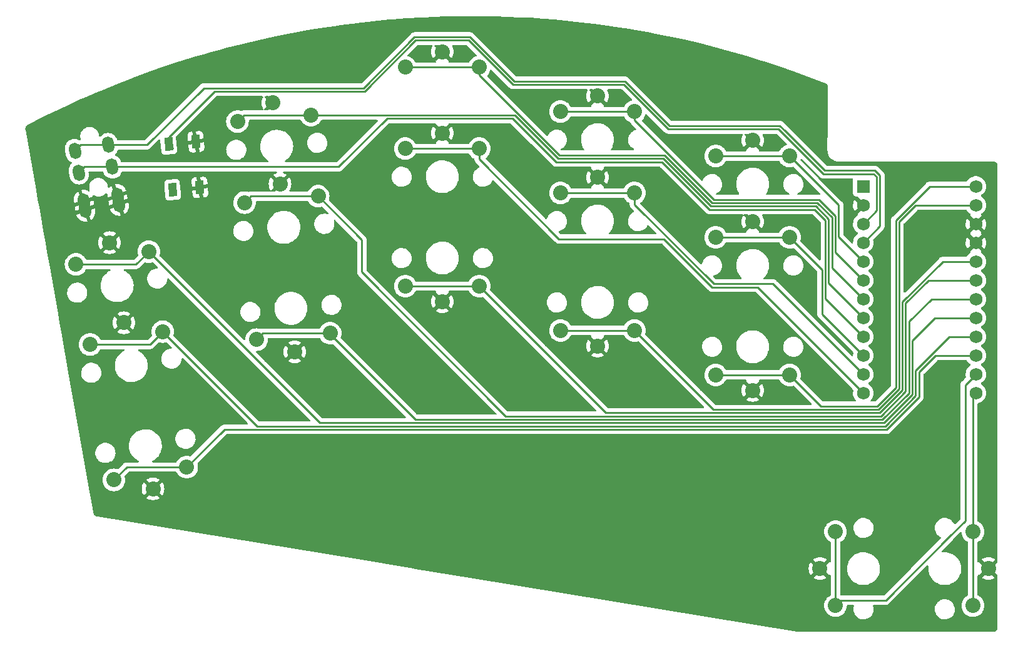
<source format=gbr>
%TF.GenerationSoftware,KiCad,Pcbnew,6.99.0*%
%TF.CreationDate,2021-12-29T22:27:02+01:00*%
%TF.ProjectId,shoggotwide,73686f67-676f-4747-9769-64652e6b6963,v1.0.0*%
%TF.SameCoordinates,Original*%
%TF.FileFunction,Copper,L1,Top*%
%TF.FilePolarity,Positive*%
%FSLAX46Y46*%
G04 Gerber Fmt 4.6, Leading zero omitted, Abs format (unit mm)*
G04 Created by KiCad (PCBNEW 6.99.0) date 2021-12-29 22:27:02*
%MOMM*%
%LPD*%
G01*
G04 APERTURE LIST*
G04 Aperture macros list*
%AMHorizOval*
0 Thick line with rounded ends*
0 $1 width*
0 $2 $3 position (X,Y) of the first rounded end (center of the circle)*
0 $4 $5 position (X,Y) of the second rounded end (center of the circle)*
0 Add line between two ends*
20,1,$1,$2,$3,$4,$5,0*
0 Add two circle primitives to create the rounded ends*
1,1,$1,$2,$3*
1,1,$1,$4,$5*%
%AMRotRect*
0 Rectangle, with rotation*
0 The origin of the aperture is its center*
0 $1 length*
0 $2 width*
0 $3 Rotation angle, in degrees counterclockwise*
0 Add horizontal line*
21,1,$1,$2,0,0,$3*%
G04 Aperture macros list end*
%TA.AperFunction,SMDPad,CuDef*%
%ADD10RotRect,1.800000X1.100000X95.000000*%
%TD*%
%TA.AperFunction,ComponentPad*%
%ADD11C,2.032000*%
%TD*%
%TA.AperFunction,ComponentPad*%
%ADD12R,1.752600X1.752600*%
%TD*%
%TA.AperFunction,ComponentPad*%
%ADD13C,1.752600*%
%TD*%
%TA.AperFunction,ComponentPad*%
%ADD14HorizOval,1.600000X-0.052094X0.295442X0.052094X-0.295442X0*%
%TD*%
%TA.AperFunction,ViaPad*%
%ADD15C,0.800000*%
%TD*%
%TA.AperFunction,Conductor*%
%ADD16C,0.250000*%
%TD*%
G04 APERTURE END LIST*
D10*
%TO.P,B1,1*%
%TO.N,RST*%
X162003223Y-106119442D03*
X161462857Y-99943035D03*
%TO.P,B1,2*%
%TO.N,GND*%
X165689143Y-105796965D03*
X165148777Y-99620558D03*
%TD*%
D11*
%TO.P,S12,1*%
%TO.N,P20*%
X214490000Y-95550000D03*
X224490000Y-95550000D03*
%TO.P,S12,2*%
%TO.N,GND*%
X219490000Y-93450000D03*
X219490000Y-93450000D03*
%TD*%
%TO.P,S13,1*%
%TO.N,P1*%
X245490000Y-131150000D03*
X235490000Y-131150000D03*
%TO.P,S13,2*%
%TO.N,GND*%
X240490000Y-133250000D03*
X240490000Y-133250000D03*
%TD*%
%TO.P,S7,1*%
%TO.N,P2*%
X203490000Y-119150000D03*
X193490000Y-119150000D03*
%TO.P,S7,2*%
%TO.N,GND*%
X198490000Y-121250000D03*
X198490000Y-121250000D03*
%TD*%
%TO.P,S2,1*%
%TO.N,P6*%
X150829067Y-127036308D03*
X160677145Y-125299827D03*
%TO.P,S2,2*%
%TO.N,GND*%
X155388445Y-124099971D03*
X155388445Y-124099971D03*
%TD*%
%TO.P,S3,1*%
%TO.N,P5*%
X148918937Y-116203423D03*
X158767015Y-114466942D03*
%TO.P,S3,2*%
%TO.N,GND*%
X153478315Y-113267086D03*
X153478315Y-113267086D03*
%TD*%
%TO.P,S11,1*%
%TO.N,P16*%
X214490000Y-106550000D03*
X224490000Y-106550000D03*
%TO.P,S11,2*%
%TO.N,GND*%
X219490000Y-104450000D03*
X219490000Y-104450000D03*
%TD*%
%TO.P,S1,1*%
%TO.N,P7*%
X163907001Y-143617251D03*
X154058923Y-145353732D03*
%TO.P,S1,2*%
%TO.N,GND*%
X159347623Y-146553588D03*
X159347623Y-146553588D03*
%TD*%
%TO.P,S6,1*%
%TO.N,P18*%
X170776099Y-96895199D03*
X180738046Y-96023641D03*
%TO.P,S6,2*%
%TO.N,GND*%
X175574045Y-94367411D03*
X175574045Y-94367411D03*
%TD*%
%TO.P,S4,1*%
%TO.N,P4*%
X183317855Y-125511005D03*
X173355908Y-126382563D03*
%TO.P,S4,2*%
%TO.N,GND*%
X178519909Y-128038793D03*
X178519909Y-128038793D03*
%TD*%
D12*
%TO.P,MCU1,1*%
%TO.N,RAW*%
X255450000Y-105660000D03*
D13*
%TO.P,MCU1,2*%
%TO.N,GND*%
X255450000Y-108200000D03*
%TO.P,MCU1,3*%
%TO.N,RST*%
X255450000Y-110740000D03*
%TO.P,MCU1,4*%
%TO.N,VCC*%
X255450000Y-113280000D03*
%TO.P,MCU1,5*%
%TO.N,P21*%
X255450000Y-115820000D03*
%TO.P,MCU1,6*%
%TO.N,P20*%
X255450000Y-118360000D03*
%TO.P,MCU1,7*%
%TO.N,P19*%
X255450000Y-120900000D03*
%TO.P,MCU1,8*%
%TO.N,P18*%
X255450000Y-123440000D03*
%TO.P,MCU1,9*%
%TO.N,P15*%
X255450000Y-125980000D03*
%TO.P,MCU1,10*%
%TO.N,P14*%
X255450000Y-128520000D03*
%TO.P,MCU1,11*%
%TO.N,P16*%
X255450000Y-131060000D03*
%TO.P,MCU1,12*%
%TO.N,P10*%
X255450000Y-133600000D03*
%TO.P,MCU1,13*%
%TO.N,P1*%
X270690000Y-105660000D03*
%TO.P,MCU1,14*%
%TO.N,P0*%
X270690000Y-108200000D03*
%TO.P,MCU1,15*%
%TO.N,GND*%
X270690000Y-110740000D03*
%TO.P,MCU1,16*%
X270690000Y-113280000D03*
%TO.P,MCU1,17*%
%TO.N,P2*%
X270690000Y-115820000D03*
%TO.P,MCU1,18*%
%TO.N,P3*%
X270690000Y-118360000D03*
%TO.P,MCU1,19*%
%TO.N,P4*%
X270690000Y-120900000D03*
%TO.P,MCU1,20*%
%TO.N,P5*%
X270690000Y-123440000D03*
%TO.P,MCU1,21*%
%TO.N,P6*%
X270690000Y-125980000D03*
%TO.P,MCU1,22*%
%TO.N,P7*%
X270690000Y-128520000D03*
%TO.P,MCU1,23*%
%TO.N,P8*%
X270690000Y-131060000D03*
%TO.P,MCU1,24*%
%TO.N,P9*%
X270690000Y-133600000D03*
%TD*%
D11*
%TO.P,S9,1*%
%TO.N,P19*%
X193490000Y-89550000D03*
X203490000Y-89550000D03*
%TO.P,S9,2*%
%TO.N,GND*%
X198490000Y-87450000D03*
X198490000Y-87450000D03*
%TD*%
%TO.P,S10,1*%
%TO.N,P0*%
X224490000Y-125150000D03*
X214490000Y-125150000D03*
%TO.P,S10,2*%
%TO.N,GND*%
X219490000Y-127250000D03*
X219490000Y-127250000D03*
%TD*%
%TO.P,S15,1*%
%TO.N,P21*%
X235490000Y-101550000D03*
X245490000Y-101550000D03*
%TO.P,S15,2*%
%TO.N,GND*%
X240490000Y-99450000D03*
X240490000Y-99450000D03*
%TD*%
%TO.P,S17,1*%
%TO.N,P9*%
X270290000Y-152350000D03*
X270290000Y-162350000D03*
%TO.P,S17,2*%
%TO.N,GND*%
X272390000Y-157350000D03*
X272390000Y-157350000D03*
%TD*%
%TO.P,S16,1*%
%TO.N,P8*%
X251690000Y-162350000D03*
X251690000Y-152350000D03*
%TO.P,S16,2*%
%TO.N,GND*%
X249590000Y-157350000D03*
X249590000Y-157350000D03*
%TD*%
%TO.P,S5,1*%
%TO.N,P3*%
X171734812Y-107853341D03*
X181696759Y-106981783D03*
%TO.P,S5,2*%
%TO.N,GND*%
X176532758Y-105325553D03*
X176532758Y-105325553D03*
%TD*%
%TO.P,S8,1*%
%TO.N,P10*%
X193490000Y-100550000D03*
X203490000Y-100550000D03*
%TO.P,S8,2*%
%TO.N,GND*%
X198490000Y-98450000D03*
X198490000Y-98450000D03*
%TD*%
%TO.P,S14,1*%
%TO.N,P14*%
X235490000Y-112550000D03*
X245490000Y-112550000D03*
%TO.P,S14,2*%
%TO.N,GND*%
X240490000Y-110450000D03*
X240490000Y-110450000D03*
%TD*%
D14*
%TO.P,REF\u002A\u002A,1*%
%TO.N,GND*%
X150177143Y-108821554D03*
X154707258Y-108022773D03*
%TO.P,REF\u002A\u002A,2*%
X149986130Y-107738266D03*
X154516245Y-106939484D03*
%TO.P,REF\u002A\u002A,3*%
%TO.N,P15*%
X149291537Y-103799035D03*
X153821653Y-103000253D03*
%TO.P,REF\u002A\u002A,4*%
%TO.N,VCC*%
X148770593Y-100844611D03*
X153300708Y-100045830D03*
%TD*%
D15*
%TO.N,RST*%
X162003223Y-106119442D03*
X161462857Y-99943035D03*
%TD*%
D16*
%TO.N,P1*%
X235490000Y-131150000D02*
X245490000Y-131150000D01*
X257302000Y-135382000D02*
X259842000Y-132842000D01*
X245490000Y-131150000D02*
X249722000Y-135382000D01*
X259842000Y-110236000D02*
X264418000Y-105660000D01*
X264418000Y-105660000D02*
X270690000Y-105660000D01*
X249722000Y-135382000D02*
X257302000Y-135382000D01*
X259842000Y-132842000D02*
X259842000Y-110236000D01*
%TO.N,P8*%
X251690000Y-162350000D02*
X251690000Y-152350000D01*
X270690000Y-131060000D02*
X269240000Y-132510000D01*
X258491421Y-161624579D02*
X252415421Y-161624579D01*
X252415421Y-161624579D02*
X251690000Y-162350000D01*
X267081000Y-153035000D02*
X266954000Y-153162000D01*
X269240000Y-132510000D02*
X269240000Y-150876000D01*
X269240000Y-150876000D02*
X267081000Y-153035000D01*
X267081000Y-153035000D02*
X258491421Y-161624579D01*
%TO.N,P2*%
X203490000Y-119150000D02*
X193490000Y-119150000D01*
X220621040Y-136281040D02*
X203490000Y-119150000D01*
X260741040Y-133214394D02*
X257674394Y-136281040D01*
X257674394Y-136281040D02*
X220621040Y-136281040D01*
X266196000Y-115820000D02*
X260741040Y-121274960D01*
X260741040Y-121274960D02*
X260741040Y-133214394D01*
X270690000Y-115820000D02*
X266196000Y-115820000D01*
%TO.N,P3*%
X261190560Y-121461158D02*
X261190560Y-133400592D01*
X270690000Y-118360000D02*
X264291718Y-118360000D01*
X172606370Y-106981783D02*
X171734812Y-107853341D01*
X187598488Y-117240488D02*
X187598488Y-112883512D01*
X207088560Y-136730560D02*
X187598488Y-117240488D01*
X257860592Y-136730560D02*
X207088560Y-136730560D01*
X261190560Y-133400592D02*
X257860592Y-136730560D01*
X264291718Y-118360000D02*
X261190560Y-121461158D01*
X181696759Y-106981783D02*
X172606370Y-106981783D01*
X187598488Y-112883512D02*
X181696759Y-106981783D01*
%TO.N,P4*%
X194838080Y-137180080D02*
X183317855Y-125659855D01*
X183677005Y-125511005D02*
X183317855Y-125511005D01*
X258046789Y-137180080D02*
X194838080Y-137180080D01*
X270690000Y-120900000D02*
X264672000Y-120900000D01*
X183317855Y-125511005D02*
X174227466Y-125511005D01*
X261640080Y-133586789D02*
X258046789Y-137180080D01*
X183317855Y-125659855D02*
X183317855Y-125511005D01*
X261640080Y-123931920D02*
X261640080Y-133586789D01*
X264672000Y-120900000D02*
X261640080Y-123931920D01*
X174227466Y-125511005D02*
X173355908Y-126382563D01*
%TO.N,P5*%
X262089600Y-126492000D02*
X262089600Y-133772986D01*
X181929673Y-137629600D02*
X158767015Y-114466942D01*
X270690000Y-123440000D02*
X265141600Y-123440000D01*
X157030534Y-116203423D02*
X158767015Y-114466942D01*
X258232986Y-137629600D02*
X181929673Y-137629600D01*
X265141600Y-123440000D02*
X262089600Y-126492000D01*
X148918937Y-116203423D02*
X157030534Y-116203423D01*
X262089600Y-133772986D02*
X258232986Y-137629600D01*
%TO.N,P6*%
X173456438Y-138079120D02*
X258419183Y-138079120D01*
X160677145Y-125299827D02*
X173456438Y-138079120D01*
X150829067Y-127036308D02*
X158940664Y-127036308D01*
X262539120Y-130556000D02*
X267115120Y-125980000D01*
X258419183Y-138079120D02*
X262539120Y-133959183D01*
X262539120Y-133959183D02*
X262539120Y-130556000D01*
X158940664Y-127036308D02*
X160677145Y-125299827D01*
X267115120Y-125980000D02*
X270690000Y-125980000D01*
%TO.N,P7*%
X168995612Y-138528640D02*
X258605380Y-138528640D01*
X262988640Y-134145380D02*
X262988640Y-130742198D01*
X155795404Y-143617251D02*
X163907001Y-143617251D01*
X258605380Y-138528640D02*
X262988640Y-134145380D01*
X265210838Y-128520000D02*
X270690000Y-128520000D01*
X163907001Y-143617251D02*
X168995612Y-138528640D01*
X154058923Y-145353732D02*
X155795404Y-143617251D01*
X262988640Y-130742198D02*
X265210838Y-128520000D01*
%TO.N,P10*%
X203490000Y-100550000D02*
X193490000Y-100550000D01*
X203490000Y-100550000D02*
X203490000Y-101986840D01*
X235017803Y-119280512D02*
X241130512Y-119280512D01*
X241130512Y-119280512D02*
X255450000Y-133600000D01*
X214279160Y-112776000D02*
X228513290Y-112776000D01*
X203490000Y-101986840D02*
X214279160Y-112776000D01*
X228513290Y-112776000D02*
X235017803Y-119280512D01*
%TO.N,P9*%
X270290000Y-134000000D02*
X270690000Y-133600000D01*
X270290000Y-152350000D02*
X270290000Y-134000000D01*
X270290000Y-162350000D02*
X270290000Y-152350000D01*
%TO.N,RST*%
X162003223Y-100483401D02*
X161462857Y-99943035D01*
X257250000Y-104350000D02*
X257250000Y-108940000D01*
X243990000Y-97900000D02*
X250050000Y-103960000D01*
X223030000Y-91880000D02*
X229050000Y-97900000D01*
X256860000Y-103960000D02*
X257250000Y-104350000D01*
X167640000Y-92810000D02*
X187979999Y-92810000D01*
X250050000Y-103960000D02*
X256860000Y-103960000D01*
X208050000Y-91880000D02*
X223030000Y-91880000D01*
X257250000Y-108940000D02*
X255450000Y-110740000D01*
X161462857Y-98987143D02*
X167640000Y-92810000D01*
X229050000Y-97900000D02*
X243990000Y-97900000D01*
X187979999Y-92810000D02*
X194890000Y-85900000D01*
X202070000Y-85900000D02*
X208050000Y-91880000D01*
X194890000Y-85900000D02*
X202070000Y-85900000D01*
X161462857Y-99943035D02*
X161462857Y-98987143D01*
%TO.N,VCC*%
X208236198Y-91430480D02*
X223216197Y-91430480D01*
X158521352Y-100045830D02*
X166206702Y-92360480D01*
X194703803Y-85450480D02*
X202256197Y-85450480D01*
X257699520Y-104163803D02*
X257699520Y-111030480D01*
X223216197Y-91430480D02*
X229236198Y-97450480D01*
X153300708Y-100045830D02*
X158521352Y-100045830D01*
X153300708Y-100045830D02*
X149569374Y-100045830D01*
X187793802Y-92360480D02*
X194703803Y-85450480D01*
X149569374Y-100045830D02*
X148770593Y-100844611D01*
X229236198Y-97450480D02*
X244176197Y-97450480D01*
X257699520Y-111030480D02*
X255450000Y-113280000D01*
X250236198Y-103510480D02*
X257046198Y-103510480D01*
X166206702Y-92360480D02*
X187793802Y-92360480D01*
X244787859Y-98062141D02*
X250236198Y-103510480D01*
X257046198Y-103510480D02*
X257699520Y-104163803D01*
X244176197Y-97450480D02*
X244787859Y-98062141D01*
X202256197Y-85450480D02*
X208236198Y-91430480D01*
%TO.N,P21*%
X245490000Y-101550000D02*
X252120000Y-108180000D01*
X252120000Y-108180000D02*
X252120000Y-112490000D01*
X252120000Y-112490000D02*
X255450000Y-115820000D01*
X235490000Y-101550000D02*
X245490000Y-101550000D01*
%TO.N,P20*%
X255450000Y-118360000D02*
X251670480Y-114580480D01*
X251670480Y-109684480D02*
X249428000Y-107442000D01*
X249428000Y-107442000D02*
X235204000Y-107442000D01*
X251670480Y-114580480D02*
X251670480Y-109684480D01*
X224490000Y-95550000D02*
X214490000Y-95550000D01*
X235204000Y-107442000D02*
X224490000Y-96728000D01*
X224490000Y-96728000D02*
X224490000Y-95550000D01*
%TO.N,P19*%
X249241802Y-107891520D02*
X235017803Y-107891520D01*
X214346013Y-101439021D02*
X203490000Y-90583008D01*
X255450000Y-120900000D02*
X251220960Y-116670960D01*
X203490000Y-89550000D02*
X193490000Y-89550000D01*
X228565305Y-101439021D02*
X214346013Y-101439021D01*
X235017803Y-107891520D02*
X228565305Y-101439021D01*
X203490000Y-90583008D02*
X203490000Y-89550000D01*
X251220960Y-116670960D02*
X251220960Y-109870678D01*
X251220960Y-109870678D02*
X249241802Y-107891520D01*
%TO.N,P18*%
X234831606Y-108341040D02*
X228379107Y-101888541D01*
X180738046Y-96023641D02*
X171647657Y-96023641D01*
X214159816Y-101888541D02*
X208294916Y-96023641D01*
X255450000Y-123440000D02*
X250771440Y-118761440D01*
X249055604Y-108341040D02*
X234831606Y-108341040D01*
X171647657Y-96023641D02*
X170776099Y-96895199D01*
X250771440Y-110056876D02*
X249055604Y-108341040D01*
X228379107Y-101888541D02*
X214159816Y-101888541D01*
X250771440Y-118761440D02*
X250771440Y-110056876D01*
X208294916Y-96023641D02*
X180738046Y-96023641D01*
%TO.N,P15*%
X250321920Y-120851920D02*
X255450000Y-125980000D01*
X207979161Y-96473161D02*
X213868000Y-102362000D01*
X248869406Y-108790560D02*
X250321920Y-110243074D01*
X153821653Y-103000253D02*
X184480908Y-103000253D01*
X228216848Y-102362000D02*
X234645409Y-108790560D01*
X234645409Y-108790560D02*
X248869406Y-108790560D01*
X191008000Y-96473161D02*
X207979161Y-96473161D01*
X250321920Y-110243074D02*
X250321920Y-120851920D01*
X153821653Y-103000253D02*
X150090319Y-103000253D01*
X184480908Y-103000253D02*
X191008000Y-96473161D01*
X150090319Y-103000253D02*
X149291537Y-103799035D01*
X213868000Y-102362000D02*
X228216848Y-102362000D01*
%TO.N,P14*%
X245490000Y-112550000D02*
X249872400Y-116932400D01*
X249872400Y-122942400D02*
X255450000Y-128520000D01*
X249872400Y-116932400D02*
X249872400Y-122942400D01*
X235490000Y-112550000D02*
X245490000Y-112550000D01*
%TO.N,P16*%
X235204000Y-118830992D02*
X243220992Y-118830992D01*
X224490000Y-106550000D02*
X214490000Y-106550000D01*
X224490000Y-106550000D02*
X224490000Y-108116992D01*
X224490000Y-108116992D02*
X235204000Y-118830992D01*
X243220992Y-118830992D02*
X255450000Y-131060000D01*
%TO.N,P0*%
X260291520Y-110422198D02*
X260291520Y-133028197D01*
X262513718Y-108200000D02*
X260291520Y-110422198D01*
X260291520Y-133028197D02*
X257488197Y-135831520D01*
X257488197Y-135831520D02*
X235171520Y-135831520D01*
X270690000Y-108200000D02*
X262513718Y-108200000D01*
X235171520Y-135831520D02*
X224490000Y-125150000D01*
X224490000Y-125150000D02*
X214490000Y-125150000D01*
%TD*%
%TA.AperFunction,Conductor*%
%TO.N,GND*%
G36*
X204367652Y-82642974D02*
G01*
X204713825Y-82645820D01*
X204715970Y-82645856D01*
X206044392Y-82679524D01*
X206943472Y-82702311D01*
X206945628Y-82702385D01*
X207227854Y-82714375D01*
X209171747Y-82796959D01*
X209173844Y-82797067D01*
X210328013Y-82865911D01*
X211398018Y-82929735D01*
X211400170Y-82929881D01*
X212138231Y-82986599D01*
X213621887Y-83100615D01*
X213623929Y-83100789D01*
X215842404Y-83309531D01*
X215844450Y-83309742D01*
X218058949Y-83556421D01*
X218061008Y-83556668D01*
X219052160Y-83684288D01*
X220270921Y-83841215D01*
X220273058Y-83841508D01*
X222477859Y-84163855D01*
X222479990Y-84164186D01*
X223777673Y-84376659D01*
X224678800Y-84524203D01*
X224680867Y-84524559D01*
X226700961Y-84890928D01*
X226873378Y-84922198D01*
X226875497Y-84922602D01*
X226903643Y-84928206D01*
X229060684Y-85357677D01*
X229062796Y-85358116D01*
X231240282Y-85830547D01*
X231242386Y-85831022D01*
X233411534Y-86340675D01*
X233413629Y-86341187D01*
X235573611Y-86887867D01*
X235575698Y-86888414D01*
X237726049Y-87472001D01*
X237728125Y-87472583D01*
X239868248Y-88092918D01*
X239870315Y-88093537D01*
X241075888Y-88465469D01*
X241999425Y-88750390D01*
X242001416Y-88751023D01*
X244119041Y-89444250D01*
X244121077Y-89444936D01*
X246226486Y-90174300D01*
X246228449Y-90174998D01*
X248250348Y-90914434D01*
X248321106Y-90940311D01*
X248323107Y-90941062D01*
X250357431Y-91724778D01*
X250358721Y-91725275D01*
X250377204Y-91734187D01*
X250395590Y-91744978D01*
X250404299Y-91747167D01*
X250405273Y-91747412D01*
X250428635Y-91755805D01*
X250437656Y-91760092D01*
X250446523Y-91761515D01*
X250455091Y-91764178D01*
X250454842Y-91764978D01*
X250475359Y-91771393D01*
X250497252Y-91781889D01*
X250529838Y-91804416D01*
X250557113Y-91830482D01*
X250581091Y-91862008D01*
X250598927Y-91895255D01*
X250611933Y-91932673D01*
X250616060Y-91955787D01*
X250617868Y-91975465D01*
X250616787Y-91983388D01*
X250620554Y-92008503D01*
X250621946Y-92027325D01*
X250615640Y-97589448D01*
X250612090Y-100720483D01*
X250612060Y-100746579D01*
X250610314Y-100767337D01*
X250606929Y-100787460D01*
X250606776Y-100799999D01*
X250608886Y-100814733D01*
X250609835Y-100823580D01*
X250614627Y-100890585D01*
X250621703Y-100989522D01*
X250623536Y-101015159D01*
X250647382Y-101124778D01*
X250667895Y-101219073D01*
X250669388Y-101225938D01*
X250670955Y-101230140D01*
X250670957Y-101230146D01*
X250733190Y-101396996D01*
X250744771Y-101428046D01*
X250746925Y-101431991D01*
X250746926Y-101431993D01*
X250801641Y-101532196D01*
X250848149Y-101617369D01*
X250977418Y-101790053D01*
X251129947Y-101942582D01*
X251302631Y-102071851D01*
X251315405Y-102078826D01*
X251460843Y-102158241D01*
X251491954Y-102175229D01*
X251496166Y-102176800D01*
X251689854Y-102249043D01*
X251689860Y-102249045D01*
X251694062Y-102250612D01*
X251698448Y-102251566D01*
X251698451Y-102251567D01*
X251818009Y-102277575D01*
X251904841Y-102296464D01*
X251909329Y-102296785D01*
X252079597Y-102308963D01*
X252091506Y-102310387D01*
X252107462Y-102313071D01*
X252113655Y-102313147D01*
X252115136Y-102313165D01*
X252115141Y-102313165D01*
X252120001Y-102313224D01*
X252124819Y-102312534D01*
X252124820Y-102312534D01*
X252147643Y-102309266D01*
X252165486Y-102307994D01*
X260655030Y-102306824D01*
X273073594Y-102305113D01*
X273092996Y-102306614D01*
X273107749Y-102308912D01*
X273107756Y-102308912D01*
X273116624Y-102310293D01*
X273125526Y-102309129D01*
X273125530Y-102309129D01*
X273125626Y-102309116D01*
X273156063Y-102308845D01*
X273218268Y-102315853D01*
X273245775Y-102322131D01*
X273282643Y-102335032D01*
X273322964Y-102349141D01*
X273348384Y-102361383D01*
X273417631Y-102404894D01*
X273439690Y-102422486D01*
X273497514Y-102480310D01*
X273515106Y-102502369D01*
X273558617Y-102571616D01*
X273570859Y-102597037D01*
X273597868Y-102674224D01*
X273604147Y-102701731D01*
X273610415Y-102757358D01*
X273611198Y-102773004D01*
X273611089Y-102781962D01*
X273609707Y-102790836D01*
X273613843Y-102822463D01*
X273614906Y-102838747D01*
X273626460Y-138985206D01*
X273632031Y-156414949D01*
X273612051Y-156483076D01*
X273595126Y-156504084D01*
X272762022Y-157337188D01*
X272754408Y-157351132D01*
X272754539Y-157352965D01*
X272758790Y-157359580D01*
X273595724Y-158196514D01*
X273629750Y-158258826D01*
X273632629Y-158285569D01*
X273633025Y-159523261D01*
X273634510Y-164168159D01*
X273634878Y-165320730D01*
X273633378Y-165340154D01*
X273629707Y-165363731D01*
X273630871Y-165372633D01*
X273630871Y-165372637D01*
X273630884Y-165372733D01*
X273631155Y-165403170D01*
X273624147Y-165465375D01*
X273617868Y-165492885D01*
X273590859Y-165570071D01*
X273578617Y-165595491D01*
X273535106Y-165664738D01*
X273517514Y-165686797D01*
X273459690Y-165744621D01*
X273437631Y-165762213D01*
X273368384Y-165805724D01*
X273342963Y-165817966D01*
X273265776Y-165844975D01*
X273238269Y-165851254D01*
X273214321Y-165853952D01*
X273182637Y-165857522D01*
X273166996Y-165858305D01*
X273158038Y-165858196D01*
X273149164Y-165856814D01*
X273117495Y-165860955D01*
X273101224Y-165862019D01*
X260601411Y-165867658D01*
X246540581Y-165874001D01*
X246520109Y-165872336D01*
X202194464Y-158594306D01*
X248710524Y-158594306D01*
X248716251Y-158601956D01*
X248891759Y-158709507D01*
X248900553Y-158713988D01*
X249113029Y-158801998D01*
X249122414Y-158805047D01*
X249346044Y-158858737D01*
X249355791Y-158860280D01*
X249585070Y-158878325D01*
X249594930Y-158878325D01*
X249824209Y-158860280D01*
X249833956Y-158858737D01*
X250057586Y-158805047D01*
X250066971Y-158801998D01*
X250279447Y-158713988D01*
X250288241Y-158709507D01*
X250460083Y-158604203D01*
X250469543Y-158593747D01*
X250465759Y-158584969D01*
X249602812Y-157722022D01*
X249588868Y-157714408D01*
X249587035Y-157714539D01*
X249580420Y-157718790D01*
X248717284Y-158581926D01*
X248710524Y-158594306D01*
X202194464Y-158594306D01*
X194900392Y-157396659D01*
X194646248Y-157354930D01*
X248061675Y-157354930D01*
X248079720Y-157584209D01*
X248081263Y-157593956D01*
X248134953Y-157817586D01*
X248138002Y-157826971D01*
X248226012Y-158039447D01*
X248230493Y-158048241D01*
X248335797Y-158220083D01*
X248346253Y-158229543D01*
X248355031Y-158225759D01*
X249217978Y-157362812D01*
X249225592Y-157348868D01*
X249225461Y-157347035D01*
X249221210Y-157340420D01*
X248358074Y-156477284D01*
X248345694Y-156470524D01*
X248338044Y-156476251D01*
X248230493Y-156651759D01*
X248226012Y-156660553D01*
X248138002Y-156873029D01*
X248134953Y-156882414D01*
X248081263Y-157106044D01*
X248079720Y-157115791D01*
X248061675Y-157345070D01*
X248061675Y-157354930D01*
X194646248Y-157354930D01*
X187041386Y-156106253D01*
X248710457Y-156106253D01*
X248714241Y-156115031D01*
X249577188Y-156977978D01*
X249591132Y-156985592D01*
X249592965Y-156985461D01*
X249599580Y-156981210D01*
X250462716Y-156118074D01*
X250469476Y-156105694D01*
X250463749Y-156098044D01*
X250288241Y-155990493D01*
X250279447Y-155986012D01*
X250066971Y-155898002D01*
X250057586Y-155894953D01*
X249833956Y-155841263D01*
X249824209Y-155839720D01*
X249594930Y-155821675D01*
X249585070Y-155821675D01*
X249355791Y-155839720D01*
X249346044Y-155841263D01*
X249122414Y-155894953D01*
X249113029Y-155898002D01*
X248900553Y-155986012D01*
X248891759Y-155990493D01*
X248719917Y-156095797D01*
X248710457Y-156106253D01*
X187041386Y-156106253D01*
X151886960Y-150334087D01*
X151872380Y-150330794D01*
X151838372Y-150320958D01*
X151828958Y-150320986D01*
X151799032Y-150317472D01*
X151707074Y-150295279D01*
X151681123Y-150285908D01*
X151578682Y-150235632D01*
X151555400Y-150220842D01*
X151466352Y-150149465D01*
X151446852Y-150129965D01*
X151375475Y-150040917D01*
X151360683Y-150017632D01*
X151310409Y-149915194D01*
X151301037Y-149889240D01*
X151280408Y-149803759D01*
X151278766Y-149788156D01*
X151277733Y-149788275D01*
X151276704Y-149779354D01*
X151276949Y-149770384D01*
X151264877Y-149724472D01*
X151262679Y-149714473D01*
X150922276Y-147797894D01*
X158468147Y-147797894D01*
X158473874Y-147805544D01*
X158649382Y-147913095D01*
X158658176Y-147917576D01*
X158870652Y-148005586D01*
X158880037Y-148008635D01*
X159103667Y-148062325D01*
X159113414Y-148063868D01*
X159342693Y-148081913D01*
X159352553Y-148081913D01*
X159581832Y-148063868D01*
X159591579Y-148062325D01*
X159815209Y-148008635D01*
X159824594Y-148005586D01*
X160037070Y-147917576D01*
X160045864Y-147913095D01*
X160217706Y-147807791D01*
X160227166Y-147797335D01*
X160223382Y-147788557D01*
X159360435Y-146925610D01*
X159346491Y-146917996D01*
X159344658Y-146918127D01*
X159338043Y-146922378D01*
X158474907Y-147785514D01*
X158468147Y-147797894D01*
X150922276Y-147797894D01*
X150856461Y-147427337D01*
X149827510Y-141634019D01*
X151543856Y-141634019D01*
X151552510Y-141864555D01*
X151599884Y-142090337D01*
X151601842Y-142095296D01*
X151601843Y-142095298D01*
X151638471Y-142188045D01*
X151684623Y-142304909D01*
X151804303Y-142502136D01*
X151807800Y-142506166D01*
X151945526Y-142664881D01*
X151955503Y-142676379D01*
X151959634Y-142679766D01*
X152129771Y-142819271D01*
X152129777Y-142819275D01*
X152133899Y-142822655D01*
X152334391Y-142936781D01*
X152339407Y-142938602D01*
X152339412Y-142938604D01*
X152546231Y-143013676D01*
X152546235Y-143013677D01*
X152551246Y-143015496D01*
X152556495Y-143016445D01*
X152556498Y-143016446D01*
X152774179Y-143055809D01*
X152774186Y-143055810D01*
X152778263Y-143056547D01*
X152796000Y-143057383D01*
X152800948Y-143057617D01*
X152800955Y-143057617D01*
X152802436Y-143057687D01*
X152964581Y-143057687D01*
X153031537Y-143052006D01*
X153131218Y-143043548D01*
X153131222Y-143043547D01*
X153136529Y-143043097D01*
X153141684Y-143041759D01*
X153141690Y-143041758D01*
X153354659Y-142986482D01*
X153354663Y-142986481D01*
X153359828Y-142985140D01*
X153364694Y-142982948D01*
X153364697Y-142982947D01*
X153565305Y-142892580D01*
X153570171Y-142890388D01*
X153574591Y-142887412D01*
X153574595Y-142887410D01*
X153675804Y-142819271D01*
X153761541Y-142761549D01*
X153928468Y-142602309D01*
X154066177Y-142417221D01*
X154120961Y-142309470D01*
X154168314Y-142216333D01*
X154168314Y-142216332D01*
X154170733Y-142211575D01*
X154213351Y-142074325D01*
X154237561Y-141996357D01*
X154237562Y-141996351D01*
X154239145Y-141991254D01*
X154269456Y-141762555D01*
X154260802Y-141532019D01*
X154213428Y-141306237D01*
X154203943Y-141282218D01*
X154165549Y-141184999D01*
X154128689Y-141091665D01*
X154021586Y-140915165D01*
X154011778Y-140899001D01*
X154011777Y-140899000D01*
X154009009Y-140894438D01*
X153921882Y-140794033D01*
X153861309Y-140724228D01*
X153861307Y-140724226D01*
X153857809Y-140720195D01*
X153815674Y-140685647D01*
X153683541Y-140577303D01*
X153683535Y-140577299D01*
X153679413Y-140573919D01*
X153478921Y-140459793D01*
X153473905Y-140457972D01*
X153473900Y-140457970D01*
X153267081Y-140382898D01*
X153267077Y-140382897D01*
X153262066Y-140381078D01*
X153256817Y-140380129D01*
X153256814Y-140380128D01*
X153039133Y-140340765D01*
X153039126Y-140340764D01*
X153035049Y-140340027D01*
X153017312Y-140339191D01*
X153012364Y-140338957D01*
X153012357Y-140338957D01*
X153010876Y-140338887D01*
X152848731Y-140338887D01*
X152781775Y-140344568D01*
X152682094Y-140353026D01*
X152682090Y-140353027D01*
X152676783Y-140353477D01*
X152671628Y-140354815D01*
X152671622Y-140354816D01*
X152458653Y-140410092D01*
X152458649Y-140410093D01*
X152453484Y-140411434D01*
X152448618Y-140413626D01*
X152448615Y-140413627D01*
X152350177Y-140457970D01*
X152243141Y-140506186D01*
X152238721Y-140509162D01*
X152238717Y-140509164D01*
X152146456Y-140571279D01*
X152051771Y-140635025D01*
X151884844Y-140794265D01*
X151747135Y-140979353D01*
X151744720Y-140984103D01*
X151661616Y-141147557D01*
X151642579Y-141184999D01*
X151608373Y-141295160D01*
X151575751Y-141400217D01*
X151575750Y-141400223D01*
X151574167Y-141405320D01*
X151543856Y-141634019D01*
X149827510Y-141634019D01*
X147903482Y-130801134D01*
X149633726Y-130801134D01*
X149642380Y-131031670D01*
X149689754Y-131257452D01*
X149774493Y-131472024D01*
X149894173Y-131669251D01*
X149897670Y-131673281D01*
X150035396Y-131831996D01*
X150045373Y-131843494D01*
X150084181Y-131875315D01*
X150219641Y-131986386D01*
X150219647Y-131986390D01*
X150223769Y-131989770D01*
X150424261Y-132103896D01*
X150429277Y-132105717D01*
X150429282Y-132105719D01*
X150636101Y-132180791D01*
X150636105Y-132180792D01*
X150641116Y-132182611D01*
X150646365Y-132183560D01*
X150646368Y-132183561D01*
X150864049Y-132222924D01*
X150864056Y-132222925D01*
X150868133Y-132223662D01*
X150885870Y-132224498D01*
X150890818Y-132224732D01*
X150890825Y-132224732D01*
X150892306Y-132224802D01*
X151054451Y-132224802D01*
X151121407Y-132219121D01*
X151221088Y-132210663D01*
X151221092Y-132210662D01*
X151226399Y-132210212D01*
X151231554Y-132208874D01*
X151231560Y-132208873D01*
X151444529Y-132153597D01*
X151444533Y-132153596D01*
X151449698Y-132152255D01*
X151454564Y-132150063D01*
X151454567Y-132150062D01*
X151655175Y-132059695D01*
X151660041Y-132057503D01*
X151664461Y-132054527D01*
X151664465Y-132054525D01*
X151798568Y-131964240D01*
X151851411Y-131928664D01*
X152018338Y-131769424D01*
X152055664Y-131719256D01*
X152152863Y-131588616D01*
X152152865Y-131588613D01*
X152156047Y-131584336D01*
X152211366Y-131475531D01*
X152258184Y-131383448D01*
X152258184Y-131383447D01*
X152260603Y-131378690D01*
X152303221Y-131241440D01*
X152327431Y-131163472D01*
X152327432Y-131163466D01*
X152329015Y-131158369D01*
X152346693Y-131024990D01*
X152358626Y-130934955D01*
X152358626Y-130934950D01*
X152359326Y-130929670D01*
X152350672Y-130699134D01*
X152303298Y-130473352D01*
X152293813Y-130449333D01*
X152255419Y-130352114D01*
X152218559Y-130258780D01*
X152111456Y-130082280D01*
X152101648Y-130066116D01*
X152101647Y-130066115D01*
X152098879Y-130061553D01*
X152011752Y-129961148D01*
X151951179Y-129891343D01*
X151951177Y-129891341D01*
X151947679Y-129887310D01*
X151900387Y-129848533D01*
X151773411Y-129744418D01*
X151773405Y-129744414D01*
X151769283Y-129741034D01*
X151568791Y-129626908D01*
X151563775Y-129625087D01*
X151563770Y-129625085D01*
X151356951Y-129550013D01*
X151356947Y-129550012D01*
X151351936Y-129548193D01*
X151346687Y-129547244D01*
X151346684Y-129547243D01*
X151129003Y-129507880D01*
X151128996Y-129507879D01*
X151124919Y-129507142D01*
X151107182Y-129506306D01*
X151102234Y-129506072D01*
X151102227Y-129506072D01*
X151100746Y-129506002D01*
X150938601Y-129506002D01*
X150871645Y-129511683D01*
X150771964Y-129520141D01*
X150771960Y-129520142D01*
X150766653Y-129520592D01*
X150761498Y-129521930D01*
X150761492Y-129521931D01*
X150548523Y-129577207D01*
X150548519Y-129577208D01*
X150543354Y-129578549D01*
X150538488Y-129580741D01*
X150538485Y-129580742D01*
X150448729Y-129621174D01*
X150333011Y-129673301D01*
X150328591Y-129676277D01*
X150328587Y-129676279D01*
X150246310Y-129731672D01*
X150141641Y-129802140D01*
X149974714Y-129961380D01*
X149837005Y-130146468D01*
X149834590Y-130151218D01*
X149751486Y-130314672D01*
X149732449Y-130352114D01*
X149700635Y-130454570D01*
X149665621Y-130567332D01*
X149665620Y-130567338D01*
X149664037Y-130572435D01*
X149659395Y-130607461D01*
X149634587Y-130794641D01*
X149633726Y-130801134D01*
X147903482Y-130801134D01*
X146934290Y-125344277D01*
X154508969Y-125344277D01*
X154514696Y-125351927D01*
X154690204Y-125459478D01*
X154698998Y-125463959D01*
X154911474Y-125551969D01*
X154920859Y-125555018D01*
X155144489Y-125608708D01*
X155154236Y-125610251D01*
X155383515Y-125628296D01*
X155393375Y-125628296D01*
X155622654Y-125610251D01*
X155632401Y-125608708D01*
X155856031Y-125555018D01*
X155865416Y-125551969D01*
X156077892Y-125463959D01*
X156086686Y-125459478D01*
X156258528Y-125354174D01*
X156267988Y-125343718D01*
X156264204Y-125334940D01*
X155401257Y-124471993D01*
X155387313Y-124464379D01*
X155385480Y-124464510D01*
X155378865Y-124468761D01*
X154515729Y-125331897D01*
X154508969Y-125344277D01*
X146934290Y-125344277D01*
X146714164Y-124104901D01*
X153860120Y-124104901D01*
X153878165Y-124334180D01*
X153879708Y-124343927D01*
X153933398Y-124567557D01*
X153936447Y-124576942D01*
X154024457Y-124789418D01*
X154028938Y-124798212D01*
X154134242Y-124970054D01*
X154144698Y-124979514D01*
X154153476Y-124975730D01*
X155016423Y-124112783D01*
X155022801Y-124101103D01*
X155752853Y-124101103D01*
X155752984Y-124102936D01*
X155757235Y-124109551D01*
X156620371Y-124972687D01*
X156632751Y-124979447D01*
X156640401Y-124973720D01*
X156747952Y-124798212D01*
X156752433Y-124789418D01*
X156840443Y-124576942D01*
X156843492Y-124567557D01*
X156897182Y-124343927D01*
X156898725Y-124334180D01*
X156916770Y-124104901D01*
X156916770Y-124095041D01*
X156898725Y-123865762D01*
X156897182Y-123856015D01*
X156843492Y-123632385D01*
X156840443Y-123623000D01*
X156752433Y-123410524D01*
X156747952Y-123401730D01*
X156642648Y-123229888D01*
X156632192Y-123220428D01*
X156623414Y-123224212D01*
X155760467Y-124087159D01*
X155752853Y-124101103D01*
X155022801Y-124101103D01*
X155024037Y-124098839D01*
X155023906Y-124097006D01*
X155019655Y-124090391D01*
X154156519Y-123227255D01*
X154144139Y-123220495D01*
X154136489Y-123226222D01*
X154028938Y-123401730D01*
X154024457Y-123410524D01*
X153936447Y-123623000D01*
X153933398Y-123632385D01*
X153879708Y-123856015D01*
X153878165Y-123865762D01*
X153860120Y-124095041D01*
X153860120Y-124104901D01*
X146714164Y-124104901D01*
X146492387Y-122856224D01*
X154508902Y-122856224D01*
X154512686Y-122865002D01*
X155375633Y-123727949D01*
X155389577Y-123735563D01*
X155391410Y-123735432D01*
X155398025Y-123731181D01*
X156261161Y-122868045D01*
X156267921Y-122855665D01*
X156262194Y-122848015D01*
X156086686Y-122740464D01*
X156077892Y-122735983D01*
X155865416Y-122647973D01*
X155856031Y-122644924D01*
X155632401Y-122591234D01*
X155622654Y-122589691D01*
X155393375Y-122571646D01*
X155383515Y-122571646D01*
X155154236Y-122589691D01*
X155144489Y-122591234D01*
X154920859Y-122644924D01*
X154911474Y-122647973D01*
X154698998Y-122735983D01*
X154690204Y-122740464D01*
X154518362Y-122845768D01*
X154508902Y-122856224D01*
X146492387Y-122856224D01*
X145979454Y-119968249D01*
X147723596Y-119968249D01*
X147723796Y-119973579D01*
X147723796Y-119973580D01*
X147725606Y-120021793D01*
X147732250Y-120198785D01*
X147779624Y-120424567D01*
X147781582Y-120429526D01*
X147781583Y-120429528D01*
X147797011Y-120468593D01*
X147864363Y-120639139D01*
X147935113Y-120755731D01*
X147980266Y-120830141D01*
X147984043Y-120836366D01*
X147987540Y-120840396D01*
X148131282Y-121006044D01*
X148135243Y-121010609D01*
X148139374Y-121013996D01*
X148309511Y-121153501D01*
X148309517Y-121153505D01*
X148313639Y-121156885D01*
X148514131Y-121271011D01*
X148519147Y-121272832D01*
X148519152Y-121272834D01*
X148725971Y-121347906D01*
X148725975Y-121347907D01*
X148730986Y-121349726D01*
X148736235Y-121350675D01*
X148736238Y-121350676D01*
X148953919Y-121390039D01*
X148953926Y-121390040D01*
X148958003Y-121390777D01*
X148975740Y-121391613D01*
X148980688Y-121391847D01*
X148980695Y-121391847D01*
X148982176Y-121391917D01*
X149144321Y-121391917D01*
X149211277Y-121386236D01*
X149310958Y-121377778D01*
X149310962Y-121377777D01*
X149316269Y-121377327D01*
X149321424Y-121375989D01*
X149321430Y-121375988D01*
X149534399Y-121320712D01*
X149534403Y-121320711D01*
X149539568Y-121319370D01*
X149544434Y-121317178D01*
X149544437Y-121317177D01*
X149745045Y-121226810D01*
X149749911Y-121224618D01*
X149754331Y-121221642D01*
X149754335Y-121221640D01*
X149886442Y-121132699D01*
X149941281Y-121095779D01*
X150108208Y-120936539D01*
X150161441Y-120864991D01*
X150242733Y-120755731D01*
X150242735Y-120755728D01*
X150245917Y-120751451D01*
X150302772Y-120639625D01*
X150348054Y-120550563D01*
X150348054Y-120550562D01*
X150350473Y-120545805D01*
X150396608Y-120397227D01*
X150417301Y-120330587D01*
X150417302Y-120330581D01*
X150418885Y-120325484D01*
X150436531Y-120192342D01*
X150448496Y-120102070D01*
X150448496Y-120102065D01*
X150449196Y-120096785D01*
X150448259Y-120071809D01*
X150440742Y-119871580D01*
X150440542Y-119866249D01*
X150393168Y-119640467D01*
X150388477Y-119628587D01*
X150345289Y-119519229D01*
X150308429Y-119425895D01*
X150283181Y-119384288D01*
X150191518Y-119233231D01*
X150191517Y-119233230D01*
X150188749Y-119228668D01*
X150147102Y-119180674D01*
X150041049Y-119058458D01*
X150041047Y-119058456D01*
X150037549Y-119054425D01*
X149963246Y-118993500D01*
X149863281Y-118911533D01*
X149863275Y-118911529D01*
X149859153Y-118908149D01*
X149658661Y-118794023D01*
X149653645Y-118792202D01*
X149653640Y-118792200D01*
X149446821Y-118717128D01*
X149446817Y-118717127D01*
X149441806Y-118715308D01*
X149436557Y-118714359D01*
X149436554Y-118714358D01*
X149218873Y-118674995D01*
X149218866Y-118674994D01*
X149214789Y-118674257D01*
X149197052Y-118673421D01*
X149192104Y-118673187D01*
X149192097Y-118673187D01*
X149190616Y-118673117D01*
X149028471Y-118673117D01*
X148977441Y-118677447D01*
X148861834Y-118687256D01*
X148861830Y-118687257D01*
X148856523Y-118687707D01*
X148851368Y-118689045D01*
X148851362Y-118689046D01*
X148638393Y-118744322D01*
X148638389Y-118744323D01*
X148633224Y-118745664D01*
X148628358Y-118747856D01*
X148628355Y-118747857D01*
X148529917Y-118792200D01*
X148422881Y-118840416D01*
X148418461Y-118843392D01*
X148418457Y-118843394D01*
X148384026Y-118866575D01*
X148231511Y-118969255D01*
X148064584Y-119128495D01*
X148061396Y-119132780D01*
X147938485Y-119297979D01*
X147926875Y-119313583D01*
X147924460Y-119318333D01*
X147841356Y-119481787D01*
X147822319Y-119519229D01*
X147790236Y-119622553D01*
X147755491Y-119734447D01*
X147755490Y-119734453D01*
X147753907Y-119739550D01*
X147745431Y-119803502D01*
X147725529Y-119953668D01*
X147723596Y-119968249D01*
X145979454Y-119968249D01*
X145310784Y-116203423D01*
X147389723Y-116203423D01*
X147408550Y-116442645D01*
X147409704Y-116447452D01*
X147409705Y-116447458D01*
X147442931Y-116585851D01*
X147464568Y-116675976D01*
X147466461Y-116680547D01*
X147466462Y-116680549D01*
X147548119Y-116877686D01*
X147556397Y-116897672D01*
X147681777Y-117102272D01*
X147684994Y-117106039D01*
X147684995Y-117106040D01*
X147764357Y-117198962D01*
X147837619Y-117284741D01*
X147841381Y-117287954D01*
X148015337Y-117436525D01*
X148020088Y-117440583D01*
X148224688Y-117565963D01*
X148229258Y-117567856D01*
X148229260Y-117567857D01*
X148441811Y-117655898D01*
X148446384Y-117657792D01*
X148527974Y-117677380D01*
X148674902Y-117712655D01*
X148674908Y-117712656D01*
X148679715Y-117713810D01*
X148918937Y-117732637D01*
X149158159Y-117713810D01*
X149162966Y-117712656D01*
X149162972Y-117712655D01*
X149309900Y-117677380D01*
X149391490Y-117657792D01*
X149396063Y-117655898D01*
X149608614Y-117567857D01*
X149608616Y-117567856D01*
X149613186Y-117565963D01*
X149817786Y-117440583D01*
X149822538Y-117436525D01*
X149996493Y-117287954D01*
X150000255Y-117284741D01*
X150073517Y-117198962D01*
X150152879Y-117106040D01*
X150152880Y-117106039D01*
X150156097Y-117102272D01*
X150281477Y-116897672D01*
X150283405Y-116898853D01*
X150325753Y-116854067D01*
X150389207Y-116836923D01*
X153479158Y-116836923D01*
X153547279Y-116856925D01*
X153593772Y-116910581D01*
X153603876Y-116980855D01*
X153574382Y-117045435D01*
X153535576Y-117075586D01*
X153379155Y-117153915D01*
X153379136Y-117153926D01*
X153375408Y-117155793D01*
X153131161Y-117321784D01*
X153128047Y-117324568D01*
X153128046Y-117324569D01*
X153106593Y-117343750D01*
X152911012Y-117518620D01*
X152908295Y-117521790D01*
X152908294Y-117521791D01*
X152727577Y-117732637D01*
X152718830Y-117742842D01*
X152716556Y-117746344D01*
X152716552Y-117746349D01*
X152560269Y-117987003D01*
X152557990Y-117990513D01*
X152431320Y-118257280D01*
X152430041Y-118261263D01*
X152430040Y-118261266D01*
X152368648Y-118452480D01*
X152341044Y-118538456D01*
X152340303Y-118542575D01*
X152295061Y-118794023D01*
X152288749Y-118829102D01*
X152288560Y-118833269D01*
X152288559Y-118833276D01*
X152277362Y-119079869D01*
X152275353Y-119124111D01*
X152275716Y-119128259D01*
X152275716Y-119128263D01*
X152290282Y-119294753D01*
X152301091Y-119418301D01*
X152302001Y-119422373D01*
X152302002Y-119422378D01*
X152362483Y-119692955D01*
X152365511Y-119706502D01*
X152366954Y-119710425D01*
X152366955Y-119710427D01*
X152379978Y-119745823D01*
X152467483Y-119983651D01*
X152469430Y-119987344D01*
X152469431Y-119987346D01*
X152510553Y-120065340D01*
X152605213Y-120244879D01*
X152607633Y-120248284D01*
X152773858Y-120482187D01*
X152773863Y-120482193D01*
X152776282Y-120485597D01*
X152779126Y-120488647D01*
X152779131Y-120488653D01*
X152946412Y-120668040D01*
X152977685Y-120701576D01*
X153205884Y-120889020D01*
X153456868Y-121044637D01*
X153460685Y-121046353D01*
X153460688Y-121046354D01*
X153515072Y-121070795D01*
X153726229Y-121165693D01*
X153899030Y-121217207D01*
X153999087Y-121247035D01*
X154009234Y-121250060D01*
X154013354Y-121250713D01*
X154013356Y-121250713D01*
X154297431Y-121295707D01*
X154297437Y-121295708D01*
X154300912Y-121296258D01*
X154325471Y-121297373D01*
X154391856Y-121300388D01*
X154391877Y-121300388D01*
X154393276Y-121300452D01*
X154577740Y-121300452D01*
X154797503Y-121285855D01*
X154801602Y-121285029D01*
X154801606Y-121285028D01*
X154950876Y-121254930D01*
X155086990Y-121227485D01*
X155366214Y-121131340D01*
X155535928Y-121046354D01*
X155626534Y-121000982D01*
X155626536Y-121000981D01*
X155630270Y-120999111D01*
X155874517Y-120833120D01*
X155899253Y-120811004D01*
X156069000Y-120659232D01*
X156094666Y-120636284D01*
X156102807Y-120626786D01*
X156284128Y-120415236D01*
X156284131Y-120415232D01*
X156286848Y-120412062D01*
X156289122Y-120408560D01*
X156289126Y-120408555D01*
X156445409Y-120167901D01*
X156445412Y-120167896D01*
X156447688Y-120164391D01*
X156451812Y-120155707D01*
X156529318Y-119992478D01*
X156574358Y-119897624D01*
X156577587Y-119887569D01*
X156663354Y-119620435D01*
X156663354Y-119620434D01*
X156664634Y-119616448D01*
X156691975Y-119464492D01*
X156716190Y-119329911D01*
X156716191Y-119329906D01*
X156716929Y-119325802D01*
X156717269Y-119318333D01*
X156730136Y-119034963D01*
X156730136Y-119034958D01*
X156730325Y-119030793D01*
X156729942Y-119026409D01*
X156704951Y-118740764D01*
X156704587Y-118736603D01*
X156692440Y-118682259D01*
X156641079Y-118452480D01*
X156641077Y-118452473D01*
X156640167Y-118448402D01*
X156626061Y-118410062D01*
X156580500Y-118286234D01*
X156538195Y-118171253D01*
X156532572Y-118160587D01*
X156451637Y-118007081D01*
X156400465Y-117910025D01*
X156359009Y-117851691D01*
X156231820Y-117672717D01*
X156231815Y-117672711D01*
X156229396Y-117669307D01*
X156226552Y-117666257D01*
X156226547Y-117666251D01*
X156030839Y-117456380D01*
X156027993Y-117453328D01*
X155799794Y-117265884D01*
X155548810Y-117110267D01*
X155543802Y-117108016D01*
X155476679Y-117077850D01*
X155422744Y-117031682D01*
X155402331Y-116963683D01*
X155421922Y-116895443D01*
X155475297Y-116848627D01*
X155528329Y-116836923D01*
X156951767Y-116836923D01*
X156962950Y-116837450D01*
X156970443Y-116839125D01*
X156978369Y-116838876D01*
X156978370Y-116838876D01*
X157038520Y-116836985D01*
X157042479Y-116836923D01*
X157070390Y-116836923D01*
X157074325Y-116836426D01*
X157074390Y-116836418D01*
X157086227Y-116835485D01*
X157118485Y-116834471D01*
X157122504Y-116834345D01*
X157130423Y-116834096D01*
X157149877Y-116828444D01*
X157169234Y-116824436D01*
X157181464Y-116822891D01*
X157181465Y-116822891D01*
X157189331Y-116821897D01*
X157196702Y-116818978D01*
X157196704Y-116818978D01*
X157230446Y-116805619D01*
X157241676Y-116801774D01*
X157276517Y-116791652D01*
X157276518Y-116791652D01*
X157284127Y-116789441D01*
X157290946Y-116785408D01*
X157290951Y-116785406D01*
X157301562Y-116779130D01*
X157319310Y-116770435D01*
X157338151Y-116762975D01*
X157373921Y-116736987D01*
X157383841Y-116730471D01*
X157415069Y-116712003D01*
X157415072Y-116712001D01*
X157421896Y-116707965D01*
X157436217Y-116693644D01*
X157451251Y-116680803D01*
X157461228Y-116673554D01*
X157467641Y-116668895D01*
X157495832Y-116634818D01*
X157503822Y-116626039D01*
X158175329Y-115954532D01*
X158237641Y-115920506D01*
X158293976Y-115923335D01*
X158294462Y-115921311D01*
X158522980Y-115976174D01*
X158522986Y-115976175D01*
X158527793Y-115977329D01*
X158767015Y-115996156D01*
X159006237Y-115977329D01*
X159011044Y-115976175D01*
X159011050Y-115976174D01*
X159239568Y-115921311D01*
X159240102Y-115923534D01*
X159301593Y-115921755D01*
X159358701Y-115954532D01*
X159952061Y-116547892D01*
X159986087Y-116610204D01*
X159981022Y-116681019D01*
X159938475Y-116737855D01*
X159871955Y-116762666D01*
X159866685Y-116762854D01*
X159866686Y-116762874D01*
X159864019Y-116762987D01*
X159861357Y-116762987D01*
X159794401Y-116768668D01*
X159694720Y-116777126D01*
X159694716Y-116777127D01*
X159689409Y-116777577D01*
X159684254Y-116778915D01*
X159684248Y-116778916D01*
X159471279Y-116834192D01*
X159471275Y-116834193D01*
X159466110Y-116835534D01*
X159461244Y-116837726D01*
X159461241Y-116837727D01*
X159260633Y-116928094D01*
X159255767Y-116930286D01*
X159251347Y-116933262D01*
X159251343Y-116933264D01*
X159189393Y-116974972D01*
X159064397Y-117059125D01*
X158897470Y-117218365D01*
X158875068Y-117248474D01*
X158777815Y-117379188D01*
X158759761Y-117403453D01*
X158757346Y-117408203D01*
X158665587Y-117588680D01*
X158655205Y-117609099D01*
X158624009Y-117709565D01*
X158588377Y-117824317D01*
X158588376Y-117824323D01*
X158586793Y-117829420D01*
X158575310Y-117916058D01*
X158569512Y-117959810D01*
X158556482Y-118058119D01*
X158556682Y-118063449D01*
X158556682Y-118063450D01*
X158560332Y-118160668D01*
X158565136Y-118288655D01*
X158612510Y-118514437D01*
X158614468Y-118519396D01*
X158614469Y-118519398D01*
X158623622Y-118542575D01*
X158697249Y-118729009D01*
X158766659Y-118843394D01*
X158805954Y-118908149D01*
X158816929Y-118926236D01*
X158820426Y-118930266D01*
X158950245Y-119079869D01*
X158968129Y-119100479D01*
X158972260Y-119103866D01*
X159142397Y-119243371D01*
X159142403Y-119243375D01*
X159146525Y-119246755D01*
X159347017Y-119360881D01*
X159352033Y-119362702D01*
X159352038Y-119362704D01*
X159558857Y-119437776D01*
X159558861Y-119437777D01*
X159563872Y-119439596D01*
X159569121Y-119440545D01*
X159569124Y-119440546D01*
X159786805Y-119479909D01*
X159786812Y-119479910D01*
X159790889Y-119480647D01*
X159808626Y-119481483D01*
X159813574Y-119481717D01*
X159813581Y-119481717D01*
X159815062Y-119481787D01*
X159977207Y-119481787D01*
X160044163Y-119476106D01*
X160143844Y-119467648D01*
X160143848Y-119467647D01*
X160149155Y-119467197D01*
X160154310Y-119465859D01*
X160154316Y-119465858D01*
X160367285Y-119410582D01*
X160367289Y-119410581D01*
X160372454Y-119409240D01*
X160377320Y-119407048D01*
X160377323Y-119407047D01*
X160577931Y-119316680D01*
X160582797Y-119314488D01*
X160587217Y-119311512D01*
X160587221Y-119311510D01*
X160750878Y-119201328D01*
X160774167Y-119185649D01*
X160941094Y-119026409D01*
X161078803Y-118841321D01*
X161129929Y-118740764D01*
X161180940Y-118640433D01*
X161180940Y-118640432D01*
X161183359Y-118635675D01*
X161222625Y-118509218D01*
X161250187Y-118420457D01*
X161250188Y-118420451D01*
X161251771Y-118415354D01*
X161276887Y-118225855D01*
X161281382Y-118191939D01*
X161281382Y-118191935D01*
X161282082Y-118186655D01*
X161281882Y-118181325D01*
X161282129Y-118176080D01*
X161305315Y-118108976D01*
X161361100Y-118065061D01*
X161431772Y-118058276D01*
X161497084Y-118092916D01*
X180634693Y-137230525D01*
X180668719Y-137292837D01*
X180663654Y-137363652D01*
X180621107Y-137420488D01*
X180554587Y-137445299D01*
X180545598Y-137445620D01*
X173771033Y-137445620D01*
X173702912Y-137425618D01*
X173681938Y-137408715D01*
X162164735Y-125891512D01*
X162130709Y-125829200D01*
X162133550Y-125772869D01*
X162131514Y-125772380D01*
X162186377Y-125543862D01*
X162186378Y-125543856D01*
X162187532Y-125539049D01*
X162206359Y-125299827D01*
X162187532Y-125060605D01*
X162186378Y-125055798D01*
X162186377Y-125055792D01*
X162143573Y-124877505D01*
X162131514Y-124827274D01*
X162129620Y-124822701D01*
X162041579Y-124610150D01*
X162041578Y-124610148D01*
X162039685Y-124605578D01*
X161914305Y-124400978D01*
X161856975Y-124333852D01*
X161761676Y-124222271D01*
X161758463Y-124218509D01*
X161634673Y-124112783D01*
X161579762Y-124065885D01*
X161579761Y-124065884D01*
X161575994Y-124062667D01*
X161371394Y-123937287D01*
X161366824Y-123935394D01*
X161366822Y-123935393D01*
X161154271Y-123847352D01*
X161154269Y-123847351D01*
X161149698Y-123845458D01*
X161068108Y-123825870D01*
X160921180Y-123790595D01*
X160921174Y-123790594D01*
X160916367Y-123789440D01*
X160677145Y-123770613D01*
X160437923Y-123789440D01*
X160433116Y-123790594D01*
X160433110Y-123790595D01*
X160286182Y-123825870D01*
X160204592Y-123845458D01*
X160200021Y-123847351D01*
X160200019Y-123847352D01*
X159987468Y-123935393D01*
X159987466Y-123935394D01*
X159982896Y-123937287D01*
X159778296Y-124062667D01*
X159774529Y-124065884D01*
X159774528Y-124065885D01*
X159719617Y-124112783D01*
X159595827Y-124218509D01*
X159592614Y-124222271D01*
X159497316Y-124333852D01*
X159439985Y-124400978D01*
X159314605Y-124605578D01*
X159312712Y-124610148D01*
X159312711Y-124610150D01*
X159224670Y-124822701D01*
X159222776Y-124827274D01*
X159210717Y-124877505D01*
X159167913Y-125055792D01*
X159167912Y-125055798D01*
X159166758Y-125060605D01*
X159147931Y-125299827D01*
X159166758Y-125539049D01*
X159167912Y-125543856D01*
X159167913Y-125543862D01*
X159222776Y-125772380D01*
X159220541Y-125772917D01*
X159222347Y-125834347D01*
X159189555Y-125891513D01*
X158715163Y-126365904D01*
X158652851Y-126399929D01*
X158626068Y-126402808D01*
X152299337Y-126402808D01*
X152231216Y-126382806D01*
X152193358Y-126340986D01*
X152191607Y-126342059D01*
X152157706Y-126286738D01*
X152066227Y-126137459D01*
X151910385Y-125954990D01*
X151786420Y-125849115D01*
X151731684Y-125802366D01*
X151731683Y-125802365D01*
X151727916Y-125799148D01*
X151523316Y-125673768D01*
X151518746Y-125671875D01*
X151518744Y-125671874D01*
X151306193Y-125583833D01*
X151306191Y-125583832D01*
X151301620Y-125581939D01*
X151194714Y-125556273D01*
X151073102Y-125527076D01*
X151073096Y-125527075D01*
X151068289Y-125525921D01*
X150829067Y-125507094D01*
X150589845Y-125525921D01*
X150585038Y-125527075D01*
X150585032Y-125527076D01*
X150463420Y-125556273D01*
X150356514Y-125581939D01*
X150351943Y-125583832D01*
X150351941Y-125583833D01*
X150139390Y-125671874D01*
X150139388Y-125671875D01*
X150134818Y-125673768D01*
X149930218Y-125799148D01*
X149926451Y-125802365D01*
X149926450Y-125802366D01*
X149871714Y-125849115D01*
X149747749Y-125954990D01*
X149591907Y-126137459D01*
X149466527Y-126342059D01*
X149464634Y-126346629D01*
X149464633Y-126346631D01*
X149387100Y-126533814D01*
X149374698Y-126563755D01*
X149364841Y-126604813D01*
X149319835Y-126792273D01*
X149319834Y-126792279D01*
X149318680Y-126797086D01*
X149299853Y-127036308D01*
X149318680Y-127275530D01*
X149319834Y-127280337D01*
X149319835Y-127280343D01*
X149348757Y-127400811D01*
X149374698Y-127508861D01*
X149376591Y-127513432D01*
X149376592Y-127513434D01*
X149443206Y-127674254D01*
X149466527Y-127730557D01*
X149591907Y-127935157D01*
X149595124Y-127938924D01*
X149595125Y-127938925D01*
X149610240Y-127956622D01*
X149747749Y-128117626D01*
X149751511Y-128120839D01*
X149911761Y-128257704D01*
X149930218Y-128273468D01*
X150134818Y-128398848D01*
X150139388Y-128400741D01*
X150139390Y-128400742D01*
X150342784Y-128484990D01*
X150356514Y-128490677D01*
X150438104Y-128510265D01*
X150585032Y-128545540D01*
X150585038Y-128545541D01*
X150589845Y-128546695D01*
X150829067Y-128565522D01*
X151068289Y-128546695D01*
X151073096Y-128545541D01*
X151073102Y-128545540D01*
X151220030Y-128510265D01*
X151301620Y-128490677D01*
X151315350Y-128484990D01*
X151518744Y-128400742D01*
X151518746Y-128400741D01*
X151523316Y-128398848D01*
X151727916Y-128273468D01*
X151746374Y-128257704D01*
X151906623Y-128120839D01*
X151910385Y-128117626D01*
X152047894Y-127956622D01*
X152063009Y-127938925D01*
X152063010Y-127938924D01*
X152066227Y-127935157D01*
X152191607Y-127730557D01*
X152193535Y-127731738D01*
X152235883Y-127686952D01*
X152299337Y-127669808D01*
X155389288Y-127669808D01*
X155457409Y-127689810D01*
X155503902Y-127743466D01*
X155514006Y-127813740D01*
X155484512Y-127878320D01*
X155445706Y-127908471D01*
X155289285Y-127986800D01*
X155289266Y-127986811D01*
X155285538Y-127988678D01*
X155041291Y-128154669D01*
X154821142Y-128351505D01*
X154818425Y-128354675D01*
X154818424Y-128354676D01*
X154637707Y-128565522D01*
X154628960Y-128575727D01*
X154626686Y-128579229D01*
X154626682Y-128579234D01*
X154474453Y-128813646D01*
X154468120Y-128823398D01*
X154341450Y-129090165D01*
X154340171Y-129094148D01*
X154340170Y-129094151D01*
X154293385Y-129239869D01*
X154251174Y-129371341D01*
X154250433Y-129375460D01*
X154202905Y-129639613D01*
X154198879Y-129661987D01*
X154198690Y-129666154D01*
X154198689Y-129666161D01*
X154187488Y-129912840D01*
X154185483Y-129956996D01*
X154185846Y-129961144D01*
X154185846Y-129961148D01*
X154186241Y-129965665D01*
X154211221Y-130251186D01*
X154212131Y-130255258D01*
X154212132Y-130255263D01*
X154260881Y-130473352D01*
X154275641Y-130539387D01*
X154277084Y-130543310D01*
X154277085Y-130543312D01*
X154290654Y-130580192D01*
X154377613Y-130816536D01*
X154515343Y-131077764D01*
X154531639Y-131100695D01*
X154683988Y-131315072D01*
X154683993Y-131315078D01*
X154686412Y-131318482D01*
X154689256Y-131321532D01*
X154689261Y-131321538D01*
X154826929Y-131469169D01*
X154887815Y-131534461D01*
X155116014Y-131721905D01*
X155366998Y-131877522D01*
X155636359Y-131998578D01*
X155919364Y-132082945D01*
X155923484Y-132083598D01*
X155923486Y-132083598D01*
X156207561Y-132128592D01*
X156207567Y-132128593D01*
X156211042Y-132129143D01*
X156235601Y-132130258D01*
X156301986Y-132133273D01*
X156302007Y-132133273D01*
X156303406Y-132133337D01*
X156487870Y-132133337D01*
X156707633Y-132118740D01*
X156711732Y-132117914D01*
X156711736Y-132117913D01*
X156885159Y-132082945D01*
X156997120Y-132060370D01*
X157276344Y-131964225D01*
X157446058Y-131879239D01*
X157536664Y-131833867D01*
X157536666Y-131833866D01*
X157540400Y-131831996D01*
X157784647Y-131666005D01*
X158004796Y-131469169D01*
X158099574Y-131358590D01*
X158194258Y-131248121D01*
X158194261Y-131248117D01*
X158196978Y-131244947D01*
X158199252Y-131241445D01*
X158199256Y-131241440D01*
X158355539Y-131000786D01*
X158355542Y-131000781D01*
X158357818Y-130997276D01*
X158484488Y-130730509D01*
X158494562Y-130699134D01*
X158573484Y-130453320D01*
X158573484Y-130453319D01*
X158574764Y-130449333D01*
X158601859Y-130298743D01*
X158626320Y-130162796D01*
X158626321Y-130162791D01*
X158627059Y-130158687D01*
X158627399Y-130151218D01*
X158640266Y-129867848D01*
X158640266Y-129867843D01*
X158640455Y-129863678D01*
X158640072Y-129859294D01*
X158615081Y-129573649D01*
X158614717Y-129569488D01*
X158612301Y-129558680D01*
X158551209Y-129285365D01*
X158551207Y-129285358D01*
X158550297Y-129281287D01*
X158536191Y-129242947D01*
X158507058Y-129163769D01*
X158448325Y-129004138D01*
X158432501Y-128974124D01*
X158365069Y-128846229D01*
X158310595Y-128742910D01*
X158236178Y-128638195D01*
X158141950Y-128505602D01*
X158141945Y-128505596D01*
X158139526Y-128502192D01*
X158136682Y-128499142D01*
X158136677Y-128499136D01*
X157940969Y-128289265D01*
X157938123Y-128286213D01*
X157709924Y-128098769D01*
X157458940Y-127943152D01*
X157441151Y-127935157D01*
X157386809Y-127910735D01*
X157332874Y-127864567D01*
X157312461Y-127796568D01*
X157332052Y-127728328D01*
X157385427Y-127681512D01*
X157438459Y-127669808D01*
X158861897Y-127669808D01*
X158873080Y-127670335D01*
X158880573Y-127672010D01*
X158888499Y-127671761D01*
X158888500Y-127671761D01*
X158948650Y-127669870D01*
X158952609Y-127669808D01*
X158980520Y-127669808D01*
X158984455Y-127669311D01*
X158984520Y-127669303D01*
X158996357Y-127668370D01*
X159028615Y-127667356D01*
X159032634Y-127667230D01*
X159040553Y-127666981D01*
X159060007Y-127661329D01*
X159079364Y-127657321D01*
X159091594Y-127655776D01*
X159091595Y-127655776D01*
X159099461Y-127654782D01*
X159106832Y-127651863D01*
X159106834Y-127651863D01*
X159140576Y-127638504D01*
X159151806Y-127634659D01*
X159186647Y-127624537D01*
X159186648Y-127624537D01*
X159194257Y-127622326D01*
X159201076Y-127618293D01*
X159201081Y-127618291D01*
X159211692Y-127612015D01*
X159229440Y-127603320D01*
X159248281Y-127595860D01*
X159282214Y-127571207D01*
X159284051Y-127569872D01*
X159293971Y-127563356D01*
X159325199Y-127544888D01*
X159325202Y-127544886D01*
X159332026Y-127540850D01*
X159346347Y-127526529D01*
X159361381Y-127513688D01*
X159361731Y-127513434D01*
X159377771Y-127501780D01*
X159405962Y-127467703D01*
X159413952Y-127458924D01*
X160085459Y-126787417D01*
X160147771Y-126753391D01*
X160204106Y-126756220D01*
X160204592Y-126754196D01*
X160433110Y-126809059D01*
X160433116Y-126809060D01*
X160437923Y-126810214D01*
X160677145Y-126829041D01*
X160916367Y-126810214D01*
X160921174Y-126809060D01*
X160921180Y-126809059D01*
X161149698Y-126754196D01*
X161150232Y-126756419D01*
X161211723Y-126754640D01*
X161268831Y-126787417D01*
X161862191Y-127380777D01*
X161896217Y-127443089D01*
X161891152Y-127513904D01*
X161848605Y-127570740D01*
X161782085Y-127595551D01*
X161776815Y-127595739D01*
X161776816Y-127595759D01*
X161774149Y-127595872D01*
X161771487Y-127595872D01*
X161704531Y-127601553D01*
X161604850Y-127610011D01*
X161604846Y-127610012D01*
X161599539Y-127610462D01*
X161594384Y-127611800D01*
X161594378Y-127611801D01*
X161381409Y-127667077D01*
X161381405Y-127667078D01*
X161376240Y-127668419D01*
X161371374Y-127670611D01*
X161371371Y-127670612D01*
X161170763Y-127760979D01*
X161165897Y-127763171D01*
X161161477Y-127766147D01*
X161161473Y-127766149D01*
X161090785Y-127813740D01*
X160974527Y-127892010D01*
X160807600Y-128051250D01*
X160804412Y-128055535D01*
X160721420Y-128167081D01*
X160669891Y-128236338D01*
X160655440Y-128264761D01*
X160586304Y-128400742D01*
X160565335Y-128441984D01*
X160541909Y-128517427D01*
X160498507Y-128657202D01*
X160498506Y-128657208D01*
X160496923Y-128662305D01*
X160484673Y-128754735D01*
X160476210Y-128818590D01*
X160466612Y-128891004D01*
X160466812Y-128896334D01*
X160466812Y-128896335D01*
X160467496Y-128914552D01*
X160475266Y-129121540D01*
X160522640Y-129347322D01*
X160524598Y-129352281D01*
X160524599Y-129352283D01*
X160557868Y-129436525D01*
X160607379Y-129561894D01*
X160676789Y-129676279D01*
X160716084Y-129741034D01*
X160727059Y-129759121D01*
X160730556Y-129763151D01*
X160863242Y-129916058D01*
X160878259Y-129933364D01*
X160882390Y-129936751D01*
X161052527Y-130076256D01*
X161052533Y-130076260D01*
X161056655Y-130079640D01*
X161257147Y-130193766D01*
X161262163Y-130195587D01*
X161262168Y-130195589D01*
X161468987Y-130270661D01*
X161468991Y-130270662D01*
X161474002Y-130272481D01*
X161479251Y-130273430D01*
X161479254Y-130273431D01*
X161696935Y-130312794D01*
X161696942Y-130312795D01*
X161701019Y-130313532D01*
X161718756Y-130314368D01*
X161723704Y-130314602D01*
X161723711Y-130314602D01*
X161725192Y-130314672D01*
X161887337Y-130314672D01*
X161954293Y-130308991D01*
X162053974Y-130300533D01*
X162053978Y-130300532D01*
X162059285Y-130300082D01*
X162064440Y-130298744D01*
X162064446Y-130298743D01*
X162277415Y-130243467D01*
X162277419Y-130243466D01*
X162282584Y-130242125D01*
X162287450Y-130239933D01*
X162287453Y-130239932D01*
X162488061Y-130149565D01*
X162492927Y-130147373D01*
X162497347Y-130144397D01*
X162497351Y-130144395D01*
X162641170Y-130047569D01*
X162684297Y-130018534D01*
X162851224Y-129859294D01*
X162960305Y-129712684D01*
X162985749Y-129678486D01*
X162985751Y-129678483D01*
X162988933Y-129674206D01*
X163040460Y-129572861D01*
X163091070Y-129473318D01*
X163091070Y-129473317D01*
X163093489Y-129468560D01*
X163134568Y-129336264D01*
X163160317Y-129253342D01*
X163160318Y-129253336D01*
X163161901Y-129248239D01*
X163190008Y-129036168D01*
X163191512Y-129024824D01*
X163191512Y-129024820D01*
X163192212Y-129019540D01*
X163192012Y-129014210D01*
X163192259Y-129008964D01*
X163215445Y-128941860D01*
X163271230Y-128897945D01*
X163341901Y-128891160D01*
X163407214Y-128925800D01*
X172161459Y-137680045D01*
X172195485Y-137742357D01*
X172190420Y-137813172D01*
X172147873Y-137870008D01*
X172081353Y-137894819D01*
X172072364Y-137895140D01*
X169074380Y-137895140D01*
X169063197Y-137894613D01*
X169055704Y-137892938D01*
X169047778Y-137893187D01*
X169047777Y-137893187D01*
X168987614Y-137895078D01*
X168983656Y-137895140D01*
X168955756Y-137895140D01*
X168951766Y-137895644D01*
X168939932Y-137896576D01*
X168895723Y-137897966D01*
X168888109Y-137900178D01*
X168888104Y-137900179D01*
X168876271Y-137903617D01*
X168856908Y-137907628D01*
X168836815Y-137910166D01*
X168829448Y-137913083D01*
X168829443Y-137913084D01*
X168795704Y-137926442D01*
X168784477Y-137930286D01*
X168742019Y-137942622D01*
X168735193Y-137946659D01*
X168724584Y-137952933D01*
X168706836Y-137961628D01*
X168687995Y-137969088D01*
X168681579Y-137973750D01*
X168681578Y-137973750D01*
X168652225Y-137995076D01*
X168642305Y-138001592D01*
X168611077Y-138020060D01*
X168611074Y-138020062D01*
X168604250Y-138024098D01*
X168589929Y-138038419D01*
X168574896Y-138051259D01*
X168558505Y-138063168D01*
X168553454Y-138069274D01*
X168530314Y-138097245D01*
X168522324Y-138106024D01*
X164498686Y-142129661D01*
X164436374Y-142163687D01*
X164380043Y-142160846D01*
X164379554Y-142162882D01*
X164151036Y-142108019D01*
X164151030Y-142108018D01*
X164146223Y-142106864D01*
X163907001Y-142088037D01*
X163667779Y-142106864D01*
X163662972Y-142108018D01*
X163662966Y-142108019D01*
X163516038Y-142143294D01*
X163434448Y-142162882D01*
X163429877Y-142164775D01*
X163429875Y-142164776D01*
X163217324Y-142252817D01*
X163217322Y-142252818D01*
X163212752Y-142254711D01*
X163008152Y-142380091D01*
X163004385Y-142383308D01*
X163004384Y-142383309D01*
X162964678Y-142417221D01*
X162825683Y-142535933D01*
X162669841Y-142718402D01*
X162544461Y-142923002D01*
X162542533Y-142921821D01*
X162500185Y-142966607D01*
X162436731Y-142983751D01*
X159346780Y-142983751D01*
X159278659Y-142963749D01*
X159232166Y-142910093D01*
X159222062Y-142839819D01*
X159251556Y-142775239D01*
X159290362Y-142745088D01*
X159446783Y-142666759D01*
X159446802Y-142666748D01*
X159450530Y-142664881D01*
X159694777Y-142498890D01*
X159914926Y-142302054D01*
X159955504Y-142254711D01*
X160104388Y-142081006D01*
X160104391Y-142081002D01*
X160107108Y-142077832D01*
X160109382Y-142074330D01*
X160109386Y-142074325D01*
X160265669Y-141833671D01*
X160265672Y-141833666D01*
X160267948Y-141830161D01*
X160394618Y-141563394D01*
X160404692Y-141532019D01*
X160483614Y-141286205D01*
X160483614Y-141286204D01*
X160484894Y-141282218D01*
X160511989Y-141131628D01*
X160536450Y-140995681D01*
X160536451Y-140995676D01*
X160537189Y-140991572D01*
X160537529Y-140984103D01*
X160550396Y-140700733D01*
X160550396Y-140700728D01*
X160550585Y-140696563D01*
X160550202Y-140692179D01*
X160525211Y-140406534D01*
X160524847Y-140402373D01*
X160510672Y-140338957D01*
X160461339Y-140118250D01*
X160461337Y-140118243D01*
X160460427Y-140114172D01*
X160446321Y-140075832D01*
X160401651Y-139954425D01*
X160358455Y-139837023D01*
X160298806Y-139723889D01*
X162376742Y-139723889D01*
X162385396Y-139954425D01*
X162432770Y-140180207D01*
X162434728Y-140185166D01*
X162434729Y-140185168D01*
X162443882Y-140208345D01*
X162517509Y-140394779D01*
X162586919Y-140509164D01*
X162626214Y-140573919D01*
X162637189Y-140592006D01*
X162640686Y-140596036D01*
X162727919Y-140696563D01*
X162788389Y-140766249D01*
X162792520Y-140769636D01*
X162962657Y-140909141D01*
X162962663Y-140909145D01*
X162966785Y-140912525D01*
X163167277Y-141026651D01*
X163172293Y-141028472D01*
X163172298Y-141028474D01*
X163379117Y-141103546D01*
X163379121Y-141103547D01*
X163384132Y-141105366D01*
X163389381Y-141106315D01*
X163389384Y-141106316D01*
X163607065Y-141145679D01*
X163607072Y-141145680D01*
X163611149Y-141146417D01*
X163628886Y-141147253D01*
X163633834Y-141147487D01*
X163633841Y-141147487D01*
X163635322Y-141147557D01*
X163797467Y-141147557D01*
X163864423Y-141141876D01*
X163964104Y-141133418D01*
X163964108Y-141133417D01*
X163969415Y-141132967D01*
X163974570Y-141131629D01*
X163974576Y-141131628D01*
X164187545Y-141076352D01*
X164187549Y-141076351D01*
X164192714Y-141075010D01*
X164197580Y-141072818D01*
X164197583Y-141072817D01*
X164398191Y-140982450D01*
X164403057Y-140980258D01*
X164407477Y-140977282D01*
X164407481Y-140977280D01*
X164536515Y-140890408D01*
X164594427Y-140851419D01*
X164761354Y-140692179D01*
X164899063Y-140507091D01*
X164950189Y-140406534D01*
X165001200Y-140306203D01*
X165001200Y-140306202D01*
X165003619Y-140301445D01*
X165060503Y-140118250D01*
X165070447Y-140086227D01*
X165070448Y-140086221D01*
X165072031Y-140081124D01*
X165102342Y-139852425D01*
X165093688Y-139621889D01*
X165046314Y-139396107D01*
X164961575Y-139181535D01*
X164841895Y-138984308D01*
X164796204Y-138931654D01*
X164694195Y-138814098D01*
X164694193Y-138814096D01*
X164690695Y-138810065D01*
X164647101Y-138774320D01*
X164516427Y-138667173D01*
X164516421Y-138667169D01*
X164512299Y-138663789D01*
X164311807Y-138549663D01*
X164306791Y-138547842D01*
X164306786Y-138547840D01*
X164099967Y-138472768D01*
X164099963Y-138472767D01*
X164094952Y-138470948D01*
X164089703Y-138469999D01*
X164089700Y-138469998D01*
X163872019Y-138430635D01*
X163872012Y-138430634D01*
X163867935Y-138429897D01*
X163850198Y-138429061D01*
X163845250Y-138428827D01*
X163845243Y-138428827D01*
X163843762Y-138428757D01*
X163681617Y-138428757D01*
X163614661Y-138434438D01*
X163514980Y-138442896D01*
X163514976Y-138442897D01*
X163509669Y-138443347D01*
X163504514Y-138444685D01*
X163504508Y-138444686D01*
X163291539Y-138499962D01*
X163291535Y-138499963D01*
X163286370Y-138501304D01*
X163281504Y-138503496D01*
X163281501Y-138503497D01*
X163080893Y-138593864D01*
X163076027Y-138596056D01*
X163071607Y-138599032D01*
X163071603Y-138599034D01*
X162990277Y-138653787D01*
X162884657Y-138724895D01*
X162717730Y-138884135D01*
X162714542Y-138888420D01*
X162587841Y-139058713D01*
X162580021Y-139069223D01*
X162577606Y-139073973D01*
X162522919Y-139181535D01*
X162475465Y-139274869D01*
X162457719Y-139332021D01*
X162408637Y-139490087D01*
X162408636Y-139490093D01*
X162407053Y-139495190D01*
X162376742Y-139723889D01*
X160298806Y-139723889D01*
X160220725Y-139575795D01*
X160104407Y-139412119D01*
X160052080Y-139338487D01*
X160052075Y-139338481D01*
X160049656Y-139335077D01*
X160046812Y-139332027D01*
X160046807Y-139332021D01*
X159851099Y-139122150D01*
X159848253Y-139119098D01*
X159620054Y-138931654D01*
X159369070Y-138776037D01*
X159099709Y-138654981D01*
X158816704Y-138570614D01*
X158812584Y-138569961D01*
X158812582Y-138569961D01*
X158528507Y-138524967D01*
X158528501Y-138524966D01*
X158525026Y-138524416D01*
X158500467Y-138523301D01*
X158434082Y-138520286D01*
X158434061Y-138520286D01*
X158432662Y-138520222D01*
X158248198Y-138520222D01*
X158028435Y-138534819D01*
X158024336Y-138535645D01*
X158024332Y-138535646D01*
X157881738Y-138564398D01*
X157738948Y-138593189D01*
X157459724Y-138689334D01*
X157455996Y-138691201D01*
X157225393Y-138806678D01*
X157195668Y-138821563D01*
X156951421Y-138987554D01*
X156731272Y-139184390D01*
X156728555Y-139187560D01*
X156728554Y-139187561D01*
X156545335Y-139401326D01*
X156539090Y-139408612D01*
X156536816Y-139412114D01*
X156536812Y-139412119D01*
X156380529Y-139652773D01*
X156378250Y-139656283D01*
X156251580Y-139923050D01*
X156250301Y-139927033D01*
X156250300Y-139927036D01*
X156239831Y-139959643D01*
X156161304Y-140204226D01*
X156160563Y-140208345D01*
X156115321Y-140459793D01*
X156109009Y-140494872D01*
X156108820Y-140499039D01*
X156108819Y-140499046D01*
X156100039Y-140692411D01*
X156095613Y-140789881D01*
X156095976Y-140794029D01*
X156095976Y-140794033D01*
X156096371Y-140798550D01*
X156121351Y-141084071D01*
X156122261Y-141088143D01*
X156122262Y-141088148D01*
X156171011Y-141306237D01*
X156185771Y-141372272D01*
X156187214Y-141376195D01*
X156187215Y-141376197D01*
X156218152Y-141460280D01*
X156287743Y-141649421D01*
X156425473Y-141910649D01*
X156427893Y-141914054D01*
X156594118Y-142147957D01*
X156594123Y-142147963D01*
X156596542Y-142151367D01*
X156599386Y-142154417D01*
X156599391Y-142154423D01*
X156737059Y-142302054D01*
X156797945Y-142367346D01*
X157026144Y-142554790D01*
X157277128Y-142710407D01*
X157280945Y-142712123D01*
X157280948Y-142712124D01*
X157349259Y-142742824D01*
X157403194Y-142788992D01*
X157423607Y-142856991D01*
X157404016Y-142925231D01*
X157350641Y-142972047D01*
X157297609Y-142983751D01*
X155874171Y-142983751D01*
X155862988Y-142983224D01*
X155855495Y-142981549D01*
X155847569Y-142981798D01*
X155847568Y-142981798D01*
X155787405Y-142983689D01*
X155783447Y-142983751D01*
X155755548Y-142983751D01*
X155751558Y-142984255D01*
X155739724Y-142985187D01*
X155695515Y-142986577D01*
X155687901Y-142988789D01*
X155687896Y-142988790D01*
X155676063Y-142992228D01*
X155656700Y-142996239D01*
X155636607Y-142998777D01*
X155629240Y-143001694D01*
X155629235Y-143001695D01*
X155595496Y-143015053D01*
X155584269Y-143018897D01*
X155541811Y-143031233D01*
X155534985Y-143035270D01*
X155524376Y-143041544D01*
X155506628Y-143050239D01*
X155487787Y-143057699D01*
X155481371Y-143062361D01*
X155481370Y-143062361D01*
X155452017Y-143083687D01*
X155442097Y-143090203D01*
X155410869Y-143108671D01*
X155410866Y-143108673D01*
X155404042Y-143112709D01*
X155389721Y-143127030D01*
X155374688Y-143139870D01*
X155358297Y-143151779D01*
X155353246Y-143157885D01*
X155330106Y-143185856D01*
X155322116Y-143194635D01*
X154650609Y-143866142D01*
X154588297Y-143900168D01*
X154531962Y-143897339D01*
X154531476Y-143899363D01*
X154302958Y-143844500D01*
X154302952Y-143844499D01*
X154298145Y-143843345D01*
X154058923Y-143824518D01*
X153819701Y-143843345D01*
X153814894Y-143844499D01*
X153814888Y-143844500D01*
X153667960Y-143879775D01*
X153586370Y-143899363D01*
X153581799Y-143901256D01*
X153581797Y-143901257D01*
X153369246Y-143989298D01*
X153369244Y-143989299D01*
X153364674Y-143991192D01*
X153160074Y-144116572D01*
X152977605Y-144272414D01*
X152821763Y-144454883D01*
X152696383Y-144659483D01*
X152694490Y-144664053D01*
X152694489Y-144664055D01*
X152614569Y-144857000D01*
X152604554Y-144881179D01*
X152603399Y-144885991D01*
X152549691Y-145109697D01*
X152549690Y-145109703D01*
X152548536Y-145114510D01*
X152529709Y-145353732D01*
X152548536Y-145592954D01*
X152549690Y-145597761D01*
X152549691Y-145597767D01*
X152568004Y-145674045D01*
X152604554Y-145826285D01*
X152696383Y-146047981D01*
X152821763Y-146252581D01*
X152977605Y-146435050D01*
X152981367Y-146438263D01*
X153122169Y-146558518D01*
X153160074Y-146590892D01*
X153364674Y-146716272D01*
X153369244Y-146718165D01*
X153369246Y-146718166D01*
X153560883Y-146797544D01*
X153586370Y-146808101D01*
X153667960Y-146827689D01*
X153814888Y-146862964D01*
X153814894Y-146862965D01*
X153819701Y-146864119D01*
X154058923Y-146882946D01*
X154298145Y-146864119D01*
X154302952Y-146862965D01*
X154302958Y-146862964D01*
X154449886Y-146827689D01*
X154531476Y-146808101D01*
X154556963Y-146797544D01*
X154748600Y-146718166D01*
X154748602Y-146718165D01*
X154753172Y-146716272D01*
X154957772Y-146590892D01*
X154995678Y-146558518D01*
X157819298Y-146558518D01*
X157837343Y-146787797D01*
X157838886Y-146797544D01*
X157892576Y-147021174D01*
X157895625Y-147030559D01*
X157983635Y-147243035D01*
X157988116Y-147251829D01*
X158093420Y-147423671D01*
X158103876Y-147433131D01*
X158112654Y-147429347D01*
X158975601Y-146566400D01*
X158981979Y-146554720D01*
X159712031Y-146554720D01*
X159712162Y-146556553D01*
X159716413Y-146563168D01*
X160579549Y-147426304D01*
X160591929Y-147433064D01*
X160599579Y-147427337D01*
X160707130Y-147251829D01*
X160711611Y-147243035D01*
X160799621Y-147030559D01*
X160802670Y-147021174D01*
X160856360Y-146797544D01*
X160857903Y-146787797D01*
X160875948Y-146558518D01*
X160875948Y-146548658D01*
X160857903Y-146319379D01*
X160856360Y-146309632D01*
X160802670Y-146086002D01*
X160799621Y-146076617D01*
X160711611Y-145864141D01*
X160707130Y-145855347D01*
X160601826Y-145683505D01*
X160591370Y-145674045D01*
X160582592Y-145677829D01*
X159719645Y-146540776D01*
X159712031Y-146554720D01*
X158981979Y-146554720D01*
X158983215Y-146552456D01*
X158983084Y-146550623D01*
X158978833Y-146544008D01*
X158115697Y-145680872D01*
X158103317Y-145674112D01*
X158095667Y-145679839D01*
X157988116Y-145855347D01*
X157983635Y-145864141D01*
X157895625Y-146076617D01*
X157892576Y-146086002D01*
X157838886Y-146309632D01*
X157837343Y-146319379D01*
X157819298Y-146548658D01*
X157819298Y-146558518D01*
X154995678Y-146558518D01*
X155136479Y-146438263D01*
X155140241Y-146435050D01*
X155296083Y-146252581D01*
X155421463Y-146047981D01*
X155513292Y-145826285D01*
X155549842Y-145674045D01*
X155568155Y-145597767D01*
X155568156Y-145597761D01*
X155569310Y-145592954D01*
X155588137Y-145353732D01*
X155584683Y-145309841D01*
X158468080Y-145309841D01*
X158471864Y-145318619D01*
X159334811Y-146181566D01*
X159348755Y-146189180D01*
X159350588Y-146189049D01*
X159357203Y-146184798D01*
X160220339Y-145321662D01*
X160227099Y-145309282D01*
X160221372Y-145301632D01*
X160045864Y-145194081D01*
X160037070Y-145189600D01*
X159824594Y-145101590D01*
X159815209Y-145098541D01*
X159591579Y-145044851D01*
X159581832Y-145043308D01*
X159352553Y-145025263D01*
X159342693Y-145025263D01*
X159113414Y-145043308D01*
X159103667Y-145044851D01*
X158880037Y-145098541D01*
X158870652Y-145101590D01*
X158658176Y-145189600D01*
X158649382Y-145194081D01*
X158477540Y-145299385D01*
X158468080Y-145309841D01*
X155584683Y-145309841D01*
X155569310Y-145114510D01*
X155568156Y-145109703D01*
X155568155Y-145109697D01*
X155513292Y-144881179D01*
X155515527Y-144880642D01*
X155513721Y-144819212D01*
X155546513Y-144762046D01*
X156020905Y-144287655D01*
X156083217Y-144253630D01*
X156110000Y-144250751D01*
X162436731Y-144250751D01*
X162504852Y-144270753D01*
X162542710Y-144312573D01*
X162544461Y-144311500D01*
X162669841Y-144516100D01*
X162825683Y-144698569D01*
X163008152Y-144854411D01*
X163212752Y-144979791D01*
X163217322Y-144981684D01*
X163217324Y-144981685D01*
X163429875Y-145069726D01*
X163434448Y-145071620D01*
X163516038Y-145091208D01*
X163662966Y-145126483D01*
X163662972Y-145126484D01*
X163667779Y-145127638D01*
X163907001Y-145146465D01*
X164146223Y-145127638D01*
X164151030Y-145126484D01*
X164151036Y-145126483D01*
X164297964Y-145091208D01*
X164379554Y-145071620D01*
X164384127Y-145069726D01*
X164596678Y-144981685D01*
X164596680Y-144981684D01*
X164601250Y-144979791D01*
X164805850Y-144854411D01*
X164988319Y-144698569D01*
X165144161Y-144516100D01*
X165269541Y-144311500D01*
X165293512Y-144253630D01*
X165359476Y-144094377D01*
X165359477Y-144094375D01*
X165361370Y-144089804D01*
X165401050Y-143924526D01*
X165416233Y-143861286D01*
X165416234Y-143861280D01*
X165417388Y-143856473D01*
X165436215Y-143617251D01*
X165417388Y-143378029D01*
X165416234Y-143373222D01*
X165416233Y-143373216D01*
X165361370Y-143144698D01*
X165363593Y-143144164D01*
X165361814Y-143082673D01*
X165394591Y-143025565D01*
X169221111Y-139199045D01*
X169283423Y-139165019D01*
X169310206Y-139162140D01*
X258526613Y-139162140D01*
X258537796Y-139162667D01*
X258545289Y-139164342D01*
X258553215Y-139164093D01*
X258553216Y-139164093D01*
X258613366Y-139162202D01*
X258617325Y-139162140D01*
X258645236Y-139162140D01*
X258649171Y-139161643D01*
X258649236Y-139161635D01*
X258661073Y-139160702D01*
X258693331Y-139159688D01*
X258697350Y-139159562D01*
X258705269Y-139159313D01*
X258724723Y-139153661D01*
X258744080Y-139149653D01*
X258756310Y-139148108D01*
X258756311Y-139148108D01*
X258764177Y-139147114D01*
X258771548Y-139144195D01*
X258771550Y-139144195D01*
X258805292Y-139130836D01*
X258816522Y-139126991D01*
X258851363Y-139116869D01*
X258851364Y-139116869D01*
X258858973Y-139114658D01*
X258865792Y-139110625D01*
X258865797Y-139110623D01*
X258876408Y-139104347D01*
X258894156Y-139095652D01*
X258912997Y-139088192D01*
X258948767Y-139062204D01*
X258958687Y-139055688D01*
X258989915Y-139037220D01*
X258989918Y-139037218D01*
X258996742Y-139033182D01*
X259011063Y-139018861D01*
X259026097Y-139006020D01*
X259036074Y-138998771D01*
X259042487Y-138994112D01*
X259070678Y-138960035D01*
X259078668Y-138951256D01*
X263380893Y-134649032D01*
X263389179Y-134641492D01*
X263395658Y-134637380D01*
X263426452Y-134604588D01*
X263442283Y-134587729D01*
X263445038Y-134584887D01*
X263464775Y-134565150D01*
X263467255Y-134561953D01*
X263474960Y-134552931D01*
X263499799Y-134526480D01*
X263505226Y-134520701D01*
X263509045Y-134513755D01*
X263509047Y-134513752D01*
X263514988Y-134502946D01*
X263525839Y-134486427D01*
X263533398Y-134476681D01*
X263538254Y-134470421D01*
X263541399Y-134463152D01*
X263541402Y-134463148D01*
X263555814Y-134429843D01*
X263561031Y-134419193D01*
X263582335Y-134380440D01*
X263587373Y-134360817D01*
X263593777Y-134342114D01*
X263598673Y-134330800D01*
X263598673Y-134330799D01*
X263601821Y-134323525D01*
X263603060Y-134315702D01*
X263603063Y-134315692D01*
X263608739Y-134279856D01*
X263611145Y-134268236D01*
X263620168Y-134233091D01*
X263620168Y-134233090D01*
X263622140Y-134225410D01*
X263622140Y-134205156D01*
X263623691Y-134185445D01*
X263625620Y-134173266D01*
X263626860Y-134165437D01*
X263622699Y-134121418D01*
X263622140Y-134109561D01*
X263622140Y-131056792D01*
X263642142Y-130988671D01*
X263659045Y-130967697D01*
X265436337Y-129190405D01*
X265498649Y-129156379D01*
X265525432Y-129153500D01*
X269383427Y-129153500D01*
X269451548Y-129173502D01*
X269490859Y-129213665D01*
X269565989Y-129336264D01*
X269565992Y-129336268D01*
X269568692Y-129340674D01*
X269717786Y-129512793D01*
X269892989Y-129658249D01*
X269897440Y-129660850D01*
X269897450Y-129660857D01*
X269930266Y-129680033D01*
X269978989Y-129731672D01*
X269992059Y-129801455D01*
X269965326Y-129867227D01*
X269942353Y-129889575D01*
X269767444Y-130020900D01*
X269718187Y-130072444D01*
X269639761Y-130154513D01*
X269610120Y-130185530D01*
X269607206Y-130189802D01*
X269607205Y-130189803D01*
X269562474Y-130255376D01*
X269481797Y-130373645D01*
X269385921Y-130580192D01*
X269325067Y-130799625D01*
X269300869Y-131026050D01*
X269301166Y-131031202D01*
X269301166Y-131031206D01*
X269303638Y-131074071D01*
X269313977Y-131253387D01*
X269351451Y-131419673D01*
X269346915Y-131490522D01*
X269317629Y-131536467D01*
X269080989Y-131773106D01*
X268847742Y-132006353D01*
X268839463Y-132013887D01*
X268832982Y-132018000D01*
X268807981Y-132044624D01*
X268786357Y-132067651D01*
X268783602Y-132070493D01*
X268763865Y-132090230D01*
X268761385Y-132093427D01*
X268753682Y-132102447D01*
X268723414Y-132134679D01*
X268719595Y-132141625D01*
X268719593Y-132141628D01*
X268713652Y-132152434D01*
X268702801Y-132168953D01*
X268690386Y-132184959D01*
X268687241Y-132192228D01*
X268687238Y-132192232D01*
X268672826Y-132225537D01*
X268667609Y-132236187D01*
X268646305Y-132274940D01*
X268644334Y-132282615D01*
X268644334Y-132282616D01*
X268641267Y-132294562D01*
X268634863Y-132313266D01*
X268626819Y-132331855D01*
X268625580Y-132339678D01*
X268625577Y-132339688D01*
X268619901Y-132375524D01*
X268617495Y-132387144D01*
X268608472Y-132422289D01*
X268606500Y-132429970D01*
X268606500Y-132450224D01*
X268604949Y-132469934D01*
X268601780Y-132489943D01*
X268602526Y-132497835D01*
X268605941Y-132533961D01*
X268606500Y-132545819D01*
X268606500Y-150561406D01*
X268586498Y-150629527D01*
X268569595Y-150650501D01*
X267922732Y-151297364D01*
X267860420Y-151331390D01*
X267789605Y-151326325D01*
X267732769Y-151283778D01*
X267716446Y-151254552D01*
X267712033Y-151243378D01*
X267592353Y-151046151D01*
X267588856Y-151042121D01*
X267444653Y-150875941D01*
X267444651Y-150875939D01*
X267441153Y-150871908D01*
X267379279Y-150821174D01*
X267266885Y-150729016D01*
X267266879Y-150729012D01*
X267262757Y-150725632D01*
X267062265Y-150611506D01*
X267057249Y-150609685D01*
X267057244Y-150609683D01*
X266850425Y-150534611D01*
X266850421Y-150534610D01*
X266845410Y-150532791D01*
X266840161Y-150531842D01*
X266840158Y-150531841D01*
X266622477Y-150492478D01*
X266622470Y-150492477D01*
X266618393Y-150491740D01*
X266600656Y-150490904D01*
X266595708Y-150490670D01*
X266595701Y-150490670D01*
X266594220Y-150490600D01*
X266432075Y-150490600D01*
X266365119Y-150496281D01*
X266265438Y-150504739D01*
X266265434Y-150504740D01*
X266260127Y-150505190D01*
X266254972Y-150506528D01*
X266254966Y-150506529D01*
X266041997Y-150561805D01*
X266041993Y-150561806D01*
X266036828Y-150563147D01*
X266031962Y-150565339D01*
X266031959Y-150565340D01*
X265923607Y-150614149D01*
X265826485Y-150657899D01*
X265822065Y-150660875D01*
X265822061Y-150660877D01*
X265729800Y-150722992D01*
X265635115Y-150786738D01*
X265468188Y-150945978D01*
X265465000Y-150950263D01*
X265345966Y-151110251D01*
X265330479Y-151131066D01*
X265328064Y-151135816D01*
X265273377Y-151243378D01*
X265225923Y-151336712D01*
X265195985Y-151433127D01*
X265159095Y-151551930D01*
X265159094Y-151551936D01*
X265157511Y-151557033D01*
X265127200Y-151785732D01*
X265135854Y-152016268D01*
X265183228Y-152242050D01*
X265267967Y-152456622D01*
X265387647Y-152653849D01*
X265391144Y-152657879D01*
X265534041Y-152822553D01*
X265538847Y-152828092D01*
X265542978Y-152831479D01*
X265713115Y-152970984D01*
X265713121Y-152970988D01*
X265717243Y-152974368D01*
X265847426Y-153048472D01*
X265910411Y-153084325D01*
X265959717Y-153135407D01*
X265973579Y-153205037D01*
X265947596Y-153271108D01*
X265937174Y-153282922D01*
X261920906Y-157299189D01*
X258265921Y-160954174D01*
X258203609Y-160988200D01*
X258176826Y-160991079D01*
X252494188Y-160991079D01*
X252483005Y-160990552D01*
X252475512Y-160988877D01*
X252467586Y-160989126D01*
X252467584Y-160989126D01*
X252453458Y-160989570D01*
X252384742Y-160971717D01*
X252336587Y-160919548D01*
X252323500Y-160863632D01*
X252323500Y-157396659D01*
X253262514Y-157396659D01*
X253288252Y-157690849D01*
X253289162Y-157694921D01*
X253289163Y-157694926D01*
X253333434Y-157892983D01*
X253352672Y-157979050D01*
X253454644Y-158256199D01*
X253592374Y-158517427D01*
X253594794Y-158520832D01*
X253761019Y-158754735D01*
X253761024Y-158754741D01*
X253763443Y-158758145D01*
X253766287Y-158761195D01*
X253766292Y-158761201D01*
X253857246Y-158858737D01*
X253964846Y-158974124D01*
X254193045Y-159161568D01*
X254444029Y-159317185D01*
X254713390Y-159438241D01*
X254996395Y-159522608D01*
X255000515Y-159523261D01*
X255000517Y-159523261D01*
X255284592Y-159568255D01*
X255284598Y-159568256D01*
X255288073Y-159568806D01*
X255312632Y-159569921D01*
X255379017Y-159572936D01*
X255379038Y-159572936D01*
X255380437Y-159573000D01*
X255564901Y-159573000D01*
X255784664Y-159558403D01*
X255788763Y-159557577D01*
X255788767Y-159557576D01*
X255962190Y-159522608D01*
X256074151Y-159500033D01*
X256353375Y-159403888D01*
X256523089Y-159318902D01*
X256613695Y-159273530D01*
X256613697Y-159273529D01*
X256617431Y-159271659D01*
X256861678Y-159105668D01*
X257081827Y-158908832D01*
X257173395Y-158801998D01*
X257271289Y-158687784D01*
X257271292Y-158687780D01*
X257274009Y-158684610D01*
X257276283Y-158681108D01*
X257276287Y-158681103D01*
X257432570Y-158440449D01*
X257432573Y-158440444D01*
X257434849Y-158436939D01*
X257561519Y-158170172D01*
X257651795Y-157888996D01*
X257682420Y-157718790D01*
X257703351Y-157602459D01*
X257703352Y-157602454D01*
X257704090Y-157598350D01*
X257704733Y-157584209D01*
X257717297Y-157307511D01*
X257717297Y-157307506D01*
X257717486Y-157303341D01*
X257691748Y-157009151D01*
X257668702Y-156906046D01*
X257628240Y-156725028D01*
X257628238Y-156725021D01*
X257627328Y-156720950D01*
X257525356Y-156443801D01*
X257387626Y-156182573D01*
X257332991Y-156105694D01*
X257218981Y-155945265D01*
X257218976Y-155945259D01*
X257216557Y-155941855D01*
X257213713Y-155938805D01*
X257213708Y-155938799D01*
X257018000Y-155728928D01*
X257015154Y-155725876D01*
X256786955Y-155538432D01*
X256535971Y-155382815D01*
X256266610Y-155261759D01*
X255983605Y-155177392D01*
X255979485Y-155176739D01*
X255979483Y-155176739D01*
X255695408Y-155131745D01*
X255695402Y-155131744D01*
X255691927Y-155131194D01*
X255667368Y-155130079D01*
X255600983Y-155127064D01*
X255600962Y-155127064D01*
X255599563Y-155127000D01*
X255415099Y-155127000D01*
X255195336Y-155141597D01*
X255191237Y-155142423D01*
X255191233Y-155142424D01*
X255048639Y-155171176D01*
X254905849Y-155199967D01*
X254626625Y-155296112D01*
X254622897Y-155297979D01*
X254453483Y-155382815D01*
X254362569Y-155428341D01*
X254118322Y-155594332D01*
X253898173Y-155791168D01*
X253895456Y-155794338D01*
X253895455Y-155794339D01*
X253766096Y-155945265D01*
X253705991Y-156015390D01*
X253703717Y-156018892D01*
X253703713Y-156018897D01*
X253595022Y-156186266D01*
X253545151Y-156263061D01*
X253418481Y-156529828D01*
X253328205Y-156811004D01*
X253327464Y-156815123D01*
X253293287Y-157005074D01*
X253275910Y-157101650D01*
X253275721Y-157105817D01*
X253275720Y-157105824D01*
X253264051Y-157362812D01*
X253262514Y-157396659D01*
X252323500Y-157396659D01*
X252323500Y-153820270D01*
X252343502Y-153752149D01*
X252385322Y-153714291D01*
X252384249Y-153712540D01*
X252584624Y-153589749D01*
X252588849Y-153587160D01*
X252771318Y-153431318D01*
X252927160Y-153248849D01*
X253052540Y-153044249D01*
X253105565Y-152916236D01*
X253142475Y-152827126D01*
X253142476Y-152827124D01*
X253144369Y-152822553D01*
X253183904Y-152657879D01*
X253199232Y-152594035D01*
X253199233Y-152594029D01*
X253200387Y-152589222D01*
X253219214Y-152350000D01*
X253200387Y-152110778D01*
X253199233Y-152105971D01*
X253199232Y-152105965D01*
X253145524Y-151882259D01*
X253144369Y-151877447D01*
X253106380Y-151785732D01*
X254127200Y-151785732D01*
X254135854Y-152016268D01*
X254183228Y-152242050D01*
X254267967Y-152456622D01*
X254387647Y-152653849D01*
X254391144Y-152657879D01*
X254534041Y-152822553D01*
X254538847Y-152828092D01*
X254542978Y-152831479D01*
X254713115Y-152970984D01*
X254713121Y-152970988D01*
X254717243Y-152974368D01*
X254917735Y-153088494D01*
X254922751Y-153090315D01*
X254922756Y-153090317D01*
X255129575Y-153165389D01*
X255129579Y-153165390D01*
X255134590Y-153167209D01*
X255139839Y-153168158D01*
X255139842Y-153168159D01*
X255357523Y-153207522D01*
X255357530Y-153207523D01*
X255361607Y-153208260D01*
X255379344Y-153209096D01*
X255384292Y-153209330D01*
X255384299Y-153209330D01*
X255385780Y-153209400D01*
X255547925Y-153209400D01*
X255614881Y-153203719D01*
X255714562Y-153195261D01*
X255714566Y-153195260D01*
X255719873Y-153194810D01*
X255725028Y-153193472D01*
X255725034Y-153193471D01*
X255938003Y-153138195D01*
X255938007Y-153138194D01*
X255943172Y-153136853D01*
X255948038Y-153134661D01*
X255948041Y-153134660D01*
X256148649Y-153044293D01*
X256153515Y-153042101D01*
X256157935Y-153039125D01*
X256157939Y-153039123D01*
X256259148Y-152970984D01*
X256344885Y-152913262D01*
X256511812Y-152754022D01*
X256589738Y-152649286D01*
X256646337Y-152573214D01*
X256646339Y-152573211D01*
X256649521Y-152568934D01*
X256704305Y-152461183D01*
X256751658Y-152368046D01*
X256751658Y-152368045D01*
X256754077Y-152363288D01*
X256793343Y-152236831D01*
X256820905Y-152148070D01*
X256820906Y-152148064D01*
X256822489Y-152142967D01*
X256852800Y-151914268D01*
X256851599Y-151882259D01*
X256844346Y-151689063D01*
X256844146Y-151683732D01*
X256796772Y-151457950D01*
X256712033Y-151243378D01*
X256592353Y-151046151D01*
X256588856Y-151042121D01*
X256444653Y-150875941D01*
X256444651Y-150875939D01*
X256441153Y-150871908D01*
X256379279Y-150821174D01*
X256266885Y-150729016D01*
X256266879Y-150729012D01*
X256262757Y-150725632D01*
X256062265Y-150611506D01*
X256057249Y-150609685D01*
X256057244Y-150609683D01*
X255850425Y-150534611D01*
X255850421Y-150534610D01*
X255845410Y-150532791D01*
X255840161Y-150531842D01*
X255840158Y-150531841D01*
X255622477Y-150492478D01*
X255622470Y-150492477D01*
X255618393Y-150491740D01*
X255600656Y-150490904D01*
X255595708Y-150490670D01*
X255595701Y-150490670D01*
X255594220Y-150490600D01*
X255432075Y-150490600D01*
X255365119Y-150496281D01*
X255265438Y-150504739D01*
X255265434Y-150504740D01*
X255260127Y-150505190D01*
X255254972Y-150506528D01*
X255254966Y-150506529D01*
X255041997Y-150561805D01*
X255041993Y-150561806D01*
X255036828Y-150563147D01*
X255031962Y-150565339D01*
X255031959Y-150565340D01*
X254923607Y-150614149D01*
X254826485Y-150657899D01*
X254822065Y-150660875D01*
X254822061Y-150660877D01*
X254729800Y-150722992D01*
X254635115Y-150786738D01*
X254468188Y-150945978D01*
X254465000Y-150950263D01*
X254345966Y-151110251D01*
X254330479Y-151131066D01*
X254328064Y-151135816D01*
X254273377Y-151243378D01*
X254225923Y-151336712D01*
X254195985Y-151433127D01*
X254159095Y-151551930D01*
X254159094Y-151551936D01*
X254157511Y-151557033D01*
X254127200Y-151785732D01*
X253106380Y-151785732D01*
X253054434Y-151660323D01*
X253054433Y-151660321D01*
X253052540Y-151655751D01*
X252927160Y-151451151D01*
X252771318Y-151268682D01*
X252588849Y-151112840D01*
X252384249Y-150987460D01*
X252379679Y-150985567D01*
X252379677Y-150985566D01*
X252167126Y-150897525D01*
X252167124Y-150897524D01*
X252162553Y-150895631D01*
X252063740Y-150871908D01*
X251934035Y-150840768D01*
X251934029Y-150840767D01*
X251929222Y-150839613D01*
X251690000Y-150820786D01*
X251450778Y-150839613D01*
X251445971Y-150840767D01*
X251445965Y-150840768D01*
X251316260Y-150871908D01*
X251217447Y-150895631D01*
X251212876Y-150897524D01*
X251212874Y-150897525D01*
X251000323Y-150985566D01*
X251000321Y-150985567D01*
X250995751Y-150987460D01*
X250791151Y-151112840D01*
X250608682Y-151268682D01*
X250452840Y-151451151D01*
X250327460Y-151655751D01*
X250325567Y-151660321D01*
X250325566Y-151660323D01*
X250273620Y-151785732D01*
X250235631Y-151877447D01*
X250234476Y-151882259D01*
X250180768Y-152105965D01*
X250180767Y-152105971D01*
X250179613Y-152110778D01*
X250160786Y-152350000D01*
X250179613Y-152589222D01*
X250180767Y-152594029D01*
X250180768Y-152594035D01*
X250196096Y-152657879D01*
X250235631Y-152822553D01*
X250237524Y-152827124D01*
X250237525Y-152827126D01*
X250274436Y-152916236D01*
X250327460Y-153044249D01*
X250452840Y-153248849D01*
X250608682Y-153431318D01*
X250791151Y-153587160D01*
X250795376Y-153589749D01*
X250995751Y-153712540D01*
X250994570Y-153714468D01*
X251039356Y-153756816D01*
X251056500Y-153820270D01*
X251056500Y-156388078D01*
X251036498Y-156456199D01*
X250982842Y-156502692D01*
X250912568Y-156512796D01*
X250845968Y-156481514D01*
X250833747Y-156470457D01*
X250824969Y-156474241D01*
X249962022Y-157337188D01*
X249954408Y-157351132D01*
X249954539Y-157352965D01*
X249958790Y-157359580D01*
X250821926Y-158222716D01*
X250834306Y-158229476D01*
X250854991Y-158213991D01*
X250921511Y-158189180D01*
X250990885Y-158204271D01*
X251041087Y-158254473D01*
X251056500Y-158314859D01*
X251056500Y-160879730D01*
X251036498Y-160947851D01*
X250994678Y-160985709D01*
X250995751Y-160987460D01*
X250791151Y-161112840D01*
X250608682Y-161268682D01*
X250452840Y-161451151D01*
X250327460Y-161655751D01*
X250325567Y-161660321D01*
X250325566Y-161660323D01*
X250271681Y-161790414D01*
X250235631Y-161877447D01*
X250234476Y-161882259D01*
X250180768Y-162105965D01*
X250180767Y-162105971D01*
X250179613Y-162110778D01*
X250160786Y-162350000D01*
X250179613Y-162589222D01*
X250180767Y-162594029D01*
X250180768Y-162594035D01*
X250201050Y-162678514D01*
X250235631Y-162822553D01*
X250237524Y-162827124D01*
X250237525Y-162827126D01*
X250275810Y-162919553D01*
X250327460Y-163044249D01*
X250452840Y-163248849D01*
X250608682Y-163431318D01*
X250791151Y-163587160D01*
X250995751Y-163712540D01*
X251000321Y-163714433D01*
X251000323Y-163714434D01*
X251104787Y-163757704D01*
X251217447Y-163804369D01*
X251299037Y-163823957D01*
X251445965Y-163859232D01*
X251445971Y-163859233D01*
X251450778Y-163860387D01*
X251690000Y-163879214D01*
X251929222Y-163860387D01*
X251934029Y-163859233D01*
X251934035Y-163859232D01*
X252080963Y-163823957D01*
X252162553Y-163804369D01*
X252275213Y-163757704D01*
X252379677Y-163714434D01*
X252379679Y-163714433D01*
X252384249Y-163712540D01*
X252588849Y-163587160D01*
X252771318Y-163431318D01*
X252927160Y-163248849D01*
X253052540Y-163044249D01*
X253104191Y-162919553D01*
X253142475Y-162827126D01*
X253142476Y-162827124D01*
X253144369Y-162822553D01*
X253178950Y-162678514D01*
X253199232Y-162594035D01*
X253199233Y-162594029D01*
X253200387Y-162589222D01*
X253217310Y-162374193D01*
X253242595Y-162307852D01*
X253299733Y-162265712D01*
X253342922Y-162258079D01*
X254079281Y-162258079D01*
X254147402Y-162278081D01*
X254193895Y-162331737D01*
X254203999Y-162402011D01*
X254199613Y-162421443D01*
X254159095Y-162551930D01*
X254159094Y-162551936D01*
X254157511Y-162557033D01*
X254127200Y-162785732D01*
X254127400Y-162791062D01*
X254127400Y-162791063D01*
X254128582Y-162822553D01*
X254135854Y-163016268D01*
X254183228Y-163242050D01*
X254267967Y-163456622D01*
X254387647Y-163653849D01*
X254391144Y-163657879D01*
X254519264Y-163805524D01*
X254538847Y-163828092D01*
X254578707Y-163860775D01*
X254713115Y-163970984D01*
X254713121Y-163970988D01*
X254717243Y-163974368D01*
X254917735Y-164088494D01*
X254922751Y-164090315D01*
X254922756Y-164090317D01*
X255129575Y-164165389D01*
X255129579Y-164165390D01*
X255134590Y-164167209D01*
X255139839Y-164168158D01*
X255139842Y-164168159D01*
X255357523Y-164207522D01*
X255357530Y-164207523D01*
X255361607Y-164208260D01*
X255379344Y-164209096D01*
X255384292Y-164209330D01*
X255384299Y-164209330D01*
X255385780Y-164209400D01*
X255547925Y-164209400D01*
X255614881Y-164203719D01*
X255714562Y-164195261D01*
X255714566Y-164195260D01*
X255719873Y-164194810D01*
X255725028Y-164193472D01*
X255725034Y-164193471D01*
X255938003Y-164138195D01*
X255938007Y-164138194D01*
X255943172Y-164136853D01*
X255948038Y-164134661D01*
X255948041Y-164134660D01*
X256148649Y-164044293D01*
X256153515Y-164042101D01*
X256157935Y-164039125D01*
X256157939Y-164039123D01*
X256259148Y-163970984D01*
X256344885Y-163913262D01*
X256511812Y-163754022D01*
X256589738Y-163649286D01*
X256646337Y-163573214D01*
X256646339Y-163573211D01*
X256649521Y-163568934D01*
X256704305Y-163461183D01*
X256751658Y-163368046D01*
X256751658Y-163368045D01*
X256754077Y-163363288D01*
X256793343Y-163236831D01*
X256820905Y-163148070D01*
X256820906Y-163148064D01*
X256822489Y-163142967D01*
X256852800Y-162914268D01*
X256847975Y-162785732D01*
X265127200Y-162785732D01*
X265127400Y-162791062D01*
X265127400Y-162791063D01*
X265128582Y-162822553D01*
X265135854Y-163016268D01*
X265183228Y-163242050D01*
X265267967Y-163456622D01*
X265387647Y-163653849D01*
X265391144Y-163657879D01*
X265519264Y-163805524D01*
X265538847Y-163828092D01*
X265578707Y-163860775D01*
X265713115Y-163970984D01*
X265713121Y-163970988D01*
X265717243Y-163974368D01*
X265917735Y-164088494D01*
X265922751Y-164090315D01*
X265922756Y-164090317D01*
X266129575Y-164165389D01*
X266129579Y-164165390D01*
X266134590Y-164167209D01*
X266139839Y-164168158D01*
X266139842Y-164168159D01*
X266357523Y-164207522D01*
X266357530Y-164207523D01*
X266361607Y-164208260D01*
X266379344Y-164209096D01*
X266384292Y-164209330D01*
X266384299Y-164209330D01*
X266385780Y-164209400D01*
X266547925Y-164209400D01*
X266614881Y-164203719D01*
X266714562Y-164195261D01*
X266714566Y-164195260D01*
X266719873Y-164194810D01*
X266725028Y-164193472D01*
X266725034Y-164193471D01*
X266938003Y-164138195D01*
X266938007Y-164138194D01*
X266943172Y-164136853D01*
X266948038Y-164134661D01*
X266948041Y-164134660D01*
X267148649Y-164044293D01*
X267153515Y-164042101D01*
X267157935Y-164039125D01*
X267157939Y-164039123D01*
X267259148Y-163970984D01*
X267344885Y-163913262D01*
X267511812Y-163754022D01*
X267589738Y-163649286D01*
X267646337Y-163573214D01*
X267646339Y-163573211D01*
X267649521Y-163568934D01*
X267704305Y-163461183D01*
X267751658Y-163368046D01*
X267751658Y-163368045D01*
X267754077Y-163363288D01*
X267793343Y-163236831D01*
X267820905Y-163148070D01*
X267820906Y-163148064D01*
X267822489Y-163142967D01*
X267852800Y-162914268D01*
X267844146Y-162683732D01*
X267796772Y-162457950D01*
X267712033Y-162243378D01*
X267592353Y-162046151D01*
X267505428Y-161945978D01*
X267444653Y-161875941D01*
X267444651Y-161875939D01*
X267441153Y-161871908D01*
X267399018Y-161837360D01*
X267266885Y-161729016D01*
X267266879Y-161729012D01*
X267262757Y-161725632D01*
X267062265Y-161611506D01*
X267057249Y-161609685D01*
X267057244Y-161609683D01*
X266850425Y-161534611D01*
X266850421Y-161534610D01*
X266845410Y-161532791D01*
X266840161Y-161531842D01*
X266840158Y-161531841D01*
X266622477Y-161492478D01*
X266622470Y-161492477D01*
X266618393Y-161491740D01*
X266600656Y-161490904D01*
X266595708Y-161490670D01*
X266595701Y-161490670D01*
X266594220Y-161490600D01*
X266432075Y-161490600D01*
X266365119Y-161496281D01*
X266265438Y-161504739D01*
X266265434Y-161504740D01*
X266260127Y-161505190D01*
X266254972Y-161506528D01*
X266254966Y-161506529D01*
X266041997Y-161561805D01*
X266041993Y-161561806D01*
X266036828Y-161563147D01*
X266031962Y-161565339D01*
X266031959Y-161565340D01*
X265933521Y-161609683D01*
X265826485Y-161657899D01*
X265822065Y-161660875D01*
X265822061Y-161660877D01*
X265729800Y-161722992D01*
X265635115Y-161786738D01*
X265468188Y-161945978D01*
X265465000Y-161950263D01*
X265336101Y-162123510D01*
X265330479Y-162131066D01*
X265328064Y-162135816D01*
X265273377Y-162243378D01*
X265225923Y-162336712D01*
X265218800Y-162359653D01*
X265159095Y-162551930D01*
X265159094Y-162551936D01*
X265157511Y-162557033D01*
X265127200Y-162785732D01*
X256847975Y-162785732D01*
X256844146Y-162683732D01*
X256796772Y-162457950D01*
X256785876Y-162430359D01*
X256779459Y-162359653D01*
X256812288Y-162296702D01*
X256873938Y-162261493D01*
X256903069Y-162258079D01*
X258412654Y-162258079D01*
X258423837Y-162258606D01*
X258431330Y-162260281D01*
X258439256Y-162260032D01*
X258439257Y-162260032D01*
X258499407Y-162258141D01*
X258503366Y-162258079D01*
X258531277Y-162258079D01*
X258535212Y-162257582D01*
X258535277Y-162257574D01*
X258547114Y-162256641D01*
X258579372Y-162255627D01*
X258583391Y-162255501D01*
X258591310Y-162255252D01*
X258610764Y-162249600D01*
X258630121Y-162245592D01*
X258642351Y-162244047D01*
X258642352Y-162244047D01*
X258650218Y-162243053D01*
X258657589Y-162240134D01*
X258657591Y-162240134D01*
X258691333Y-162226775D01*
X258702563Y-162222930D01*
X258737404Y-162212808D01*
X258737405Y-162212808D01*
X258745014Y-162210597D01*
X258751833Y-162206564D01*
X258751838Y-162206562D01*
X258762449Y-162200286D01*
X258780197Y-162191591D01*
X258799038Y-162184131D01*
X258834808Y-162158143D01*
X258844728Y-162151627D01*
X258875956Y-162133159D01*
X258875959Y-162133157D01*
X258882783Y-162129121D01*
X258897104Y-162114800D01*
X258912138Y-162101959D01*
X258922115Y-162094710D01*
X258928528Y-162090051D01*
X258956719Y-162055974D01*
X258964709Y-162047195D01*
X264071833Y-156940072D01*
X264134145Y-156906046D01*
X264204960Y-156911111D01*
X264261796Y-156953658D01*
X264286607Y-157020178D01*
X264284937Y-157051479D01*
X264275910Y-157101650D01*
X264275721Y-157105817D01*
X264275720Y-157105824D01*
X264264051Y-157362812D01*
X264262514Y-157396659D01*
X264288252Y-157690849D01*
X264289162Y-157694921D01*
X264289163Y-157694926D01*
X264333434Y-157892983D01*
X264352672Y-157979050D01*
X264454644Y-158256199D01*
X264592374Y-158517427D01*
X264594794Y-158520832D01*
X264761019Y-158754735D01*
X264761024Y-158754741D01*
X264763443Y-158758145D01*
X264766287Y-158761195D01*
X264766292Y-158761201D01*
X264857246Y-158858737D01*
X264964846Y-158974124D01*
X265193045Y-159161568D01*
X265444029Y-159317185D01*
X265713390Y-159438241D01*
X265996395Y-159522608D01*
X266000515Y-159523261D01*
X266000517Y-159523261D01*
X266284592Y-159568255D01*
X266284598Y-159568256D01*
X266288073Y-159568806D01*
X266312632Y-159569921D01*
X266379017Y-159572936D01*
X266379038Y-159572936D01*
X266380437Y-159573000D01*
X266564901Y-159573000D01*
X266784664Y-159558403D01*
X266788763Y-159557577D01*
X266788767Y-159557576D01*
X266962190Y-159522608D01*
X267074151Y-159500033D01*
X267353375Y-159403888D01*
X267523089Y-159318902D01*
X267613695Y-159273530D01*
X267613697Y-159273529D01*
X267617431Y-159271659D01*
X267861678Y-159105668D01*
X268081827Y-158908832D01*
X268173395Y-158801998D01*
X268271289Y-158687784D01*
X268271292Y-158687780D01*
X268274009Y-158684610D01*
X268276283Y-158681108D01*
X268276287Y-158681103D01*
X268432570Y-158440449D01*
X268432573Y-158440444D01*
X268434849Y-158436939D01*
X268561519Y-158170172D01*
X268651795Y-157888996D01*
X268682420Y-157718790D01*
X268703351Y-157602459D01*
X268703352Y-157602454D01*
X268704090Y-157598350D01*
X268704733Y-157584209D01*
X268717297Y-157307511D01*
X268717297Y-157307506D01*
X268717486Y-157303341D01*
X268691748Y-157009151D01*
X268668702Y-156906046D01*
X268628240Y-156725028D01*
X268628238Y-156725021D01*
X268627328Y-156720950D01*
X268525356Y-156443801D01*
X268387626Y-156182573D01*
X268332991Y-156105694D01*
X268218981Y-155945265D01*
X268218976Y-155945259D01*
X268216557Y-155941855D01*
X268213713Y-155938805D01*
X268213708Y-155938799D01*
X268018000Y-155728928D01*
X268015154Y-155725876D01*
X267786955Y-155538432D01*
X267535971Y-155382815D01*
X267266610Y-155261759D01*
X266983605Y-155177392D01*
X266979485Y-155176739D01*
X266979483Y-155176739D01*
X266695408Y-155131745D01*
X266695402Y-155131744D01*
X266691927Y-155131194D01*
X266667368Y-155130079D01*
X266600983Y-155127064D01*
X266600962Y-155127064D01*
X266599563Y-155127000D01*
X266415099Y-155127000D01*
X266391916Y-155128540D01*
X266199500Y-155141320D01*
X266199494Y-155141321D01*
X266195336Y-155141597D01*
X266191241Y-155142423D01*
X266188924Y-155142732D01*
X266118756Y-155131918D01*
X266065573Y-155084885D01*
X266046261Y-155016566D01*
X266066951Y-154948651D01*
X266083160Y-154928745D01*
X267557135Y-153454770D01*
X267557138Y-153454766D01*
X268560309Y-152451596D01*
X268622621Y-152417570D01*
X268693437Y-152422635D01*
X268750272Y-152465182D01*
X268775016Y-152530805D01*
X268779613Y-152589222D01*
X268780767Y-152594029D01*
X268780768Y-152594035D01*
X268796096Y-152657879D01*
X268835631Y-152822553D01*
X268837524Y-152827124D01*
X268837525Y-152827126D01*
X268874436Y-152916236D01*
X268927460Y-153044249D01*
X269052840Y-153248849D01*
X269208682Y-153431318D01*
X269391151Y-153587160D01*
X269395376Y-153589749D01*
X269595751Y-153712540D01*
X269594570Y-153714468D01*
X269639356Y-153756816D01*
X269656500Y-153820270D01*
X269656500Y-160879730D01*
X269636498Y-160947851D01*
X269594678Y-160985709D01*
X269595751Y-160987460D01*
X269391151Y-161112840D01*
X269208682Y-161268682D01*
X269052840Y-161451151D01*
X268927460Y-161655751D01*
X268925567Y-161660321D01*
X268925566Y-161660323D01*
X268871681Y-161790414D01*
X268835631Y-161877447D01*
X268834476Y-161882259D01*
X268780768Y-162105965D01*
X268780767Y-162105971D01*
X268779613Y-162110778D01*
X268760786Y-162350000D01*
X268779613Y-162589222D01*
X268780767Y-162594029D01*
X268780768Y-162594035D01*
X268801050Y-162678514D01*
X268835631Y-162822553D01*
X268837524Y-162827124D01*
X268837525Y-162827126D01*
X268875810Y-162919553D01*
X268927460Y-163044249D01*
X269052840Y-163248849D01*
X269208682Y-163431318D01*
X269391151Y-163587160D01*
X269595751Y-163712540D01*
X269600321Y-163714433D01*
X269600323Y-163714434D01*
X269704787Y-163757704D01*
X269817447Y-163804369D01*
X269899037Y-163823957D01*
X270045965Y-163859232D01*
X270045971Y-163859233D01*
X270050778Y-163860387D01*
X270290000Y-163879214D01*
X270529222Y-163860387D01*
X270534029Y-163859233D01*
X270534035Y-163859232D01*
X270680963Y-163823957D01*
X270762553Y-163804369D01*
X270875213Y-163757704D01*
X270979677Y-163714434D01*
X270979679Y-163714433D01*
X270984249Y-163712540D01*
X271188849Y-163587160D01*
X271371318Y-163431318D01*
X271527160Y-163248849D01*
X271652540Y-163044249D01*
X271704191Y-162919553D01*
X271742475Y-162827126D01*
X271742476Y-162827124D01*
X271744369Y-162822553D01*
X271778950Y-162678514D01*
X271799232Y-162594035D01*
X271799233Y-162594029D01*
X271800387Y-162589222D01*
X271819214Y-162350000D01*
X271800387Y-162110778D01*
X271799233Y-162105971D01*
X271799232Y-162105965D01*
X271745524Y-161882259D01*
X271744369Y-161877447D01*
X271708319Y-161790414D01*
X271654434Y-161660323D01*
X271654433Y-161660321D01*
X271652540Y-161655751D01*
X271527160Y-161451151D01*
X271371318Y-161268682D01*
X271188849Y-161112840D01*
X270984249Y-160987460D01*
X270985430Y-160985532D01*
X270940644Y-160943184D01*
X270923500Y-160879730D01*
X270923500Y-158594306D01*
X271510524Y-158594306D01*
X271516251Y-158601956D01*
X271691759Y-158709507D01*
X271700553Y-158713988D01*
X271913029Y-158801998D01*
X271922414Y-158805047D01*
X272146044Y-158858737D01*
X272155791Y-158860280D01*
X272385070Y-158878325D01*
X272394930Y-158878325D01*
X272624209Y-158860280D01*
X272633956Y-158858737D01*
X272857586Y-158805047D01*
X272866971Y-158801998D01*
X273079447Y-158713988D01*
X273088241Y-158709507D01*
X273260083Y-158604203D01*
X273269543Y-158593747D01*
X273265759Y-158584969D01*
X272402812Y-157722022D01*
X272388868Y-157714408D01*
X272387035Y-157714539D01*
X272380420Y-157718790D01*
X271517284Y-158581926D01*
X271510524Y-158594306D01*
X270923500Y-158594306D01*
X270923500Y-158311922D01*
X270943502Y-158243801D01*
X270997158Y-158197308D01*
X271067432Y-158187204D01*
X271134032Y-158218486D01*
X271146253Y-158229543D01*
X271155031Y-158225759D01*
X272017978Y-157362812D01*
X272025592Y-157348868D01*
X272025461Y-157347035D01*
X272021210Y-157340420D01*
X271158074Y-156477284D01*
X271145694Y-156470524D01*
X271125009Y-156486009D01*
X271058489Y-156510820D01*
X270989115Y-156495729D01*
X270938913Y-156445527D01*
X270923500Y-156385141D01*
X270923500Y-156106253D01*
X271510457Y-156106253D01*
X271514241Y-156115031D01*
X272377188Y-156977978D01*
X272391132Y-156985592D01*
X272392965Y-156985461D01*
X272399580Y-156981210D01*
X273262716Y-156118074D01*
X273269476Y-156105694D01*
X273263749Y-156098044D01*
X273088241Y-155990493D01*
X273079447Y-155986012D01*
X272866971Y-155898002D01*
X272857586Y-155894953D01*
X272633956Y-155841263D01*
X272624209Y-155839720D01*
X272394930Y-155821675D01*
X272385070Y-155821675D01*
X272155791Y-155839720D01*
X272146044Y-155841263D01*
X271922414Y-155894953D01*
X271913029Y-155898002D01*
X271700553Y-155986012D01*
X271691759Y-155990493D01*
X271519917Y-156095797D01*
X271510457Y-156106253D01*
X270923500Y-156106253D01*
X270923500Y-153820270D01*
X270943502Y-153752149D01*
X270985322Y-153714291D01*
X270984249Y-153712540D01*
X271184624Y-153589749D01*
X271188849Y-153587160D01*
X271371318Y-153431318D01*
X271527160Y-153248849D01*
X271652540Y-153044249D01*
X271705565Y-152916236D01*
X271742475Y-152827126D01*
X271742476Y-152827124D01*
X271744369Y-152822553D01*
X271783904Y-152657879D01*
X271799232Y-152594035D01*
X271799233Y-152594029D01*
X271800387Y-152589222D01*
X271819214Y-152350000D01*
X271800387Y-152110778D01*
X271799233Y-152105971D01*
X271799232Y-152105965D01*
X271745524Y-151882259D01*
X271744369Y-151877447D01*
X271706380Y-151785732D01*
X271654434Y-151660323D01*
X271654433Y-151660321D01*
X271652540Y-151655751D01*
X271527160Y-151451151D01*
X271371318Y-151268682D01*
X271188849Y-151112840D01*
X270984249Y-150987460D01*
X270985430Y-150985532D01*
X270940644Y-150943184D01*
X270923500Y-150879730D01*
X270923500Y-135069550D01*
X270943502Y-135001429D01*
X270997158Y-134954936D01*
X271013292Y-134948864D01*
X271061538Y-134934389D01*
X271197013Y-134893745D01*
X271401507Y-134793564D01*
X271405711Y-134790566D01*
X271405715Y-134790563D01*
X271492711Y-134728509D01*
X271586893Y-134661330D01*
X271748193Y-134500592D01*
X271881073Y-134315669D01*
X271955323Y-134165437D01*
X271979673Y-134116168D01*
X271979674Y-134116166D01*
X271981967Y-134111526D01*
X272048164Y-133893646D01*
X272060700Y-133798430D01*
X272077450Y-133671201D01*
X272077451Y-133671194D01*
X272077887Y-133667879D01*
X272079546Y-133600000D01*
X272070026Y-133484209D01*
X272061311Y-133378202D01*
X272061310Y-133378196D01*
X272060887Y-133373051D01*
X272014061Y-133186626D01*
X272006672Y-133157208D01*
X272006671Y-133157204D01*
X272005413Y-133152197D01*
X271914612Y-132943369D01*
X271834459Y-132819472D01*
X271793731Y-132756515D01*
X271793729Y-132756512D01*
X271790923Y-132752175D01*
X271637668Y-132583750D01*
X271458963Y-132442618D01*
X271452335Y-132438959D01*
X271451651Y-132438269D01*
X271450131Y-132437259D01*
X271450339Y-132436945D01*
X271402363Y-132388533D01*
X271387585Y-132319091D01*
X271412696Y-132252684D01*
X271440054Y-132226069D01*
X271582689Y-132124329D01*
X271582691Y-132124327D01*
X271586893Y-132121330D01*
X271748193Y-131960592D01*
X271768999Y-131931638D01*
X271878055Y-131779869D01*
X271881073Y-131775669D01*
X271884160Y-131769424D01*
X271979673Y-131576168D01*
X271979674Y-131576166D01*
X271981967Y-131571526D01*
X272038854Y-131384288D01*
X272046662Y-131358590D01*
X272046662Y-131358589D01*
X272048164Y-131353646D01*
X272052391Y-131321538D01*
X272077450Y-131131201D01*
X272077451Y-131131194D01*
X272077887Y-131127879D01*
X272077969Y-131124527D01*
X272079464Y-131063365D01*
X272079464Y-131063360D01*
X272079546Y-131060000D01*
X272068831Y-130929670D01*
X272061311Y-130838202D01*
X272061310Y-130838196D01*
X272060887Y-130833051D01*
X272023011Y-130682259D01*
X272006672Y-130617208D01*
X272006671Y-130617204D01*
X272005413Y-130612197D01*
X272003354Y-130607461D01*
X271916672Y-130408106D01*
X271916670Y-130408103D01*
X271914612Y-130403369D01*
X271818798Y-130255263D01*
X271793731Y-130216515D01*
X271793729Y-130216512D01*
X271790923Y-130212175D01*
X271637668Y-130043750D01*
X271458963Y-129902618D01*
X271452335Y-129898959D01*
X271451651Y-129898269D01*
X271450131Y-129897259D01*
X271450339Y-129896945D01*
X271402363Y-129848533D01*
X271387585Y-129779091D01*
X271412696Y-129712684D01*
X271440054Y-129686069D01*
X271582689Y-129584329D01*
X271582691Y-129584327D01*
X271586893Y-129581330D01*
X271748193Y-129420592D01*
X271759220Y-129405247D01*
X271878055Y-129239869D01*
X271881073Y-129235669D01*
X271912578Y-129171925D01*
X271979673Y-129036168D01*
X271979674Y-129036166D01*
X271981967Y-129031526D01*
X272048164Y-128813646D01*
X272055920Y-128754735D01*
X272077450Y-128591201D01*
X272077451Y-128591194D01*
X272077887Y-128587879D01*
X272078262Y-128572553D01*
X272079464Y-128523365D01*
X272079464Y-128523360D01*
X272079546Y-128520000D01*
X272070468Y-128409586D01*
X272061311Y-128298202D01*
X272061310Y-128298196D01*
X272060887Y-128293051D01*
X272018210Y-128123145D01*
X272006672Y-128077208D01*
X272006671Y-128077204D01*
X272005413Y-128072197D01*
X271998168Y-128055535D01*
X271916672Y-127868106D01*
X271916670Y-127868103D01*
X271914612Y-127863369D01*
X271810175Y-127701934D01*
X271793731Y-127676515D01*
X271793729Y-127676512D01*
X271790923Y-127672175D01*
X271637668Y-127503750D01*
X271458963Y-127362618D01*
X271452335Y-127358959D01*
X271451651Y-127358269D01*
X271450131Y-127357259D01*
X271450339Y-127356945D01*
X271402363Y-127308533D01*
X271387585Y-127239091D01*
X271412696Y-127172684D01*
X271440054Y-127146069D01*
X271582689Y-127044329D01*
X271582691Y-127044327D01*
X271586893Y-127041330D01*
X271748193Y-126880592D01*
X271755117Y-126870957D01*
X271878055Y-126699869D01*
X271881073Y-126695669D01*
X271889398Y-126678826D01*
X271979673Y-126496168D01*
X271979674Y-126496166D01*
X271981967Y-126491526D01*
X272028662Y-126337836D01*
X272046662Y-126278590D01*
X272046662Y-126278589D01*
X272048164Y-126273646D01*
X272060154Y-126182573D01*
X272077450Y-126051201D01*
X272077451Y-126051194D01*
X272077887Y-126047879D01*
X272078279Y-126031841D01*
X272079464Y-125983365D01*
X272079464Y-125983360D01*
X272079546Y-125980000D01*
X272063792Y-125788383D01*
X272061311Y-125758202D01*
X272061310Y-125758196D01*
X272060887Y-125753051D01*
X272011737Y-125557373D01*
X272006672Y-125537208D01*
X272006671Y-125537204D01*
X272005413Y-125532197D01*
X272003354Y-125527461D01*
X271916672Y-125328106D01*
X271916670Y-125328103D01*
X271914612Y-125323369D01*
X271802455Y-125150000D01*
X271793731Y-125136515D01*
X271793729Y-125136512D01*
X271790923Y-125132175D01*
X271637668Y-124963750D01*
X271458963Y-124822618D01*
X271452335Y-124818959D01*
X271451651Y-124818269D01*
X271450131Y-124817259D01*
X271450339Y-124816945D01*
X271402363Y-124768533D01*
X271387585Y-124699091D01*
X271412696Y-124632684D01*
X271440054Y-124606069D01*
X271582689Y-124504329D01*
X271582691Y-124504327D01*
X271586893Y-124501330D01*
X271748193Y-124340592D01*
X271752801Y-124334180D01*
X271878055Y-124159869D01*
X271881073Y-124155669D01*
X271884634Y-124148465D01*
X271979673Y-123956168D01*
X271979674Y-123956166D01*
X271981967Y-123951526D01*
X272031028Y-123790048D01*
X272046662Y-123738590D01*
X272046662Y-123738589D01*
X272048164Y-123733646D01*
X272050368Y-123716905D01*
X272077450Y-123511201D01*
X272077451Y-123511194D01*
X272077887Y-123507879D01*
X272078267Y-123492347D01*
X272079464Y-123443365D01*
X272079464Y-123443360D01*
X272079546Y-123440000D01*
X272071273Y-123339373D01*
X272061311Y-123218202D01*
X272061310Y-123218196D01*
X272060887Y-123213051D01*
X272017995Y-123042289D01*
X272006672Y-122997208D01*
X272006671Y-122997204D01*
X272005413Y-122992197D01*
X272001091Y-122982256D01*
X271916672Y-122788106D01*
X271916670Y-122788103D01*
X271914612Y-122783369D01*
X271811094Y-122623354D01*
X271793731Y-122596515D01*
X271793729Y-122596512D01*
X271790923Y-122592175D01*
X271637668Y-122423750D01*
X271458963Y-122282618D01*
X271452335Y-122278959D01*
X271451651Y-122278269D01*
X271450131Y-122277259D01*
X271450339Y-122276945D01*
X271402363Y-122228533D01*
X271387585Y-122159091D01*
X271412696Y-122092684D01*
X271440054Y-122066069D01*
X271582689Y-121964329D01*
X271582691Y-121964327D01*
X271586893Y-121961330D01*
X271748193Y-121800592D01*
X271790260Y-121742050D01*
X271878055Y-121619869D01*
X271881073Y-121615669D01*
X271930218Y-121516233D01*
X271979673Y-121416168D01*
X271979674Y-121416166D01*
X271981967Y-121411526D01*
X272029510Y-121255045D01*
X272046662Y-121198590D01*
X272046662Y-121198589D01*
X272048164Y-121193646D01*
X272061049Y-121095779D01*
X272077450Y-120971201D01*
X272077451Y-120971194D01*
X272077887Y-120967879D01*
X272078251Y-120952989D01*
X272079464Y-120903365D01*
X272079464Y-120903360D01*
X272079546Y-120900000D01*
X272071901Y-120807017D01*
X272061311Y-120678202D01*
X272061310Y-120678196D01*
X272060887Y-120673051D01*
X272014061Y-120486626D01*
X272006672Y-120457208D01*
X272006671Y-120457204D01*
X272005413Y-120452197D01*
X272002709Y-120445978D01*
X271916672Y-120248106D01*
X271916670Y-120248103D01*
X271914612Y-120243369D01*
X271807237Y-120077393D01*
X271793731Y-120056515D01*
X271793729Y-120056512D01*
X271790923Y-120052175D01*
X271637668Y-119883750D01*
X271458963Y-119742618D01*
X271452335Y-119738959D01*
X271451651Y-119738269D01*
X271450131Y-119737259D01*
X271450339Y-119736945D01*
X271402363Y-119688533D01*
X271387585Y-119619091D01*
X271412696Y-119552684D01*
X271440054Y-119526069D01*
X271582689Y-119424329D01*
X271582691Y-119424327D01*
X271586893Y-119421330D01*
X271748193Y-119260592D01*
X271760568Y-119243371D01*
X271878055Y-119079869D01*
X271881073Y-119075669D01*
X271891573Y-119054425D01*
X271979673Y-118876168D01*
X271979674Y-118876166D01*
X271981967Y-118871526D01*
X272037409Y-118689046D01*
X272046662Y-118658590D01*
X272046662Y-118658589D01*
X272048164Y-118653646D01*
X272051202Y-118630572D01*
X272077450Y-118431201D01*
X272077451Y-118431194D01*
X272077887Y-118427879D01*
X272077969Y-118424527D01*
X272079464Y-118363365D01*
X272079464Y-118363360D01*
X272079546Y-118360000D01*
X272067089Y-118208487D01*
X272061311Y-118138202D01*
X272061310Y-118138196D01*
X272060887Y-118133051D01*
X272018912Y-117965939D01*
X272006672Y-117917208D01*
X272006671Y-117917204D01*
X272005413Y-117912197D01*
X271951176Y-117787460D01*
X271916672Y-117708106D01*
X271916670Y-117708103D01*
X271914612Y-117703369D01*
X271834459Y-117579472D01*
X271793731Y-117516515D01*
X271793729Y-117516512D01*
X271790923Y-117512175D01*
X271637668Y-117343750D01*
X271458963Y-117202618D01*
X271452335Y-117198959D01*
X271451651Y-117198269D01*
X271450131Y-117197259D01*
X271450339Y-117196945D01*
X271402363Y-117148533D01*
X271387585Y-117079091D01*
X271412696Y-117012684D01*
X271440054Y-116986069D01*
X271582689Y-116884329D01*
X271582691Y-116884327D01*
X271586893Y-116881330D01*
X271748193Y-116720592D01*
X271757055Y-116708260D01*
X271878055Y-116539869D01*
X271881073Y-116535669D01*
X271893297Y-116510937D01*
X271979673Y-116336168D01*
X271979674Y-116336166D01*
X271981967Y-116331526D01*
X272048164Y-116113646D01*
X272053487Y-116073214D01*
X272077450Y-115891201D01*
X272077451Y-115891194D01*
X272077887Y-115887879D01*
X272078488Y-115863288D01*
X272079464Y-115823365D01*
X272079464Y-115823360D01*
X272079546Y-115820000D01*
X272066633Y-115662940D01*
X272061311Y-115598202D01*
X272061310Y-115598196D01*
X272060887Y-115593051D01*
X272023945Y-115445978D01*
X272006672Y-115377208D01*
X272006671Y-115377204D01*
X272005413Y-115372197D01*
X272000387Y-115360637D01*
X271916672Y-115168106D01*
X271916670Y-115168103D01*
X271914612Y-115163369D01*
X271813148Y-115006529D01*
X271793731Y-114976515D01*
X271793729Y-114976512D01*
X271790923Y-114972175D01*
X271637668Y-114803750D01*
X271458963Y-114662618D01*
X271451849Y-114658691D01*
X271451006Y-114657840D01*
X271450131Y-114657259D01*
X271450251Y-114657078D01*
X271401876Y-114608261D01*
X271387100Y-114538819D01*
X271412214Y-114472413D01*
X271439568Y-114445802D01*
X271458103Y-114432581D01*
X271466504Y-114421881D01*
X271459515Y-114408725D01*
X270702812Y-113652022D01*
X270688868Y-113644408D01*
X270687035Y-113644539D01*
X270680420Y-113648790D01*
X269917510Y-114411700D01*
X269910750Y-114424080D01*
X269916031Y-114431134D01*
X269930698Y-114439705D01*
X269979422Y-114491343D01*
X269992493Y-114561126D01*
X269965762Y-114626898D01*
X269942781Y-114649253D01*
X269771579Y-114777795D01*
X269767444Y-114780900D01*
X269610120Y-114945530D01*
X269607206Y-114949802D01*
X269607205Y-114949803D01*
X269483257Y-115131504D01*
X269428346Y-115176507D01*
X269379169Y-115186500D01*
X266274763Y-115186500D01*
X266263579Y-115185973D01*
X266256091Y-115184299D01*
X266193506Y-115186266D01*
X266188033Y-115186438D01*
X266184075Y-115186500D01*
X266156144Y-115186500D01*
X266152229Y-115186995D01*
X266152225Y-115186995D01*
X266152167Y-115187003D01*
X266152138Y-115187006D01*
X266140296Y-115187939D01*
X266096110Y-115189327D01*
X266078744Y-115194372D01*
X266076658Y-115194978D01*
X266057306Y-115198986D01*
X266045068Y-115200532D01*
X266045066Y-115200533D01*
X266037203Y-115201526D01*
X265996086Y-115217806D01*
X265984885Y-115221641D01*
X265942406Y-115233982D01*
X265935587Y-115238015D01*
X265935582Y-115238017D01*
X265924971Y-115244293D01*
X265907221Y-115252990D01*
X265888383Y-115260448D01*
X265856292Y-115283764D01*
X265852625Y-115286428D01*
X265842701Y-115292947D01*
X265811460Y-115311422D01*
X265811455Y-115311426D01*
X265804637Y-115315458D01*
X265790313Y-115329782D01*
X265775281Y-115342621D01*
X265758893Y-115354528D01*
X265730712Y-115388593D01*
X265722722Y-115397373D01*
X261140115Y-119979980D01*
X261077803Y-120014006D01*
X261006988Y-120008941D01*
X260950152Y-119966394D01*
X260925341Y-119899874D01*
X260925020Y-119890885D01*
X260925020Y-113251219D01*
X269301668Y-113251219D01*
X269314176Y-113468150D01*
X269315612Y-113478370D01*
X269363382Y-113690339D01*
X269366461Y-113700167D01*
X269448215Y-113901502D01*
X269452858Y-113910693D01*
X269537334Y-114048546D01*
X269547790Y-114058006D01*
X269556568Y-114054222D01*
X270317978Y-113292812D01*
X270324356Y-113281132D01*
X271054408Y-113281132D01*
X271054539Y-113282965D01*
X271058790Y-113289580D01*
X271819320Y-114050110D01*
X271831330Y-114056669D01*
X271843069Y-114047701D01*
X271877625Y-113999611D01*
X271882936Y-113990772D01*
X271979206Y-113795983D01*
X271983005Y-113786387D01*
X272046170Y-113578491D01*
X272048349Y-113568410D01*
X272076949Y-113351175D01*
X272077468Y-113344502D01*
X272078962Y-113283365D01*
X272078768Y-113276646D01*
X272060816Y-113058294D01*
X272059131Y-113048114D01*
X272006196Y-112837371D01*
X272002876Y-112827620D01*
X271916229Y-112628343D01*
X271911362Y-112619268D01*
X271842083Y-112512178D01*
X271831398Y-112502975D01*
X271821831Y-112507379D01*
X271062022Y-113267188D01*
X271054408Y-113281132D01*
X270324356Y-113281132D01*
X270325592Y-113278868D01*
X270325461Y-113277035D01*
X270321210Y-113270420D01*
X269560922Y-112510132D01*
X269549386Y-112503832D01*
X269537104Y-112513455D01*
X269485143Y-112589627D01*
X269480058Y-112598578D01*
X269388571Y-112795671D01*
X269385008Y-112805358D01*
X269326942Y-113014736D01*
X269325011Y-113024856D01*
X269301920Y-113240930D01*
X269301668Y-113251219D01*
X260925020Y-113251219D01*
X260925020Y-111884080D01*
X269910750Y-111884080D01*
X269916031Y-111891134D01*
X269931168Y-111899980D01*
X269979891Y-111951619D01*
X269992961Y-112021402D01*
X269966229Y-112087174D01*
X269943248Y-112109528D01*
X269920889Y-112126315D01*
X269912436Y-112137640D01*
X269919180Y-112149970D01*
X270677188Y-112907978D01*
X270691132Y-112915592D01*
X270692965Y-112915461D01*
X270699580Y-112911210D01*
X271462115Y-112148675D01*
X271469136Y-112135819D01*
X271461607Y-112125486D01*
X271454165Y-112120542D01*
X271451397Y-112119014D01*
X271450494Y-112118103D01*
X271449853Y-112117677D01*
X271449941Y-112117545D01*
X271401424Y-112068584D01*
X271386648Y-111999142D01*
X271411761Y-111932735D01*
X271439117Y-111906123D01*
X271458104Y-111892580D01*
X271466504Y-111881881D01*
X271459515Y-111868725D01*
X270702812Y-111112022D01*
X270688868Y-111104408D01*
X270687035Y-111104539D01*
X270680420Y-111108790D01*
X269917510Y-111871700D01*
X269910750Y-111884080D01*
X260925020Y-111884080D01*
X260925020Y-110736792D01*
X260932529Y-110711219D01*
X269301668Y-110711219D01*
X269314176Y-110928150D01*
X269315612Y-110938370D01*
X269363382Y-111150339D01*
X269366461Y-111160167D01*
X269448215Y-111361502D01*
X269452858Y-111370693D01*
X269537334Y-111508546D01*
X269547790Y-111518006D01*
X269556568Y-111514222D01*
X270317978Y-110752812D01*
X270324356Y-110741132D01*
X271054408Y-110741132D01*
X271054539Y-110742965D01*
X271058790Y-110749580D01*
X271819320Y-111510110D01*
X271831330Y-111516669D01*
X271843069Y-111507701D01*
X271877625Y-111459611D01*
X271882936Y-111450772D01*
X271979206Y-111255983D01*
X271983005Y-111246387D01*
X272046170Y-111038491D01*
X272048349Y-111028410D01*
X272076949Y-110811175D01*
X272077468Y-110804502D01*
X272078962Y-110743365D01*
X272078768Y-110736646D01*
X272060816Y-110518294D01*
X272059131Y-110508114D01*
X272006196Y-110297371D01*
X272002876Y-110287620D01*
X271916229Y-110088343D01*
X271911362Y-110079268D01*
X271842083Y-109972178D01*
X271831398Y-109962975D01*
X271821831Y-109967379D01*
X271062022Y-110727188D01*
X271054408Y-110741132D01*
X270324356Y-110741132D01*
X270325592Y-110738868D01*
X270325461Y-110737035D01*
X270321210Y-110730420D01*
X269560922Y-109970132D01*
X269549386Y-109963832D01*
X269537104Y-109973455D01*
X269485143Y-110049627D01*
X269480058Y-110058578D01*
X269388571Y-110255671D01*
X269385008Y-110265358D01*
X269326942Y-110474736D01*
X269325011Y-110484856D01*
X269301920Y-110700930D01*
X269301668Y-110711219D01*
X260932529Y-110711219D01*
X260945022Y-110668671D01*
X260961925Y-110647697D01*
X262739217Y-108870405D01*
X262801529Y-108836379D01*
X262828312Y-108833500D01*
X269383427Y-108833500D01*
X269451548Y-108853502D01*
X269490859Y-108893665D01*
X269565989Y-109016264D01*
X269565992Y-109016268D01*
X269568692Y-109020674D01*
X269717786Y-109192793D01*
X269830944Y-109286738D01*
X269879664Y-109327186D01*
X269892989Y-109338249D01*
X269897441Y-109340851D01*
X269897446Y-109340854D01*
X269930733Y-109360305D01*
X269979456Y-109411944D01*
X269992527Y-109481727D01*
X269965795Y-109547499D01*
X269942813Y-109569854D01*
X269920890Y-109586314D01*
X269912436Y-109597640D01*
X269919180Y-109609970D01*
X270677188Y-110367978D01*
X270691132Y-110375592D01*
X270692965Y-110375461D01*
X270699580Y-110371210D01*
X271462115Y-109608675D01*
X271469136Y-109595819D01*
X271461607Y-109585486D01*
X271454161Y-109580539D01*
X271451880Y-109579280D01*
X271451137Y-109578530D01*
X271449853Y-109577677D01*
X271450029Y-109577412D01*
X271401908Y-109528849D01*
X271387134Y-109459406D01*
X271412249Y-109393000D01*
X271439602Y-109366391D01*
X271442155Y-109364570D01*
X271586893Y-109261330D01*
X271748193Y-109100592D01*
X271757757Y-109087283D01*
X271878055Y-108919869D01*
X271881073Y-108915669D01*
X271927614Y-108821502D01*
X271979673Y-108716168D01*
X271979674Y-108716166D01*
X271981967Y-108711526D01*
X272048164Y-108493646D01*
X272052544Y-108460379D01*
X272077450Y-108271201D01*
X272077451Y-108271194D01*
X272077887Y-108267879D01*
X272078185Y-108255692D01*
X272079464Y-108203365D01*
X272079464Y-108203360D01*
X272079546Y-108200000D01*
X272069615Y-108079214D01*
X272061311Y-107978202D01*
X272061310Y-107978196D01*
X272060887Y-107973051D01*
X272016281Y-107795465D01*
X272006672Y-107757208D01*
X272006671Y-107757204D01*
X272005413Y-107752197D01*
X272001368Y-107742893D01*
X271916672Y-107548106D01*
X271916670Y-107548103D01*
X271914612Y-107543369D01*
X271821443Y-107399351D01*
X271793731Y-107356515D01*
X271793729Y-107356512D01*
X271790923Y-107352175D01*
X271637668Y-107183750D01*
X271458963Y-107042618D01*
X271452335Y-107038959D01*
X271451651Y-107038269D01*
X271450131Y-107037259D01*
X271450339Y-107036945D01*
X271402363Y-106988533D01*
X271387585Y-106919091D01*
X271412696Y-106852684D01*
X271440054Y-106826069D01*
X271582689Y-106724329D01*
X271582691Y-106724327D01*
X271586893Y-106721330D01*
X271748193Y-106560592D01*
X271760665Y-106543236D01*
X271878055Y-106379869D01*
X271881073Y-106375669D01*
X271887673Y-106362316D01*
X271979673Y-106176168D01*
X271979674Y-106176166D01*
X271981967Y-106171526D01*
X272040446Y-105979050D01*
X272046662Y-105958590D01*
X272046662Y-105958589D01*
X272048164Y-105953646D01*
X272048839Y-105948520D01*
X272077450Y-105731201D01*
X272077451Y-105731194D01*
X272077887Y-105727879D01*
X272078362Y-105708455D01*
X272079464Y-105663365D01*
X272079464Y-105663360D01*
X272079546Y-105660000D01*
X272067729Y-105516268D01*
X272061311Y-105438202D01*
X272061310Y-105438196D01*
X272060887Y-105433051D01*
X272023887Y-105285747D01*
X272006672Y-105217208D01*
X272006671Y-105217204D01*
X272005413Y-105212197D01*
X272003354Y-105207461D01*
X271916672Y-105008106D01*
X271916670Y-105008103D01*
X271914612Y-105003369D01*
X271826593Y-104867313D01*
X271793731Y-104816515D01*
X271793729Y-104816512D01*
X271790923Y-104812175D01*
X271637668Y-104643750D01*
X271458963Y-104502618D01*
X271259607Y-104392567D01*
X271117565Y-104342267D01*
X271049829Y-104318280D01*
X271049825Y-104318279D01*
X271044954Y-104316554D01*
X271039861Y-104315647D01*
X271039858Y-104315646D01*
X270825857Y-104277527D01*
X270825851Y-104277526D01*
X270820768Y-104276621D01*
X270733698Y-104275557D01*
X270598239Y-104273902D01*
X270598237Y-104273902D01*
X270593070Y-104273839D01*
X270367976Y-104308283D01*
X270151529Y-104379029D01*
X270146937Y-104381419D01*
X270146938Y-104381419D01*
X270001651Y-104457051D01*
X269949544Y-104484176D01*
X269945411Y-104487279D01*
X269945408Y-104487281D01*
X269783674Y-104608714D01*
X269767444Y-104620900D01*
X269717517Y-104673146D01*
X269625827Y-104769094D01*
X269610120Y-104785530D01*
X269607206Y-104789802D01*
X269607205Y-104789803D01*
X269483257Y-104971504D01*
X269428346Y-105016507D01*
X269379169Y-105026500D01*
X264496767Y-105026500D01*
X264485584Y-105025973D01*
X264478091Y-105024298D01*
X264470165Y-105024547D01*
X264470164Y-105024547D01*
X264410014Y-105026438D01*
X264406055Y-105026500D01*
X264378144Y-105026500D01*
X264374210Y-105026997D01*
X264374209Y-105026997D01*
X264374144Y-105027005D01*
X264362307Y-105027938D01*
X264330490Y-105028938D01*
X264326029Y-105029078D01*
X264318110Y-105029327D01*
X264300454Y-105034456D01*
X264298658Y-105034978D01*
X264279306Y-105038986D01*
X264277415Y-105039225D01*
X264259203Y-105041526D01*
X264251834Y-105044443D01*
X264251832Y-105044444D01*
X264218097Y-105057800D01*
X264206869Y-105061645D01*
X264164407Y-105073982D01*
X264157585Y-105078016D01*
X264157579Y-105078019D01*
X264146968Y-105084294D01*
X264129218Y-105092990D01*
X264117756Y-105097528D01*
X264117751Y-105097531D01*
X264110383Y-105100448D01*
X264092970Y-105113099D01*
X264074625Y-105126427D01*
X264064707Y-105132943D01*
X264053710Y-105139447D01*
X264026637Y-105155458D01*
X264012313Y-105169782D01*
X263997281Y-105182621D01*
X263980893Y-105194528D01*
X263952712Y-105228593D01*
X263944722Y-105237373D01*
X259449747Y-109732348D01*
X259441461Y-109739888D01*
X259434982Y-109744000D01*
X259429557Y-109749777D01*
X259388357Y-109793651D01*
X259385602Y-109796493D01*
X259365865Y-109816230D01*
X259363385Y-109819427D01*
X259355682Y-109828447D01*
X259325414Y-109860679D01*
X259321595Y-109867625D01*
X259321593Y-109867628D01*
X259315652Y-109878434D01*
X259304801Y-109894953D01*
X259292386Y-109910959D01*
X259274822Y-109951548D01*
X259269615Y-109962177D01*
X259248305Y-110000940D01*
X259246334Y-110008615D01*
X259246334Y-110008616D01*
X259243267Y-110020562D01*
X259236863Y-110039266D01*
X259232380Y-110049627D01*
X259228819Y-110057855D01*
X259227580Y-110065678D01*
X259227577Y-110065688D01*
X259221901Y-110101524D01*
X259219495Y-110113144D01*
X259216203Y-110125966D01*
X259208500Y-110155970D01*
X259208500Y-110176224D01*
X259206949Y-110195934D01*
X259203780Y-110215943D01*
X259204526Y-110223835D01*
X259207941Y-110259961D01*
X259208500Y-110271819D01*
X259208500Y-132527405D01*
X259188498Y-132595526D01*
X259171595Y-132616500D01*
X257076500Y-134711595D01*
X257014188Y-134745621D01*
X256987405Y-134748500D01*
X256564362Y-134748500D01*
X256496241Y-134728498D01*
X256449748Y-134674842D01*
X256439644Y-134604568D01*
X256469138Y-134539988D01*
X256475422Y-134533249D01*
X256504532Y-134504240D01*
X256508193Y-134500592D01*
X256641073Y-134315669D01*
X256715323Y-134165437D01*
X256739673Y-134116168D01*
X256739674Y-134116166D01*
X256741967Y-134111526D01*
X256808164Y-133893646D01*
X256820700Y-133798430D01*
X256837450Y-133671201D01*
X256837451Y-133671194D01*
X256837887Y-133667879D01*
X256839546Y-133600000D01*
X256830026Y-133484209D01*
X256821311Y-133378202D01*
X256821310Y-133378196D01*
X256820887Y-133373051D01*
X256774061Y-133186626D01*
X256766672Y-133157208D01*
X256766671Y-133157204D01*
X256765413Y-133152197D01*
X256674612Y-132943369D01*
X256594459Y-132819472D01*
X256553731Y-132756515D01*
X256553729Y-132756512D01*
X256550923Y-132752175D01*
X256397668Y-132583750D01*
X256218963Y-132442618D01*
X256212335Y-132438959D01*
X256211651Y-132438269D01*
X256210131Y-132437259D01*
X256210339Y-132436945D01*
X256162363Y-132388533D01*
X256147585Y-132319091D01*
X256172696Y-132252684D01*
X256200054Y-132226069D01*
X256342689Y-132124329D01*
X256342691Y-132124327D01*
X256346893Y-132121330D01*
X256508193Y-131960592D01*
X256528999Y-131931638D01*
X256638055Y-131779869D01*
X256641073Y-131775669D01*
X256644160Y-131769424D01*
X256739673Y-131576168D01*
X256739674Y-131576166D01*
X256741967Y-131571526D01*
X256798854Y-131384288D01*
X256806662Y-131358590D01*
X256806662Y-131358589D01*
X256808164Y-131353646D01*
X256812391Y-131321538D01*
X256837450Y-131131201D01*
X256837451Y-131131194D01*
X256837887Y-131127879D01*
X256837969Y-131124527D01*
X256839464Y-131063365D01*
X256839464Y-131063360D01*
X256839546Y-131060000D01*
X256828831Y-130929670D01*
X256821311Y-130838202D01*
X256821310Y-130838196D01*
X256820887Y-130833051D01*
X256783011Y-130682259D01*
X256766672Y-130617208D01*
X256766671Y-130617204D01*
X256765413Y-130612197D01*
X256763354Y-130607461D01*
X256676672Y-130408106D01*
X256676670Y-130408103D01*
X256674612Y-130403369D01*
X256578798Y-130255263D01*
X256553731Y-130216515D01*
X256553729Y-130216512D01*
X256550923Y-130212175D01*
X256397668Y-130043750D01*
X256218963Y-129902618D01*
X256212335Y-129898959D01*
X256211651Y-129898269D01*
X256210131Y-129897259D01*
X256210339Y-129896945D01*
X256162363Y-129848533D01*
X256147585Y-129779091D01*
X256172696Y-129712684D01*
X256200054Y-129686069D01*
X256342689Y-129584329D01*
X256342691Y-129584327D01*
X256346893Y-129581330D01*
X256508193Y-129420592D01*
X256519220Y-129405247D01*
X256638055Y-129239869D01*
X256641073Y-129235669D01*
X256672578Y-129171925D01*
X256739673Y-129036168D01*
X256739674Y-129036166D01*
X256741967Y-129031526D01*
X256808164Y-128813646D01*
X256815920Y-128754735D01*
X256837450Y-128591201D01*
X256837451Y-128591194D01*
X256837887Y-128587879D01*
X256838262Y-128572553D01*
X256839464Y-128523365D01*
X256839464Y-128523360D01*
X256839546Y-128520000D01*
X256830468Y-128409586D01*
X256821311Y-128298202D01*
X256821310Y-128298196D01*
X256820887Y-128293051D01*
X256778210Y-128123145D01*
X256766672Y-128077208D01*
X256766671Y-128077204D01*
X256765413Y-128072197D01*
X256758168Y-128055535D01*
X256676672Y-127868106D01*
X256676670Y-127868103D01*
X256674612Y-127863369D01*
X256570175Y-127701934D01*
X256553731Y-127676515D01*
X256553729Y-127676512D01*
X256550923Y-127672175D01*
X256397668Y-127503750D01*
X256218963Y-127362618D01*
X256212335Y-127358959D01*
X256211651Y-127358269D01*
X256210131Y-127357259D01*
X256210339Y-127356945D01*
X256162363Y-127308533D01*
X256147585Y-127239091D01*
X256172696Y-127172684D01*
X256200054Y-127146069D01*
X256342689Y-127044329D01*
X256342691Y-127044327D01*
X256346893Y-127041330D01*
X256508193Y-126880592D01*
X256515117Y-126870957D01*
X256638055Y-126699869D01*
X256641073Y-126695669D01*
X256649398Y-126678826D01*
X256739673Y-126496168D01*
X256739674Y-126496166D01*
X256741967Y-126491526D01*
X256788662Y-126337836D01*
X256806662Y-126278590D01*
X256806662Y-126278589D01*
X256808164Y-126273646D01*
X256820154Y-126182573D01*
X256837450Y-126051201D01*
X256837451Y-126051194D01*
X256837887Y-126047879D01*
X256838279Y-126031841D01*
X256839464Y-125983365D01*
X256839464Y-125983360D01*
X256839546Y-125980000D01*
X256823792Y-125788383D01*
X256821311Y-125758202D01*
X256821310Y-125758196D01*
X256820887Y-125753051D01*
X256771737Y-125557373D01*
X256766672Y-125537208D01*
X256766671Y-125537204D01*
X256765413Y-125532197D01*
X256763354Y-125527461D01*
X256676672Y-125328106D01*
X256676670Y-125328103D01*
X256674612Y-125323369D01*
X256562455Y-125150000D01*
X256553731Y-125136515D01*
X256553729Y-125136512D01*
X256550923Y-125132175D01*
X256397668Y-124963750D01*
X256218963Y-124822618D01*
X256212335Y-124818959D01*
X256211651Y-124818269D01*
X256210131Y-124817259D01*
X256210339Y-124816945D01*
X256162363Y-124768533D01*
X256147585Y-124699091D01*
X256172696Y-124632684D01*
X256200054Y-124606069D01*
X256342689Y-124504329D01*
X256342691Y-124504327D01*
X256346893Y-124501330D01*
X256508193Y-124340592D01*
X256512801Y-124334180D01*
X256638055Y-124159869D01*
X256641073Y-124155669D01*
X256644634Y-124148465D01*
X256739673Y-123956168D01*
X256739674Y-123956166D01*
X256741967Y-123951526D01*
X256791028Y-123790048D01*
X256806662Y-123738590D01*
X256806662Y-123738589D01*
X256808164Y-123733646D01*
X256810368Y-123716905D01*
X256837450Y-123511201D01*
X256837451Y-123511194D01*
X256837887Y-123507879D01*
X256838267Y-123492347D01*
X256839464Y-123443365D01*
X256839464Y-123443360D01*
X256839546Y-123440000D01*
X256831273Y-123339373D01*
X256821311Y-123218202D01*
X256821310Y-123218196D01*
X256820887Y-123213051D01*
X256777995Y-123042289D01*
X256766672Y-122997208D01*
X256766671Y-122997204D01*
X256765413Y-122992197D01*
X256761091Y-122982256D01*
X256676672Y-122788106D01*
X256676670Y-122788103D01*
X256674612Y-122783369D01*
X256571094Y-122623354D01*
X256553731Y-122596515D01*
X256553729Y-122596512D01*
X256550923Y-122592175D01*
X256397668Y-122423750D01*
X256218963Y-122282618D01*
X256212335Y-122278959D01*
X256211651Y-122278269D01*
X256210131Y-122277259D01*
X256210339Y-122276945D01*
X256162363Y-122228533D01*
X256147585Y-122159091D01*
X256172696Y-122092684D01*
X256200054Y-122066069D01*
X256342689Y-121964329D01*
X256342691Y-121964327D01*
X256346893Y-121961330D01*
X256508193Y-121800592D01*
X256550260Y-121742050D01*
X256638055Y-121619869D01*
X256641073Y-121615669D01*
X256690218Y-121516233D01*
X256739673Y-121416168D01*
X256739674Y-121416166D01*
X256741967Y-121411526D01*
X256789510Y-121255045D01*
X256806662Y-121198590D01*
X256806662Y-121198589D01*
X256808164Y-121193646D01*
X256821049Y-121095779D01*
X256837450Y-120971201D01*
X256837451Y-120971194D01*
X256837887Y-120967879D01*
X256838251Y-120952989D01*
X256839464Y-120903365D01*
X256839464Y-120903360D01*
X256839546Y-120900000D01*
X256831901Y-120807017D01*
X256821311Y-120678202D01*
X256821310Y-120678196D01*
X256820887Y-120673051D01*
X256774061Y-120486626D01*
X256766672Y-120457208D01*
X256766671Y-120457204D01*
X256765413Y-120452197D01*
X256762709Y-120445978D01*
X256676672Y-120248106D01*
X256676670Y-120248103D01*
X256674612Y-120243369D01*
X256567237Y-120077393D01*
X256553731Y-120056515D01*
X256553729Y-120056512D01*
X256550923Y-120052175D01*
X256397668Y-119883750D01*
X256218963Y-119742618D01*
X256212335Y-119738959D01*
X256211651Y-119738269D01*
X256210131Y-119737259D01*
X256210339Y-119736945D01*
X256162363Y-119688533D01*
X256147585Y-119619091D01*
X256172696Y-119552684D01*
X256200054Y-119526069D01*
X256342689Y-119424329D01*
X256342691Y-119424327D01*
X256346893Y-119421330D01*
X256508193Y-119260592D01*
X256520568Y-119243371D01*
X256638055Y-119079869D01*
X256641073Y-119075669D01*
X256651573Y-119054425D01*
X256739673Y-118876168D01*
X256739674Y-118876166D01*
X256741967Y-118871526D01*
X256797409Y-118689046D01*
X256806662Y-118658590D01*
X256806662Y-118658589D01*
X256808164Y-118653646D01*
X256811202Y-118630572D01*
X256837450Y-118431201D01*
X256837451Y-118431194D01*
X256837887Y-118427879D01*
X256837969Y-118424527D01*
X256839464Y-118363365D01*
X256839464Y-118363360D01*
X256839546Y-118360000D01*
X256827089Y-118208487D01*
X256821311Y-118138202D01*
X256821310Y-118138196D01*
X256820887Y-118133051D01*
X256778912Y-117965939D01*
X256766672Y-117917208D01*
X256766671Y-117917204D01*
X256765413Y-117912197D01*
X256711176Y-117787460D01*
X256676672Y-117708106D01*
X256676670Y-117708103D01*
X256674612Y-117703369D01*
X256594459Y-117579472D01*
X256553731Y-117516515D01*
X256553729Y-117516512D01*
X256550923Y-117512175D01*
X256397668Y-117343750D01*
X256218963Y-117202618D01*
X256212335Y-117198959D01*
X256211651Y-117198269D01*
X256210131Y-117197259D01*
X256210339Y-117196945D01*
X256162363Y-117148533D01*
X256147585Y-117079091D01*
X256172696Y-117012684D01*
X256200054Y-116986069D01*
X256342689Y-116884329D01*
X256342691Y-116884327D01*
X256346893Y-116881330D01*
X256508193Y-116720592D01*
X256517055Y-116708260D01*
X256638055Y-116539869D01*
X256641073Y-116535669D01*
X256653297Y-116510937D01*
X256739673Y-116336168D01*
X256739674Y-116336166D01*
X256741967Y-116331526D01*
X256808164Y-116113646D01*
X256813487Y-116073214D01*
X256837450Y-115891201D01*
X256837451Y-115891194D01*
X256837887Y-115887879D01*
X256838488Y-115863288D01*
X256839464Y-115823365D01*
X256839464Y-115823360D01*
X256839546Y-115820000D01*
X256826633Y-115662940D01*
X256821311Y-115598202D01*
X256821310Y-115598196D01*
X256820887Y-115593051D01*
X256783945Y-115445978D01*
X256766672Y-115377208D01*
X256766671Y-115377204D01*
X256765413Y-115372197D01*
X256760387Y-115360637D01*
X256676672Y-115168106D01*
X256676670Y-115168103D01*
X256674612Y-115163369D01*
X256573148Y-115006529D01*
X256553731Y-114976515D01*
X256553729Y-114976512D01*
X256550923Y-114972175D01*
X256397668Y-114803750D01*
X256218963Y-114662618D01*
X256212335Y-114658959D01*
X256211651Y-114658269D01*
X256210131Y-114657259D01*
X256210339Y-114656945D01*
X256162363Y-114608533D01*
X256147585Y-114539091D01*
X256172696Y-114472684D01*
X256200054Y-114446069D01*
X256342689Y-114344329D01*
X256342691Y-114344327D01*
X256346893Y-114341330D01*
X256508193Y-114180592D01*
X256524500Y-114157899D01*
X256633991Y-114005524D01*
X256641073Y-113995669D01*
X256643494Y-113990772D01*
X256739673Y-113796168D01*
X256739674Y-113796166D01*
X256741967Y-113791526D01*
X256801879Y-113594332D01*
X256806662Y-113578590D01*
X256806662Y-113578589D01*
X256808164Y-113573646D01*
X256817689Y-113501295D01*
X256837450Y-113351201D01*
X256837451Y-113351194D01*
X256837887Y-113347879D01*
X256838550Y-113320753D01*
X256839464Y-113283365D01*
X256839464Y-113283360D01*
X256839546Y-113280000D01*
X256827299Y-113131034D01*
X256821311Y-113058202D01*
X256821310Y-113058196D01*
X256820887Y-113053051D01*
X256806733Y-112996703D01*
X256788495Y-112924090D01*
X256791300Y-112853149D01*
X256821604Y-112804300D01*
X258091767Y-111534137D01*
X258100057Y-111526593D01*
X258106538Y-111522480D01*
X258153179Y-111472812D01*
X258155933Y-111469971D01*
X258175655Y-111450249D01*
X258178139Y-111447047D01*
X258185837Y-111438035D01*
X258210681Y-111411578D01*
X258216106Y-111405801D01*
X258225867Y-111388046D01*
X258236718Y-111371527D01*
X258249134Y-111355521D01*
X258252284Y-111348242D01*
X258266694Y-111314943D01*
X258271911Y-111304293D01*
X258293215Y-111265540D01*
X258298253Y-111245917D01*
X258304657Y-111227214D01*
X258309553Y-111215900D01*
X258309553Y-111215899D01*
X258312701Y-111208625D01*
X258313940Y-111200802D01*
X258313943Y-111200792D01*
X258319619Y-111164956D01*
X258322025Y-111153336D01*
X258331048Y-111118191D01*
X258331048Y-111118190D01*
X258333020Y-111110510D01*
X258333020Y-111090256D01*
X258334571Y-111070545D01*
X258336500Y-111058366D01*
X258337740Y-111050537D01*
X258333579Y-111006518D01*
X258333020Y-110994661D01*
X258333020Y-104242571D01*
X258333547Y-104231388D01*
X258335222Y-104223895D01*
X258333082Y-104155804D01*
X258333020Y-104151847D01*
X258333020Y-104123947D01*
X258332516Y-104119956D01*
X258331583Y-104108114D01*
X258331155Y-104094479D01*
X258330194Y-104063914D01*
X258327981Y-104056296D01*
X258324541Y-104044455D01*
X258320532Y-104025096D01*
X258319749Y-104018897D01*
X258317994Y-104005006D01*
X258301716Y-103963894D01*
X258297875Y-103952673D01*
X258287752Y-103917828D01*
X258287752Y-103917827D01*
X258285539Y-103910211D01*
X258275225Y-103892772D01*
X258266530Y-103875023D01*
X258259072Y-103856186D01*
X258233088Y-103820422D01*
X258226574Y-103810505D01*
X258208099Y-103779264D01*
X258208095Y-103779259D01*
X258204063Y-103772441D01*
X258189738Y-103758116D01*
X258176896Y-103743081D01*
X258173798Y-103738817D01*
X258164992Y-103726696D01*
X258130926Y-103698514D01*
X258122147Y-103690525D01*
X257549855Y-103118233D01*
X257542311Y-103109943D01*
X257538198Y-103103462D01*
X257488530Y-103056821D01*
X257485689Y-103054067D01*
X257465968Y-103034346D01*
X257462773Y-103031868D01*
X257453751Y-103024162D01*
X257434974Y-103006529D01*
X257421519Y-102993894D01*
X257410340Y-102987748D01*
X257403766Y-102984134D01*
X257387243Y-102973281D01*
X257377504Y-102965727D01*
X257371239Y-102960867D01*
X257330655Y-102943304D01*
X257320025Y-102938097D01*
X257281258Y-102916785D01*
X257273581Y-102914814D01*
X257273576Y-102914812D01*
X257261640Y-102911748D01*
X257242932Y-102905343D01*
X257224343Y-102897299D01*
X257194885Y-102892633D01*
X257180674Y-102890382D01*
X257169052Y-102887975D01*
X257133907Y-102878951D01*
X257133902Y-102878950D01*
X257126228Y-102876980D01*
X257105975Y-102876980D01*
X257086264Y-102875429D01*
X257074085Y-102873500D01*
X257066256Y-102872260D01*
X257058364Y-102873006D01*
X257022238Y-102876421D01*
X257010380Y-102876980D01*
X250550792Y-102876980D01*
X250482671Y-102856978D01*
X250461697Y-102840075D01*
X247851431Y-100229808D01*
X245207628Y-97586005D01*
X244679850Y-97058229D01*
X244672310Y-97049943D01*
X244668197Y-97043462D01*
X244651994Y-97028246D01*
X244618547Y-96996838D01*
X244615704Y-96994083D01*
X244595966Y-96974345D01*
X244592842Y-96971922D01*
X244592838Y-96971918D01*
X244592773Y-96971868D01*
X244583752Y-96964163D01*
X244557297Y-96939321D01*
X244551518Y-96933894D01*
X244544570Y-96930075D01*
X244544568Y-96930073D01*
X244533765Y-96924134D01*
X244517238Y-96913278D01*
X244507499Y-96905723D01*
X244507497Y-96905722D01*
X244501237Y-96900866D01*
X244460661Y-96883307D01*
X244450004Y-96878086D01*
X244418202Y-96860603D01*
X244411257Y-96856785D01*
X244391625Y-96851744D01*
X244372933Y-96845344D01*
X244354341Y-96837299D01*
X244310672Y-96830383D01*
X244299052Y-96827976D01*
X244279333Y-96822913D01*
X244263904Y-96818951D01*
X244263903Y-96818951D01*
X244256227Y-96816980D01*
X244235973Y-96816980D01*
X244216262Y-96815429D01*
X244204083Y-96813500D01*
X244196254Y-96812260D01*
X244188362Y-96813006D01*
X244152236Y-96816421D01*
X244140378Y-96816980D01*
X229550793Y-96816980D01*
X229482672Y-96796978D01*
X229461698Y-96780075D01*
X223719849Y-91038227D01*
X223712309Y-91029941D01*
X223708197Y-91023462D01*
X223658545Y-90976836D01*
X223655704Y-90974082D01*
X223635967Y-90954345D01*
X223632770Y-90951865D01*
X223623748Y-90944160D01*
X223591518Y-90913894D01*
X223584572Y-90910075D01*
X223584569Y-90910073D01*
X223573763Y-90904132D01*
X223557244Y-90893281D01*
X223556780Y-90892921D01*
X223541238Y-90880866D01*
X223533969Y-90877721D01*
X223533965Y-90877718D01*
X223500660Y-90863306D01*
X223490010Y-90858089D01*
X223451257Y-90836785D01*
X223431634Y-90831747D01*
X223412931Y-90825343D01*
X223401617Y-90820447D01*
X223401616Y-90820447D01*
X223394342Y-90817299D01*
X223386519Y-90816060D01*
X223386509Y-90816057D01*
X223350673Y-90810381D01*
X223339053Y-90807975D01*
X223303908Y-90798952D01*
X223303907Y-90798952D01*
X223296227Y-90796980D01*
X223275973Y-90796980D01*
X223256262Y-90795429D01*
X223244083Y-90793500D01*
X223236254Y-90792260D01*
X223228362Y-90793006D01*
X223192236Y-90796421D01*
X223180378Y-90796980D01*
X208550792Y-90796980D01*
X208482671Y-90776978D01*
X208461697Y-90760075D01*
X202759849Y-85058227D01*
X202752309Y-85049941D01*
X202748197Y-85043462D01*
X202698545Y-84996836D01*
X202695704Y-84994082D01*
X202675967Y-84974345D01*
X202672770Y-84971865D01*
X202663748Y-84964160D01*
X202650313Y-84951544D01*
X202631518Y-84933894D01*
X202624572Y-84930075D01*
X202624569Y-84930073D01*
X202613763Y-84924132D01*
X202597244Y-84913281D01*
X202596780Y-84912921D01*
X202581238Y-84900866D01*
X202573969Y-84897721D01*
X202573965Y-84897718D01*
X202540660Y-84883306D01*
X202530010Y-84878089D01*
X202491257Y-84856785D01*
X202471634Y-84851747D01*
X202452931Y-84845343D01*
X202441617Y-84840447D01*
X202441616Y-84840447D01*
X202434342Y-84837299D01*
X202426519Y-84836060D01*
X202426509Y-84836057D01*
X202390673Y-84830381D01*
X202379053Y-84827975D01*
X202343908Y-84818952D01*
X202343907Y-84818952D01*
X202336227Y-84816980D01*
X202315973Y-84816980D01*
X202296262Y-84815429D01*
X202293731Y-84815028D01*
X202276254Y-84812260D01*
X202268362Y-84813006D01*
X202232236Y-84816421D01*
X202220378Y-84816980D01*
X194782566Y-84816980D01*
X194771382Y-84816453D01*
X194763894Y-84814779D01*
X194755971Y-84815028D01*
X194695836Y-84816918D01*
X194691878Y-84816980D01*
X194663947Y-84816980D01*
X194660032Y-84817475D01*
X194660028Y-84817475D01*
X194659970Y-84817483D01*
X194659941Y-84817486D01*
X194648099Y-84818419D01*
X194603913Y-84819807D01*
X194586547Y-84824852D01*
X194584461Y-84825458D01*
X194565109Y-84829466D01*
X194558038Y-84830360D01*
X194545006Y-84832006D01*
X194537637Y-84834923D01*
X194537635Y-84834924D01*
X194503900Y-84848280D01*
X194492672Y-84852125D01*
X194450210Y-84864462D01*
X194443388Y-84868496D01*
X194443382Y-84868499D01*
X194432771Y-84874774D01*
X194415021Y-84883470D01*
X194403559Y-84888008D01*
X194403554Y-84888011D01*
X194396186Y-84890928D01*
X194378773Y-84903579D01*
X194360428Y-84916907D01*
X194350510Y-84923423D01*
X194339266Y-84930073D01*
X194312440Y-84945938D01*
X194298116Y-84960262D01*
X194283084Y-84973101D01*
X194266696Y-84985008D01*
X194238515Y-85019073D01*
X194230525Y-85027853D01*
X187568302Y-91690075D01*
X187505990Y-91724101D01*
X187479207Y-91726980D01*
X166285469Y-91726980D01*
X166274286Y-91726453D01*
X166266793Y-91724778D01*
X166258867Y-91725027D01*
X166258866Y-91725027D01*
X166198716Y-91726918D01*
X166194757Y-91726980D01*
X166166846Y-91726980D01*
X166162912Y-91727477D01*
X166162911Y-91727477D01*
X166162846Y-91727485D01*
X166151009Y-91728418D01*
X166119192Y-91729418D01*
X166114731Y-91729558D01*
X166106812Y-91729807D01*
X166091735Y-91734187D01*
X166087360Y-91735458D01*
X166068008Y-91739466D01*
X166060937Y-91740360D01*
X166047905Y-91742006D01*
X166040536Y-91744923D01*
X166040534Y-91744924D01*
X166006799Y-91758280D01*
X165995571Y-91762125D01*
X165953109Y-91774462D01*
X165946287Y-91778496D01*
X165946281Y-91778499D01*
X165935670Y-91784774D01*
X165917920Y-91793470D01*
X165906458Y-91798008D01*
X165906453Y-91798011D01*
X165899085Y-91800928D01*
X165892670Y-91805589D01*
X165863327Y-91826907D01*
X165853409Y-91833423D01*
X165834955Y-91844337D01*
X165815339Y-91855938D01*
X165801015Y-91870262D01*
X165785983Y-91883101D01*
X165769595Y-91895008D01*
X165754768Y-91912931D01*
X165741414Y-91929073D01*
X165733424Y-91937853D01*
X158295852Y-99375425D01*
X158233540Y-99409451D01*
X158206757Y-99412330D01*
X154609374Y-99412330D01*
X154541253Y-99392328D01*
X154494760Y-99338672D01*
X154487667Y-99318940D01*
X154484323Y-99306458D01*
X154484320Y-99306451D01*
X154482899Y-99301146D01*
X154452591Y-99236150D01*
X154388460Y-99098621D01*
X154388458Y-99098618D01*
X154386137Y-99093640D01*
X154260252Y-98913857D01*
X154257969Y-98910596D01*
X154257968Y-98910595D01*
X154254813Y-98906089D01*
X154092916Y-98744191D01*
X153938140Y-98635816D01*
X153909873Y-98616023D01*
X153909868Y-98616020D01*
X153905364Y-98612866D01*
X153900380Y-98610542D01*
X153900377Y-98610540D01*
X153702840Y-98518427D01*
X153702839Y-98518426D01*
X153697858Y-98516104D01*
X153692550Y-98514682D01*
X153692548Y-98514681D01*
X153608188Y-98492077D01*
X153476703Y-98456846D01*
X153248616Y-98436890D01*
X153243141Y-98437369D01*
X153243138Y-98437369D01*
X153169623Y-98443801D01*
X153020529Y-98456845D01*
X153015215Y-98458269D01*
X153015214Y-98458269D01*
X152804682Y-98514680D01*
X152804680Y-98514681D01*
X152799372Y-98516103D01*
X152794391Y-98518425D01*
X152794390Y-98518426D01*
X152596847Y-98610542D01*
X152596844Y-98610544D01*
X152591866Y-98612865D01*
X152458831Y-98706017D01*
X152411439Y-98739201D01*
X152404315Y-98744189D01*
X152242417Y-98906086D01*
X152241650Y-98907181D01*
X152183612Y-98945793D01*
X152112624Y-98946919D01*
X152052297Y-98909486D01*
X152021784Y-98845381D01*
X152020597Y-98832935D01*
X152020776Y-98829838D01*
X151993788Y-98606813D01*
X151927731Y-98392093D01*
X151923866Y-98384603D01*
X151827267Y-98197447D01*
X151827267Y-98197446D01*
X151824695Y-98192464D01*
X151687936Y-98014236D01*
X151521777Y-97863043D01*
X151517030Y-97860065D01*
X151517027Y-97860063D01*
X151336218Y-97746643D01*
X151331469Y-97743664D01*
X151123030Y-97659872D01*
X150903046Y-97614315D01*
X150898435Y-97614049D01*
X150898434Y-97614049D01*
X150847861Y-97611133D01*
X150847857Y-97611133D01*
X150846038Y-97611028D01*
X150700814Y-97611028D01*
X150698027Y-97611277D01*
X150698021Y-97611277D01*
X150627884Y-97617537D01*
X150534051Y-97625911D01*
X150528637Y-97627392D01*
X150528632Y-97627393D01*
X150414075Y-97658733D01*
X150317362Y-97685191D01*
X150312304Y-97687603D01*
X150312300Y-97687605D01*
X150215979Y-97733548D01*
X150114595Y-97781906D01*
X149932159Y-97912999D01*
X149890040Y-97956462D01*
X149787955Y-98061806D01*
X149775821Y-98074327D01*
X149650523Y-98260790D01*
X149560225Y-98466495D01*
X149558916Y-98471946D01*
X149558915Y-98471950D01*
X149524327Y-98616020D01*
X149507781Y-98684939D01*
X149504126Y-98748339D01*
X149495255Y-98902201D01*
X149494850Y-98909218D01*
X149521838Y-99132243D01*
X149538825Y-99187460D01*
X149559997Y-99256281D01*
X149560909Y-99327272D01*
X149523296Y-99387486D01*
X149468921Y-99413214D01*
X149469485Y-99415156D01*
X149461541Y-99417464D01*
X149459948Y-99417459D01*
X149459271Y-99417780D01*
X149454035Y-99418609D01*
X149453850Y-99417442D01*
X149390544Y-99417261D01*
X149373137Y-99410662D01*
X149172725Y-99317208D01*
X149172724Y-99317207D01*
X149167743Y-99314885D01*
X149162435Y-99313463D01*
X149162433Y-99313462D01*
X149039218Y-99280447D01*
X148946588Y-99255627D01*
X148718501Y-99235671D01*
X148713026Y-99236150D01*
X148713023Y-99236150D01*
X148631616Y-99243272D01*
X148490414Y-99255626D01*
X148485100Y-99257050D01*
X148485099Y-99257050D01*
X148274567Y-99313461D01*
X148274565Y-99313462D01*
X148269257Y-99314884D01*
X148264276Y-99317206D01*
X148264275Y-99317207D01*
X148066732Y-99409323D01*
X148066729Y-99409325D01*
X148061751Y-99411646D01*
X147874200Y-99542970D01*
X147712302Y-99704867D01*
X147580977Y-99892419D01*
X147578654Y-99897401D01*
X147578651Y-99897406D01*
X147496402Y-100073789D01*
X147484215Y-100099925D01*
X147482793Y-100105233D01*
X147482792Y-100105235D01*
X147465392Y-100170172D01*
X147424957Y-100321080D01*
X147405001Y-100549167D01*
X147405480Y-100554642D01*
X147405480Y-100554645D01*
X147411882Y-100627813D01*
X147419958Y-100720127D01*
X147420434Y-100722827D01*
X147420435Y-100722834D01*
X147542622Y-101415792D01*
X147543986Y-101423529D01*
X147551780Y-101452617D01*
X147581883Y-101564963D01*
X147588402Y-101589294D01*
X147590724Y-101594275D01*
X147590725Y-101594276D01*
X147682018Y-101790053D01*
X147685164Y-101796800D01*
X147816488Y-101984352D01*
X147978385Y-102146249D01*
X147982893Y-102149406D01*
X147982896Y-102149408D01*
X148032483Y-102184129D01*
X148165937Y-102277575D01*
X148170919Y-102279898D01*
X148170924Y-102279901D01*
X148309078Y-102344323D01*
X148362363Y-102391240D01*
X148381824Y-102459518D01*
X148361282Y-102527478D01*
X148344923Y-102547613D01*
X148237141Y-102655395D01*
X148237136Y-102655401D01*
X148233246Y-102659291D01*
X148230091Y-102663797D01*
X148107586Y-102838753D01*
X148101921Y-102846843D01*
X148099598Y-102851825D01*
X148099595Y-102851830D01*
X148013180Y-103037148D01*
X148005159Y-103054349D01*
X148003737Y-103059657D01*
X148003736Y-103059659D01*
X147989136Y-103114149D01*
X147945901Y-103275504D01*
X147925945Y-103503591D01*
X147926424Y-103509066D01*
X147926424Y-103509069D01*
X147933179Y-103586271D01*
X147940902Y-103674551D01*
X147941378Y-103677251D01*
X147941379Y-103677258D01*
X148061945Y-104361023D01*
X148064930Y-104377953D01*
X148084305Y-104450263D01*
X148105043Y-104527657D01*
X148109346Y-104543718D01*
X148111668Y-104548699D01*
X148111669Y-104548700D01*
X148198807Y-104735566D01*
X148206108Y-104751224D01*
X148337432Y-104938776D01*
X148499329Y-105100673D01*
X148686881Y-105231999D01*
X148691863Y-105234322D01*
X148691868Y-105234325D01*
X148885080Y-105324421D01*
X148894387Y-105328761D01*
X148899695Y-105330183D01*
X148899697Y-105330184D01*
X148965505Y-105347817D01*
X149115542Y-105388019D01*
X149343629Y-105407975D01*
X149349104Y-105407496D01*
X149349107Y-105407496D01*
X149430514Y-105400374D01*
X149571716Y-105388020D01*
X149577038Y-105386594D01*
X149787563Y-105330185D01*
X149787565Y-105330184D01*
X149792873Y-105328762D01*
X149799313Y-105325759D01*
X149995398Y-105234323D01*
X149995401Y-105234321D01*
X150000379Y-105232000D01*
X150187930Y-105100676D01*
X150349828Y-104938779D01*
X150412417Y-104849392D01*
X150477996Y-104755736D01*
X150477997Y-104755734D01*
X150481153Y-104751227D01*
X150483477Y-104746243D01*
X150483479Y-104746240D01*
X150575592Y-104548703D01*
X150575593Y-104548700D01*
X150577915Y-104543721D01*
X150581718Y-104529530D01*
X150617320Y-104396659D01*
X150637173Y-104322565D01*
X150657129Y-104094479D01*
X150656352Y-104085592D01*
X150642410Y-103926238D01*
X150642410Y-103926235D01*
X150642172Y-103923519D01*
X150625967Y-103831614D01*
X150617154Y-103781632D01*
X150625024Y-103711073D01*
X150669791Y-103655970D01*
X150741240Y-103633753D01*
X152512987Y-103633753D01*
X152581108Y-103653755D01*
X152627601Y-103707411D01*
X152634693Y-103727141D01*
X152638036Y-103739618D01*
X152638038Y-103739623D01*
X152639462Y-103744936D01*
X152641784Y-103749917D01*
X152641785Y-103749918D01*
X152713349Y-103903386D01*
X152736224Y-103952442D01*
X152867548Y-104139994D01*
X153029445Y-104301891D01*
X153033953Y-104305048D01*
X153033956Y-104305050D01*
X153091899Y-104345622D01*
X153216997Y-104433217D01*
X153221979Y-104435540D01*
X153221984Y-104435543D01*
X153418833Y-104527335D01*
X153424503Y-104529979D01*
X153429811Y-104531401D01*
X153429813Y-104531402D01*
X153475778Y-104543718D01*
X153645658Y-104589237D01*
X153873745Y-104609193D01*
X153879220Y-104608714D01*
X153879223Y-104608714D01*
X153960630Y-104601592D01*
X154101832Y-104589238D01*
X154107154Y-104587812D01*
X154317679Y-104531403D01*
X154317681Y-104531402D01*
X154322989Y-104529980D01*
X154327973Y-104527656D01*
X154525514Y-104435541D01*
X154525517Y-104435539D01*
X154530495Y-104433218D01*
X154579475Y-104398922D01*
X165700548Y-104398922D01*
X165892032Y-105484879D01*
X165899084Y-105499108D01*
X165900662Y-105500053D01*
X165908517Y-105500365D01*
X166694989Y-105361689D01*
X166709218Y-105354637D01*
X166711659Y-105350560D01*
X166711888Y-105347817D01*
X166660781Y-104763663D01*
X166659824Y-104756935D01*
X166649883Y-104706725D01*
X166644942Y-104691853D01*
X166589459Y-104575793D01*
X166579600Y-104561010D01*
X166494490Y-104465985D01*
X166480882Y-104454567D01*
X166372522Y-104387251D01*
X166356254Y-104380109D01*
X166232324Y-104345622D01*
X166216808Y-104343339D01*
X166165653Y-104342267D01*
X166158849Y-104342493D01*
X165715760Y-104381259D01*
X165701559Y-104386814D01*
X165700548Y-104398922D01*
X154579475Y-104398922D01*
X154698406Y-104315646D01*
X154713539Y-104305050D01*
X154713540Y-104305049D01*
X154718046Y-104301894D01*
X154879944Y-104139997D01*
X154934330Y-104062325D01*
X155008112Y-103956954D01*
X155008113Y-103956952D01*
X155011269Y-103952445D01*
X155013593Y-103947461D01*
X155013595Y-103947458D01*
X155105708Y-103749921D01*
X155105709Y-103749918D01*
X155108031Y-103744939D01*
X155109454Y-103739629D01*
X155109456Y-103739623D01*
X155112801Y-103727140D01*
X155149753Y-103666518D01*
X155213614Y-103635497D01*
X155234507Y-103633753D01*
X176001276Y-103633753D01*
X176069397Y-103653755D01*
X176115890Y-103707411D01*
X176125994Y-103777685D01*
X176096500Y-103842265D01*
X176049494Y-103876162D01*
X175843311Y-103961565D01*
X175834517Y-103966046D01*
X175662675Y-104071350D01*
X175653215Y-104081806D01*
X175656999Y-104090584D01*
X176519946Y-104953531D01*
X176533890Y-104961145D01*
X176535723Y-104961014D01*
X176542338Y-104956763D01*
X177213369Y-104285732D01*
X191627200Y-104285732D01*
X191627400Y-104291062D01*
X191627400Y-104291063D01*
X191631210Y-104392567D01*
X191635854Y-104516268D01*
X191683228Y-104742050D01*
X191685186Y-104747009D01*
X191685187Y-104747011D01*
X191688630Y-104755729D01*
X191767967Y-104956622D01*
X191887647Y-105153849D01*
X191891144Y-105157879D01*
X192032366Y-105320623D01*
X192038847Y-105328092D01*
X192042978Y-105331479D01*
X192213115Y-105470984D01*
X192213121Y-105470988D01*
X192217243Y-105474368D01*
X192417735Y-105588494D01*
X192422751Y-105590315D01*
X192422756Y-105590317D01*
X192629575Y-105665389D01*
X192629579Y-105665390D01*
X192634590Y-105667209D01*
X192639839Y-105668158D01*
X192639842Y-105668159D01*
X192857523Y-105707522D01*
X192857530Y-105707523D01*
X192861607Y-105708260D01*
X192879344Y-105709096D01*
X192884292Y-105709330D01*
X192884299Y-105709330D01*
X192885780Y-105709400D01*
X193047925Y-105709400D01*
X193114881Y-105703719D01*
X193214562Y-105695261D01*
X193214566Y-105695260D01*
X193219873Y-105694810D01*
X193225028Y-105693472D01*
X193225034Y-105693471D01*
X193438003Y-105638195D01*
X193438007Y-105638194D01*
X193443172Y-105636853D01*
X193448038Y-105634661D01*
X193448041Y-105634660D01*
X193648649Y-105544293D01*
X193653515Y-105542101D01*
X193657935Y-105539125D01*
X193657939Y-105539123D01*
X193785924Y-105452957D01*
X193844885Y-105413262D01*
X194011812Y-105254022D01*
X194064109Y-105183732D01*
X194146337Y-105073214D01*
X194146339Y-105073211D01*
X194149521Y-105068934D01*
X194206552Y-104956763D01*
X194251658Y-104868046D01*
X194251658Y-104868045D01*
X194254077Y-104863288D01*
X194295846Y-104728772D01*
X194320905Y-104648070D01*
X194320906Y-104648064D01*
X194322489Y-104642967D01*
X194337772Y-104527656D01*
X194352100Y-104419553D01*
X194352100Y-104419548D01*
X194352800Y-104414268D01*
X194352139Y-104396659D01*
X196262514Y-104396659D01*
X196262877Y-104400807D01*
X196262877Y-104400811D01*
X196279238Y-104587814D01*
X196288252Y-104690849D01*
X196289162Y-104694921D01*
X196289163Y-104694926D01*
X196351464Y-104973645D01*
X196352672Y-104979050D01*
X196354115Y-104982973D01*
X196354116Y-104982975D01*
X196371984Y-105031538D01*
X196454644Y-105256199D01*
X196456591Y-105259892D01*
X196456592Y-105259894D01*
X196506742Y-105355012D01*
X196592374Y-105517427D01*
X196607793Y-105539123D01*
X196761019Y-105754735D01*
X196761024Y-105754741D01*
X196763443Y-105758145D01*
X196766287Y-105761195D01*
X196766292Y-105761201D01*
X196940970Y-105948520D01*
X196964846Y-105974124D01*
X197193045Y-106161568D01*
X197444029Y-106317185D01*
X197447846Y-106318901D01*
X197447849Y-106318902D01*
X197500504Y-106342566D01*
X197713390Y-106438241D01*
X197868822Y-106484577D01*
X197990411Y-106520824D01*
X197996395Y-106522608D01*
X198000515Y-106523261D01*
X198000517Y-106523261D01*
X198284592Y-106568255D01*
X198284598Y-106568256D01*
X198288073Y-106568806D01*
X198312632Y-106569921D01*
X198379017Y-106572936D01*
X198379038Y-106572936D01*
X198380437Y-106573000D01*
X198564901Y-106573000D01*
X198784664Y-106558403D01*
X198788763Y-106557577D01*
X198788767Y-106557576D01*
X198964104Y-106522222D01*
X199074151Y-106500033D01*
X199353375Y-106403888D01*
X199523089Y-106318902D01*
X199613695Y-106273530D01*
X199613697Y-106273529D01*
X199617431Y-106271659D01*
X199861678Y-106105668D01*
X199875215Y-106093565D01*
X200078712Y-105911617D01*
X200081827Y-105908832D01*
X200088465Y-105901087D01*
X200271289Y-105687784D01*
X200271292Y-105687780D01*
X200274009Y-105684610D01*
X200276283Y-105681108D01*
X200276287Y-105681103D01*
X200432570Y-105440449D01*
X200432573Y-105440444D01*
X200434849Y-105436939D01*
X200443105Y-105419553D01*
X200559723Y-105173954D01*
X200561519Y-105170172D01*
X200564921Y-105159578D01*
X200650515Y-104892983D01*
X200650515Y-104892982D01*
X200651795Y-104888996D01*
X200667200Y-104803377D01*
X200703351Y-104602459D01*
X200703352Y-104602454D01*
X200704090Y-104598350D01*
X200704311Y-104593500D01*
X200717297Y-104307511D01*
X200717297Y-104307501D01*
X200717486Y-104303341D01*
X200717020Y-104298006D01*
X200692112Y-104013312D01*
X200691748Y-104009151D01*
X200690837Y-104005074D01*
X200628240Y-103725028D01*
X200628238Y-103725021D01*
X200627328Y-103720950D01*
X200619074Y-103698515D01*
X200574089Y-103576251D01*
X200525356Y-103443801D01*
X200518949Y-103431648D01*
X200433820Y-103270187D01*
X200387626Y-103182573D01*
X200327550Y-103098037D01*
X200218981Y-102945265D01*
X200218976Y-102945259D01*
X200216557Y-102941855D01*
X200213713Y-102938805D01*
X200213708Y-102938799D01*
X200018000Y-102728928D01*
X200015154Y-102725876D01*
X199786955Y-102538432D01*
X199535971Y-102382815D01*
X199525251Y-102377997D01*
X199425575Y-102333201D01*
X199266610Y-102261759D01*
X198983605Y-102177392D01*
X198979485Y-102176739D01*
X198979483Y-102176739D01*
X198695408Y-102131745D01*
X198695402Y-102131744D01*
X198691927Y-102131194D01*
X198667368Y-102130079D01*
X198600983Y-102127064D01*
X198600962Y-102127064D01*
X198599563Y-102127000D01*
X198415099Y-102127000D01*
X198195336Y-102141597D01*
X198191237Y-102142423D01*
X198191233Y-102142424D01*
X198071239Y-102166619D01*
X197905849Y-102199967D01*
X197626625Y-102296112D01*
X197496928Y-102361059D01*
X197371344Y-102423947D01*
X197362569Y-102428341D01*
X197118322Y-102594332D01*
X196898173Y-102791168D01*
X196895456Y-102794338D01*
X196895455Y-102794339D01*
X196713532Y-103006592D01*
X196705991Y-103015390D01*
X196703717Y-103018892D01*
X196703713Y-103018897D01*
X196567260Y-103229016D01*
X196545151Y-103263061D01*
X196543357Y-103266839D01*
X196543356Y-103266841D01*
X196529457Y-103296112D01*
X196418481Y-103529828D01*
X196417202Y-103533811D01*
X196417201Y-103533814D01*
X196329485Y-103807017D01*
X196328205Y-103811004D01*
X196322661Y-103841815D01*
X196277354Y-104093627D01*
X196275910Y-104101650D01*
X196275721Y-104105817D01*
X196275720Y-104105824D01*
X196262961Y-104386814D01*
X196262514Y-104396659D01*
X194352139Y-104396659D01*
X194351983Y-104392489D01*
X194346023Y-104233746D01*
X194344146Y-104183732D01*
X194296772Y-103957950D01*
X194292629Y-103947458D01*
X194248893Y-103836712D01*
X194212033Y-103743378D01*
X194102409Y-103562722D01*
X194095122Y-103550714D01*
X194095121Y-103550713D01*
X194092353Y-103546151D01*
X194088856Y-103542121D01*
X193944653Y-103375941D01*
X193944651Y-103375939D01*
X193941153Y-103371908D01*
X193899018Y-103337360D01*
X193766885Y-103229016D01*
X193766879Y-103229012D01*
X193762757Y-103225632D01*
X193562265Y-103111506D01*
X193557249Y-103109685D01*
X193557244Y-103109683D01*
X193350425Y-103034611D01*
X193350421Y-103034610D01*
X193345410Y-103032791D01*
X193340161Y-103031842D01*
X193340158Y-103031841D01*
X193122477Y-102992478D01*
X193122470Y-102992477D01*
X193118393Y-102991740D01*
X193100656Y-102990904D01*
X193095708Y-102990670D01*
X193095701Y-102990670D01*
X193094220Y-102990600D01*
X192932075Y-102990600D01*
X192874327Y-102995500D01*
X192765438Y-103004739D01*
X192765434Y-103004740D01*
X192760127Y-103005190D01*
X192754972Y-103006528D01*
X192754966Y-103006529D01*
X192541997Y-103061805D01*
X192541993Y-103061806D01*
X192536828Y-103063147D01*
X192531962Y-103065339D01*
X192531959Y-103065340D01*
X192394770Y-103127139D01*
X192326485Y-103157899D01*
X192322065Y-103160875D01*
X192322061Y-103160877D01*
X192229800Y-103222992D01*
X192135115Y-103286738D01*
X191968188Y-103445978D01*
X191944636Y-103477633D01*
X191834788Y-103625275D01*
X191830479Y-103631066D01*
X191828064Y-103635816D01*
X191773377Y-103743378D01*
X191725923Y-103836712D01*
X191705220Y-103903386D01*
X191659095Y-104051930D01*
X191659094Y-104051936D01*
X191657511Y-104057033D01*
X191646516Y-104139994D01*
X191628408Y-104276621D01*
X191627200Y-104285732D01*
X177213369Y-104285732D01*
X177405474Y-104093627D01*
X177412234Y-104081247D01*
X177406507Y-104073597D01*
X177230999Y-103966046D01*
X177222205Y-103961565D01*
X177016022Y-103876162D01*
X176960741Y-103831614D01*
X176938320Y-103764250D01*
X176955878Y-103695459D01*
X177007840Y-103647081D01*
X177064240Y-103633753D01*
X184402141Y-103633753D01*
X184413324Y-103634280D01*
X184420817Y-103635955D01*
X184428743Y-103635706D01*
X184428744Y-103635706D01*
X184488894Y-103633815D01*
X184492853Y-103633753D01*
X184520764Y-103633753D01*
X184524699Y-103633256D01*
X184524764Y-103633248D01*
X184536601Y-103632315D01*
X184568859Y-103631301D01*
X184572878Y-103631175D01*
X184580797Y-103630926D01*
X184600251Y-103625274D01*
X184619608Y-103621266D01*
X184631838Y-103619721D01*
X184631839Y-103619721D01*
X184639705Y-103618727D01*
X184647076Y-103615808D01*
X184647078Y-103615808D01*
X184680820Y-103602449D01*
X184692050Y-103598604D01*
X184726891Y-103588482D01*
X184726892Y-103588482D01*
X184734501Y-103586271D01*
X184741320Y-103582238D01*
X184741325Y-103582236D01*
X184751936Y-103575960D01*
X184769684Y-103567265D01*
X184788525Y-103559805D01*
X184807319Y-103546151D01*
X184824295Y-103533817D01*
X184834215Y-103527301D01*
X184865443Y-103508833D01*
X184865446Y-103508831D01*
X184872270Y-103504795D01*
X184886591Y-103490474D01*
X184901625Y-103477633D01*
X184911602Y-103470384D01*
X184918015Y-103465725D01*
X184946206Y-103431648D01*
X184954196Y-103422869D01*
X189922136Y-98454930D01*
X196961675Y-98454930D01*
X196979720Y-98684209D01*
X196981263Y-98693956D01*
X197034953Y-98917586D01*
X197038002Y-98926971D01*
X197126012Y-99139447D01*
X197130493Y-99148241D01*
X197235797Y-99320083D01*
X197246253Y-99329543D01*
X197255031Y-99325759D01*
X198117978Y-98462812D01*
X198124356Y-98451132D01*
X198854408Y-98451132D01*
X198854539Y-98452965D01*
X198858790Y-98459580D01*
X199721926Y-99322716D01*
X199734306Y-99329476D01*
X199741956Y-99323749D01*
X199849507Y-99148241D01*
X199853988Y-99139447D01*
X199941998Y-98926971D01*
X199945047Y-98917586D01*
X199998737Y-98693956D01*
X200000280Y-98684209D01*
X200018325Y-98454930D01*
X200018325Y-98445070D01*
X200000280Y-98215791D01*
X199998737Y-98206044D01*
X199945047Y-97982414D01*
X199941998Y-97973029D01*
X199853988Y-97760553D01*
X199849507Y-97751759D01*
X199744203Y-97579917D01*
X199733747Y-97570457D01*
X199724969Y-97574241D01*
X198862022Y-98437188D01*
X198854408Y-98451132D01*
X198124356Y-98451132D01*
X198125592Y-98448868D01*
X198125461Y-98447035D01*
X198121210Y-98440420D01*
X197258074Y-97577284D01*
X197245694Y-97570524D01*
X197238044Y-97576251D01*
X197130493Y-97751759D01*
X197126012Y-97760553D01*
X197038002Y-97973029D01*
X197034953Y-97982414D01*
X196981263Y-98206044D01*
X196979720Y-98215791D01*
X196961675Y-98445070D01*
X196961675Y-98454930D01*
X189922136Y-98454930D01*
X191233500Y-97143566D01*
X191295812Y-97109540D01*
X191322595Y-97106661D01*
X197484633Y-97106661D01*
X197552754Y-97126663D01*
X197600341Y-97182786D01*
X197614239Y-97215029D01*
X198477188Y-98077978D01*
X198491132Y-98085592D01*
X198492965Y-98085461D01*
X198499580Y-98081210D01*
X199362719Y-97218071D01*
X199387727Y-97172274D01*
X199437930Y-97122072D01*
X199498313Y-97106661D01*
X207664567Y-97106661D01*
X207732688Y-97126663D01*
X207753662Y-97143566D01*
X210561756Y-99951661D01*
X213364348Y-102754253D01*
X213371888Y-102762539D01*
X213376000Y-102769018D01*
X213381777Y-102774443D01*
X213425651Y-102815643D01*
X213428493Y-102818398D01*
X213448230Y-102838135D01*
X213451427Y-102840615D01*
X213460447Y-102848318D01*
X213492679Y-102878586D01*
X213499625Y-102882405D01*
X213499628Y-102882407D01*
X213510434Y-102888348D01*
X213526953Y-102899199D01*
X213542959Y-102911614D01*
X213550228Y-102914759D01*
X213550232Y-102914762D01*
X213583537Y-102929174D01*
X213594187Y-102934391D01*
X213632940Y-102955695D01*
X213640615Y-102957666D01*
X213640616Y-102957666D01*
X213652562Y-102960733D01*
X213671267Y-102967137D01*
X213689855Y-102975181D01*
X213697678Y-102976420D01*
X213697688Y-102976423D01*
X213733524Y-102982099D01*
X213745144Y-102984505D01*
X213780289Y-102993528D01*
X213787970Y-102995500D01*
X213808224Y-102995500D01*
X213827934Y-102997051D01*
X213847943Y-103000220D01*
X213855835Y-102999474D01*
X213891961Y-102996059D01*
X213903819Y-102995500D01*
X218517222Y-102995500D01*
X218585343Y-103015502D01*
X218631836Y-103069158D01*
X218641940Y-103139432D01*
X218610658Y-103206033D01*
X218610458Y-103206254D01*
X218614241Y-103215031D01*
X219477188Y-104077978D01*
X219491132Y-104085592D01*
X219492965Y-104085461D01*
X219499580Y-104081210D01*
X220362716Y-103218074D01*
X220369476Y-103205695D01*
X220362974Y-103197010D01*
X220338163Y-103130490D01*
X220353254Y-103061116D01*
X220403456Y-103010913D01*
X220463842Y-102995500D01*
X227902254Y-102995500D01*
X227970375Y-103015502D01*
X227991349Y-103032405D01*
X234141752Y-109182807D01*
X234149296Y-109191097D01*
X234153409Y-109197578D01*
X234159186Y-109203003D01*
X234203076Y-109244218D01*
X234205918Y-109246973D01*
X234225639Y-109266694D01*
X234228834Y-109269172D01*
X234237856Y-109276878D01*
X234270088Y-109307146D01*
X234277037Y-109310966D01*
X234287841Y-109316906D01*
X234304365Y-109327759D01*
X234320368Y-109340173D01*
X234360952Y-109357736D01*
X234371582Y-109362943D01*
X234410349Y-109384255D01*
X234418026Y-109386226D01*
X234418031Y-109386228D01*
X234429967Y-109389292D01*
X234448675Y-109395697D01*
X234467264Y-109403741D01*
X234475089Y-109404980D01*
X234475091Y-109404981D01*
X234510928Y-109410657D01*
X234522549Y-109413064D01*
X234552553Y-109420767D01*
X234565379Y-109424060D01*
X234585640Y-109424060D01*
X234605349Y-109425611D01*
X234625352Y-109428779D01*
X234633244Y-109428033D01*
X234638471Y-109427539D01*
X234669363Y-109424619D01*
X234681220Y-109424060D01*
X239106317Y-109424060D01*
X239174438Y-109444062D01*
X239220931Y-109497718D01*
X239231035Y-109567992D01*
X239213750Y-109615894D01*
X239130496Y-109751753D01*
X239126012Y-109760553D01*
X239038002Y-109973029D01*
X239034953Y-109982414D01*
X238981263Y-110206044D01*
X238979720Y-110215791D01*
X238961675Y-110445070D01*
X238961675Y-110454930D01*
X238979720Y-110684209D01*
X238981263Y-110693956D01*
X239034953Y-110917586D01*
X239038002Y-110926971D01*
X239126012Y-111139447D01*
X239130493Y-111148241D01*
X239235797Y-111320083D01*
X239246253Y-111329543D01*
X239255031Y-111325759D01*
X240117978Y-110462812D01*
X240125592Y-110448868D01*
X240125461Y-110447035D01*
X240121210Y-110440420D01*
X239319945Y-109639155D01*
X239285919Y-109576843D01*
X239290984Y-109506028D01*
X239333531Y-109449192D01*
X239400051Y-109424381D01*
X239409040Y-109424060D01*
X239771080Y-109424060D01*
X239839201Y-109444062D01*
X239860175Y-109460965D01*
X241721926Y-111322716D01*
X241734306Y-111329476D01*
X241741956Y-111323749D01*
X241849507Y-111148241D01*
X241853988Y-111139447D01*
X241941998Y-110926971D01*
X241945047Y-110917586D01*
X241998737Y-110693956D01*
X242000280Y-110684209D01*
X242018325Y-110454930D01*
X242018325Y-110445070D01*
X242000280Y-110215791D01*
X241998737Y-110206044D01*
X241945047Y-109982414D01*
X241941998Y-109973029D01*
X241853988Y-109760553D01*
X241849504Y-109751753D01*
X241766250Y-109615894D01*
X241747712Y-109547361D01*
X241769169Y-109479684D01*
X241823808Y-109434351D01*
X241873683Y-109424060D01*
X248554812Y-109424060D01*
X248622933Y-109444062D01*
X248643907Y-109460965D01*
X249651515Y-110468574D01*
X249685541Y-110530886D01*
X249688420Y-110557669D01*
X249688420Y-115548326D01*
X249668418Y-115616447D01*
X249614762Y-115662940D01*
X249544488Y-115673044D01*
X249479908Y-115643550D01*
X249473325Y-115637421D01*
X246977590Y-113141686D01*
X246943564Y-113079374D01*
X246946393Y-113023039D01*
X246944369Y-113022553D01*
X246999232Y-112794035D01*
X246999233Y-112794029D01*
X247000387Y-112789222D01*
X247019214Y-112550000D01*
X247000387Y-112310778D01*
X246999233Y-112305971D01*
X246999232Y-112305965D01*
X246953953Y-112117368D01*
X246944369Y-112077447D01*
X246940131Y-112067216D01*
X246854434Y-111860323D01*
X246854433Y-111860321D01*
X246852540Y-111855751D01*
X246727160Y-111651151D01*
X246714949Y-111636853D01*
X246574531Y-111472444D01*
X246571318Y-111468682D01*
X246445825Y-111361502D01*
X246392617Y-111316058D01*
X246392616Y-111316057D01*
X246388849Y-111312840D01*
X246184249Y-111187460D01*
X246179679Y-111185567D01*
X246179677Y-111185566D01*
X245967126Y-111097525D01*
X245967124Y-111097524D01*
X245962553Y-111095631D01*
X245869180Y-111073214D01*
X245734035Y-111040768D01*
X245734029Y-111040767D01*
X245729222Y-111039613D01*
X245490000Y-111020786D01*
X245250778Y-111039613D01*
X245245971Y-111040767D01*
X245245965Y-111040768D01*
X245110820Y-111073214D01*
X245017447Y-111095631D01*
X245012876Y-111097524D01*
X245012874Y-111097525D01*
X244800323Y-111185566D01*
X244800321Y-111185567D01*
X244795751Y-111187460D01*
X244591151Y-111312840D01*
X244587384Y-111316057D01*
X244587383Y-111316058D01*
X244534175Y-111361502D01*
X244408682Y-111468682D01*
X244405469Y-111472444D01*
X244265052Y-111636853D01*
X244252840Y-111651151D01*
X244127460Y-111855751D01*
X244125532Y-111854570D01*
X244083184Y-111899356D01*
X244019730Y-111916500D01*
X241451922Y-111916500D01*
X241383801Y-111896498D01*
X241337308Y-111842842D01*
X241327204Y-111772568D01*
X241358486Y-111705968D01*
X241369543Y-111693747D01*
X241365759Y-111684969D01*
X240502812Y-110822022D01*
X240488868Y-110814408D01*
X240487035Y-110814539D01*
X240480420Y-110818790D01*
X239617284Y-111681926D01*
X239610524Y-111694306D01*
X239626009Y-111714991D01*
X239650820Y-111781511D01*
X239635729Y-111850885D01*
X239585527Y-111901087D01*
X239525141Y-111916500D01*
X236960270Y-111916500D01*
X236892149Y-111896498D01*
X236854291Y-111854678D01*
X236852540Y-111855751D01*
X236794599Y-111761200D01*
X236727160Y-111651151D01*
X236714949Y-111636853D01*
X236574531Y-111472444D01*
X236571318Y-111468682D01*
X236445825Y-111361502D01*
X236392617Y-111316058D01*
X236392616Y-111316057D01*
X236388849Y-111312840D01*
X236184249Y-111187460D01*
X236179679Y-111185567D01*
X236179677Y-111185566D01*
X235967126Y-111097525D01*
X235967124Y-111097524D01*
X235962553Y-111095631D01*
X235869180Y-111073214D01*
X235734035Y-111040768D01*
X235734029Y-111040767D01*
X235729222Y-111039613D01*
X235490000Y-111020786D01*
X235250778Y-111039613D01*
X235245971Y-111040767D01*
X235245965Y-111040768D01*
X235110820Y-111073214D01*
X235017447Y-111095631D01*
X235012876Y-111097524D01*
X235012874Y-111097525D01*
X234800323Y-111185566D01*
X234800321Y-111185567D01*
X234795751Y-111187460D01*
X234591151Y-111312840D01*
X234587384Y-111316057D01*
X234587383Y-111316058D01*
X234534175Y-111361502D01*
X234408682Y-111468682D01*
X234405469Y-111472444D01*
X234265052Y-111636853D01*
X234252840Y-111651151D01*
X234127460Y-111855751D01*
X234125567Y-111860321D01*
X234125566Y-111860323D01*
X234039869Y-112067216D01*
X234035631Y-112077447D01*
X234026047Y-112117368D01*
X233980768Y-112305965D01*
X233980767Y-112305971D01*
X233979613Y-112310778D01*
X233960786Y-112550000D01*
X233979613Y-112789222D01*
X233980767Y-112794029D01*
X233980768Y-112794035D01*
X233999382Y-112871567D01*
X234035631Y-113022553D01*
X234037524Y-113027124D01*
X234037525Y-113027126D01*
X234122801Y-113233000D01*
X234127460Y-113244249D01*
X234252840Y-113448849D01*
X234408682Y-113631318D01*
X234412444Y-113634531D01*
X234569268Y-113768470D01*
X234591151Y-113787160D01*
X234795751Y-113912540D01*
X234800321Y-113914433D01*
X234800323Y-113914434D01*
X234988739Y-113992478D01*
X235017447Y-114004369D01*
X235099037Y-114023957D01*
X235245965Y-114059232D01*
X235245971Y-114059233D01*
X235250778Y-114060387D01*
X235490000Y-114079214D01*
X235729222Y-114060387D01*
X235734029Y-114059233D01*
X235734035Y-114059232D01*
X235880963Y-114023957D01*
X235962553Y-114004369D01*
X235991261Y-113992478D01*
X236179677Y-113914434D01*
X236179679Y-113914433D01*
X236184249Y-113912540D01*
X236388849Y-113787160D01*
X236410733Y-113768470D01*
X236567556Y-113634531D01*
X236571318Y-113631318D01*
X236727160Y-113448849D01*
X236852540Y-113244249D01*
X236854468Y-113245430D01*
X236896816Y-113200644D01*
X236960270Y-113183500D01*
X244019730Y-113183500D01*
X244087851Y-113203502D01*
X244125709Y-113245322D01*
X244127460Y-113244249D01*
X244252840Y-113448849D01*
X244408682Y-113631318D01*
X244412444Y-113634531D01*
X244569268Y-113768470D01*
X244591151Y-113787160D01*
X244795751Y-113912540D01*
X244800321Y-113914433D01*
X244800323Y-113914434D01*
X244988739Y-113992478D01*
X245017447Y-114004369D01*
X245099037Y-114023957D01*
X245245965Y-114059232D01*
X245245971Y-114059233D01*
X245250778Y-114060387D01*
X245490000Y-114079214D01*
X245729222Y-114060387D01*
X245734029Y-114059233D01*
X245734035Y-114059232D01*
X245962553Y-114004369D01*
X245963087Y-114006592D01*
X246024578Y-114004813D01*
X246081686Y-114037590D01*
X249201995Y-117157899D01*
X249236021Y-117220211D01*
X249238900Y-117246994D01*
X249238900Y-122863633D01*
X249238373Y-122874816D01*
X249236698Y-122882309D01*
X249236947Y-122890235D01*
X249236947Y-122890236D01*
X249238838Y-122950386D01*
X249238900Y-122954345D01*
X249238900Y-122982256D01*
X249239397Y-122986190D01*
X249239397Y-122986191D01*
X249239405Y-122986256D01*
X249240338Y-122998093D01*
X249241727Y-123042289D01*
X249247378Y-123061739D01*
X249251387Y-123081100D01*
X249253926Y-123101197D01*
X249256845Y-123108568D01*
X249256845Y-123108570D01*
X249270204Y-123142312D01*
X249274049Y-123153542D01*
X249286382Y-123195993D01*
X249290415Y-123202812D01*
X249290417Y-123202817D01*
X249296693Y-123213428D01*
X249305388Y-123231176D01*
X249312848Y-123250017D01*
X249317510Y-123256433D01*
X249317510Y-123256434D01*
X249338836Y-123285787D01*
X249345352Y-123295707D01*
X249359070Y-123318902D01*
X249367858Y-123333762D01*
X249382179Y-123348083D01*
X249395019Y-123363116D01*
X249406928Y-123379507D01*
X249437732Y-123404990D01*
X249441005Y-123407698D01*
X249449784Y-123415688D01*
X254078410Y-128044314D01*
X254112436Y-128106626D01*
X254110732Y-128167081D01*
X254085067Y-128259625D01*
X254084518Y-128264760D01*
X254084518Y-128264761D01*
X254060982Y-128484990D01*
X254033854Y-128550599D01*
X253975561Y-128591127D01*
X253904612Y-128593706D01*
X253846600Y-128560695D01*
X243724644Y-118438739D01*
X243717104Y-118430453D01*
X243712992Y-118423974D01*
X243663340Y-118377348D01*
X243660499Y-118374594D01*
X243640762Y-118354857D01*
X243637565Y-118352377D01*
X243628543Y-118344672D01*
X243596313Y-118314406D01*
X243589367Y-118310587D01*
X243589364Y-118310585D01*
X243578558Y-118304644D01*
X243562039Y-118293793D01*
X243561575Y-118293433D01*
X243546033Y-118281378D01*
X243538764Y-118278233D01*
X243538760Y-118278230D01*
X243505455Y-118263818D01*
X243494805Y-118258601D01*
X243456052Y-118237297D01*
X243436429Y-118232259D01*
X243417726Y-118225855D01*
X243406412Y-118220959D01*
X243406411Y-118220959D01*
X243399137Y-118217811D01*
X243391314Y-118216572D01*
X243391304Y-118216569D01*
X243355468Y-118210893D01*
X243343848Y-118208487D01*
X243308703Y-118199464D01*
X243308702Y-118199464D01*
X243301022Y-118197492D01*
X243280768Y-118197492D01*
X243261057Y-118195941D01*
X243248878Y-118194012D01*
X243241049Y-118192772D01*
X243233157Y-118193518D01*
X243197031Y-118196933D01*
X243185173Y-118197492D01*
X242088940Y-118197492D01*
X242020819Y-118177490D01*
X241974326Y-118123834D01*
X241964222Y-118053560D01*
X241993716Y-117988980D01*
X242004957Y-117977562D01*
X242078712Y-117911617D01*
X242081827Y-117908832D01*
X242135514Y-117846195D01*
X242271289Y-117687784D01*
X242271292Y-117687780D01*
X242274009Y-117684610D01*
X242276283Y-117681108D01*
X242276287Y-117681103D01*
X242432570Y-117440449D01*
X242432573Y-117440444D01*
X242434849Y-117436939D01*
X242444680Y-117416236D01*
X242512441Y-117273530D01*
X242561519Y-117170172D01*
X242564233Y-117161721D01*
X242650515Y-116892983D01*
X242650515Y-116892982D01*
X242651795Y-116888996D01*
X242678989Y-116737855D01*
X242703351Y-116602459D01*
X242703352Y-116602454D01*
X242704090Y-116598350D01*
X242706382Y-116547892D01*
X242717297Y-116307511D01*
X242717297Y-116307506D01*
X242717486Y-116303341D01*
X242715946Y-116285732D01*
X244627200Y-116285732D01*
X244627400Y-116291062D01*
X244627400Y-116291063D01*
X244631364Y-116396659D01*
X244635854Y-116516268D01*
X244683228Y-116742050D01*
X244685186Y-116747009D01*
X244685187Y-116747011D01*
X244725597Y-116849336D01*
X244767967Y-116956622D01*
X244887647Y-117153849D01*
X244891144Y-117157879D01*
X245031336Y-117319436D01*
X245038847Y-117328092D01*
X245042978Y-117331479D01*
X245213115Y-117470984D01*
X245213121Y-117470988D01*
X245217243Y-117474368D01*
X245417735Y-117588494D01*
X245422751Y-117590315D01*
X245422756Y-117590317D01*
X245629575Y-117665389D01*
X245629579Y-117665390D01*
X245634590Y-117667209D01*
X245639839Y-117668158D01*
X245639842Y-117668159D01*
X245857523Y-117707522D01*
X245857530Y-117707523D01*
X245861607Y-117708260D01*
X245879344Y-117709096D01*
X245884292Y-117709330D01*
X245884299Y-117709330D01*
X245885780Y-117709400D01*
X246047925Y-117709400D01*
X246114881Y-117703719D01*
X246214562Y-117695261D01*
X246214566Y-117695260D01*
X246219873Y-117694810D01*
X246225028Y-117693472D01*
X246225034Y-117693471D01*
X246438003Y-117638195D01*
X246438007Y-117638194D01*
X246443172Y-117636853D01*
X246448038Y-117634661D01*
X246448041Y-117634660D01*
X246648649Y-117544293D01*
X246653515Y-117542101D01*
X246657935Y-117539125D01*
X246657939Y-117539123D01*
X246804503Y-117440449D01*
X246844885Y-117413262D01*
X247011812Y-117254022D01*
X247080600Y-117161568D01*
X247146337Y-117073214D01*
X247146339Y-117073211D01*
X247149521Y-117068934D01*
X247205796Y-116958249D01*
X247251658Y-116868046D01*
X247251658Y-116868045D01*
X247254077Y-116863288D01*
X247301931Y-116709175D01*
X247320905Y-116648070D01*
X247320906Y-116648064D01*
X247322489Y-116642967D01*
X247344835Y-116474368D01*
X247352100Y-116419553D01*
X247352100Y-116419548D01*
X247352800Y-116414268D01*
X247351983Y-116392489D01*
X247344346Y-116189063D01*
X247344146Y-116183732D01*
X247296772Y-115957950D01*
X247294289Y-115951661D01*
X247248893Y-115836712D01*
X247212033Y-115743378D01*
X247100529Y-115559625D01*
X247095122Y-115550714D01*
X247095121Y-115550713D01*
X247092353Y-115546151D01*
X247066422Y-115516268D01*
X246944653Y-115375941D01*
X246944651Y-115375939D01*
X246941153Y-115371908D01*
X246889777Y-115329782D01*
X246766885Y-115229016D01*
X246766879Y-115229012D01*
X246762757Y-115225632D01*
X246562265Y-115111506D01*
X246557249Y-115109685D01*
X246557244Y-115109683D01*
X246350425Y-115034611D01*
X246350421Y-115034610D01*
X246345410Y-115032791D01*
X246340161Y-115031842D01*
X246340158Y-115031841D01*
X246122477Y-114992478D01*
X246122470Y-114992477D01*
X246118393Y-114991740D01*
X246100656Y-114990904D01*
X246095708Y-114990670D01*
X246095701Y-114990670D01*
X246094220Y-114990600D01*
X245932075Y-114990600D01*
X245865119Y-114996281D01*
X245765438Y-115004739D01*
X245765434Y-115004740D01*
X245760127Y-115005190D01*
X245754972Y-115006528D01*
X245754966Y-115006529D01*
X245541997Y-115061805D01*
X245541993Y-115061806D01*
X245536828Y-115063147D01*
X245531962Y-115065339D01*
X245531959Y-115065340D01*
X245451354Y-115101650D01*
X245326485Y-115157899D01*
X245322065Y-115160875D01*
X245322061Y-115160877D01*
X245263160Y-115200532D01*
X245135115Y-115286738D01*
X244968188Y-115445978D01*
X244965000Y-115450263D01*
X244841356Y-115616447D01*
X244830479Y-115631066D01*
X244828064Y-115635816D01*
X244773377Y-115743378D01*
X244725923Y-115836712D01*
X244707379Y-115896433D01*
X244659095Y-116051930D01*
X244659094Y-116051936D01*
X244657511Y-116057033D01*
X244645284Y-116149286D01*
X244630915Y-116257704D01*
X244627200Y-116285732D01*
X242715946Y-116285732D01*
X242692112Y-116013312D01*
X242691748Y-116009151D01*
X242690837Y-116005074D01*
X242628240Y-115725028D01*
X242628238Y-115725021D01*
X242627328Y-115720950D01*
X242605037Y-115660364D01*
X242583731Y-115602459D01*
X242525356Y-115443801D01*
X242512572Y-115419553D01*
X242439229Y-115280447D01*
X242387626Y-115182573D01*
X242335826Y-115109683D01*
X242218981Y-114945265D01*
X242218976Y-114945259D01*
X242216557Y-114941855D01*
X242213713Y-114938805D01*
X242213708Y-114938799D01*
X242018000Y-114728928D01*
X242015154Y-114725876D01*
X241786955Y-114538432D01*
X241535971Y-114382815D01*
X241266610Y-114261759D01*
X241056561Y-114199141D01*
X240987604Y-114178584D01*
X240987602Y-114178584D01*
X240983605Y-114177392D01*
X240979485Y-114176739D01*
X240979483Y-114176739D01*
X240695408Y-114131745D01*
X240695402Y-114131744D01*
X240691927Y-114131194D01*
X240667368Y-114130079D01*
X240600983Y-114127064D01*
X240600962Y-114127064D01*
X240599563Y-114127000D01*
X240415099Y-114127000D01*
X240195336Y-114141597D01*
X240191237Y-114142423D01*
X240191233Y-114142424D01*
X240048639Y-114171176D01*
X239905849Y-114199967D01*
X239626625Y-114296112D01*
X239530338Y-114344329D01*
X239453483Y-114382815D01*
X239362569Y-114428341D01*
X239118322Y-114594332D01*
X239115208Y-114597116D01*
X239115207Y-114597117D01*
X239008362Y-114692648D01*
X238898173Y-114791168D01*
X238895456Y-114794338D01*
X238895455Y-114794339D01*
X238713586Y-115006529D01*
X238705991Y-115015390D01*
X238703717Y-115018892D01*
X238703713Y-115018897D01*
X238548742Y-115257531D01*
X238545151Y-115263061D01*
X238543357Y-115266839D01*
X238543356Y-115266841D01*
X238520271Y-115315458D01*
X238418481Y-115529828D01*
X238417202Y-115533811D01*
X238417201Y-115533814D01*
X238336557Y-115784990D01*
X238328205Y-115811004D01*
X238323017Y-115839836D01*
X238282986Y-116062325D01*
X238275910Y-116101650D01*
X238275721Y-116105817D01*
X238275720Y-116105824D01*
X238262703Y-116392489D01*
X238262514Y-116396659D01*
X238262877Y-116400807D01*
X238262877Y-116400811D01*
X238273435Y-116521486D01*
X238288252Y-116690849D01*
X238289162Y-116694921D01*
X238289163Y-116694926D01*
X238351571Y-116974124D01*
X238352672Y-116979050D01*
X238354115Y-116982973D01*
X238354116Y-116982975D01*
X238365047Y-117012684D01*
X238454644Y-117256199D01*
X238456591Y-117259892D01*
X238456592Y-117259894D01*
X238490691Y-117324569D01*
X238592374Y-117517427D01*
X238628887Y-117568806D01*
X238761019Y-117754735D01*
X238761024Y-117754741D01*
X238763443Y-117758145D01*
X238766287Y-117761195D01*
X238766292Y-117761201D01*
X238929549Y-117936273D01*
X238964846Y-117974124D01*
X238968071Y-117976773D01*
X238971123Y-117979639D01*
X238968915Y-117981990D01*
X239002969Y-118027566D01*
X239007970Y-118098386D01*
X238973889Y-118160668D01*
X238911546Y-118194637D01*
X238884874Y-118197492D01*
X235518594Y-118197492D01*
X235450473Y-118177490D01*
X235429499Y-118160587D01*
X235172232Y-117903320D01*
X235138206Y-117841008D01*
X235143271Y-117770193D01*
X235185818Y-117713357D01*
X235229671Y-117692267D01*
X235443172Y-117636853D01*
X235448038Y-117634661D01*
X235448041Y-117634660D01*
X235648649Y-117544293D01*
X235653515Y-117542101D01*
X235657935Y-117539125D01*
X235657939Y-117539123D01*
X235804503Y-117440449D01*
X235844885Y-117413262D01*
X236011812Y-117254022D01*
X236080600Y-117161568D01*
X236146337Y-117073214D01*
X236146339Y-117073211D01*
X236149521Y-117068934D01*
X236205796Y-116958249D01*
X236251658Y-116868046D01*
X236251658Y-116868045D01*
X236254077Y-116863288D01*
X236301931Y-116709175D01*
X236320905Y-116648070D01*
X236320906Y-116648064D01*
X236322489Y-116642967D01*
X236344835Y-116474368D01*
X236352100Y-116419553D01*
X236352100Y-116419548D01*
X236352800Y-116414268D01*
X236351983Y-116392489D01*
X236344346Y-116189063D01*
X236344146Y-116183732D01*
X236296772Y-115957950D01*
X236294289Y-115951661D01*
X236248893Y-115836712D01*
X236212033Y-115743378D01*
X236100529Y-115559625D01*
X236095122Y-115550714D01*
X236095121Y-115550713D01*
X236092353Y-115546151D01*
X236066422Y-115516268D01*
X235944653Y-115375941D01*
X235944651Y-115375939D01*
X235941153Y-115371908D01*
X235889777Y-115329782D01*
X235766885Y-115229016D01*
X235766879Y-115229012D01*
X235762757Y-115225632D01*
X235562265Y-115111506D01*
X235557249Y-115109685D01*
X235557244Y-115109683D01*
X235350425Y-115034611D01*
X235350421Y-115034610D01*
X235345410Y-115032791D01*
X235340161Y-115031842D01*
X235340158Y-115031841D01*
X235122477Y-114992478D01*
X235122470Y-114992477D01*
X235118393Y-114991740D01*
X235100656Y-114990904D01*
X235095708Y-114990670D01*
X235095701Y-114990670D01*
X235094220Y-114990600D01*
X234932075Y-114990600D01*
X234865119Y-114996281D01*
X234765438Y-115004739D01*
X234765434Y-115004740D01*
X234760127Y-115005190D01*
X234754972Y-115006528D01*
X234754966Y-115006529D01*
X234541997Y-115061805D01*
X234541993Y-115061806D01*
X234536828Y-115063147D01*
X234531962Y-115065339D01*
X234531959Y-115065340D01*
X234451354Y-115101650D01*
X234326485Y-115157899D01*
X234322065Y-115160875D01*
X234322061Y-115160877D01*
X234263160Y-115200532D01*
X234135115Y-115286738D01*
X233968188Y-115445978D01*
X233965000Y-115450263D01*
X233841356Y-115616447D01*
X233830479Y-115631066D01*
X233828064Y-115635816D01*
X233773377Y-115743378D01*
X233725923Y-115836712D01*
X233707379Y-115896433D01*
X233659095Y-116051930D01*
X233659094Y-116051936D01*
X233657511Y-116057033D01*
X233653449Y-116087681D01*
X233652242Y-116096787D01*
X233623463Y-116161689D01*
X233564163Y-116200729D01*
X233493171Y-116201512D01*
X233438239Y-116169327D01*
X229404732Y-112135819D01*
X225295532Y-108026619D01*
X225261506Y-107964307D01*
X225266571Y-107893492D01*
X225309118Y-107836656D01*
X225318791Y-107830092D01*
X225323173Y-107827406D01*
X225388849Y-107787160D01*
X225403887Y-107774317D01*
X225567556Y-107634531D01*
X225571318Y-107631318D01*
X225619663Y-107574713D01*
X225723942Y-107452617D01*
X225723943Y-107452616D01*
X225727160Y-107448849D01*
X225852540Y-107244249D01*
X225856317Y-107235132D01*
X225942475Y-107027126D01*
X225942476Y-107027124D01*
X225944369Y-107022553D01*
X225973897Y-106899561D01*
X225999232Y-106794035D01*
X225999233Y-106794029D01*
X226000387Y-106789222D01*
X226019214Y-106550000D01*
X226000387Y-106310778D01*
X225999233Y-106305971D01*
X225999232Y-106305965D01*
X225951144Y-106105668D01*
X225944369Y-106077447D01*
X225940843Y-106068934D01*
X225854434Y-105860323D01*
X225854433Y-105860321D01*
X225852540Y-105855751D01*
X225727160Y-105651151D01*
X225714949Y-105636853D01*
X225574531Y-105472444D01*
X225571318Y-105468682D01*
X225444241Y-105360149D01*
X225392617Y-105316058D01*
X225392616Y-105316057D01*
X225388849Y-105312840D01*
X225184249Y-105187460D01*
X225179679Y-105185567D01*
X225179677Y-105185566D01*
X224967126Y-105097525D01*
X224967124Y-105097524D01*
X224962553Y-105095631D01*
X224868101Y-105072955D01*
X224734035Y-105040768D01*
X224734029Y-105040767D01*
X224729222Y-105039613D01*
X224490000Y-105020786D01*
X224250778Y-105039613D01*
X224245971Y-105040767D01*
X224245965Y-105040768D01*
X224111899Y-105072955D01*
X224017447Y-105095631D01*
X224012876Y-105097524D01*
X224012874Y-105097525D01*
X223800323Y-105185566D01*
X223800321Y-105185567D01*
X223795751Y-105187460D01*
X223591151Y-105312840D01*
X223587384Y-105316057D01*
X223587383Y-105316058D01*
X223535759Y-105360149D01*
X223408682Y-105468682D01*
X223405469Y-105472444D01*
X223265052Y-105636853D01*
X223252840Y-105651151D01*
X223127460Y-105855751D01*
X223125532Y-105854570D01*
X223083184Y-105899356D01*
X223019730Y-105916500D01*
X220451922Y-105916500D01*
X220383801Y-105896498D01*
X220337308Y-105842842D01*
X220327204Y-105772568D01*
X220358486Y-105705968D01*
X220369543Y-105693747D01*
X220365759Y-105684969D01*
X219502812Y-104822022D01*
X219488868Y-104814408D01*
X219487035Y-104814539D01*
X219480420Y-104818790D01*
X218617284Y-105681926D01*
X218610524Y-105694306D01*
X218626009Y-105714991D01*
X218650820Y-105781511D01*
X218635729Y-105850885D01*
X218585527Y-105901087D01*
X218525141Y-105916500D01*
X215960270Y-105916500D01*
X215892149Y-105896498D01*
X215854291Y-105854678D01*
X215852540Y-105855751D01*
X215821178Y-105804573D01*
X215727160Y-105651151D01*
X215714949Y-105636853D01*
X215574531Y-105472444D01*
X215571318Y-105468682D01*
X215444241Y-105360149D01*
X215392617Y-105316058D01*
X215392616Y-105316057D01*
X215388849Y-105312840D01*
X215184249Y-105187460D01*
X215179679Y-105185567D01*
X215179677Y-105185566D01*
X214967126Y-105097525D01*
X214967124Y-105097524D01*
X214962553Y-105095631D01*
X214868101Y-105072955D01*
X214734035Y-105040768D01*
X214734029Y-105040767D01*
X214729222Y-105039613D01*
X214490000Y-105020786D01*
X214250778Y-105039613D01*
X214245971Y-105040767D01*
X214245965Y-105040768D01*
X214111899Y-105072955D01*
X214017447Y-105095631D01*
X214012876Y-105097524D01*
X214012874Y-105097525D01*
X213800323Y-105185566D01*
X213800321Y-105185567D01*
X213795751Y-105187460D01*
X213591151Y-105312840D01*
X213587384Y-105316057D01*
X213587383Y-105316058D01*
X213535759Y-105360149D01*
X213408682Y-105468682D01*
X213405469Y-105472444D01*
X213265052Y-105636853D01*
X213252840Y-105651151D01*
X213127460Y-105855751D01*
X213125567Y-105860321D01*
X213125566Y-105860323D01*
X213039157Y-106068934D01*
X213035631Y-106077447D01*
X213028856Y-106105668D01*
X212980768Y-106305965D01*
X212980767Y-106305971D01*
X212979613Y-106310778D01*
X212960786Y-106550000D01*
X212979613Y-106789222D01*
X212980767Y-106794029D01*
X212980768Y-106794035D01*
X213006103Y-106899561D01*
X213035631Y-107022553D01*
X213037524Y-107027124D01*
X213037525Y-107027126D01*
X213123684Y-107235132D01*
X213127460Y-107244249D01*
X213252840Y-107448849D01*
X213256057Y-107452616D01*
X213256058Y-107452617D01*
X213360337Y-107574713D01*
X213408682Y-107631318D01*
X213412444Y-107634531D01*
X213576114Y-107774317D01*
X213591151Y-107787160D01*
X213795751Y-107912540D01*
X213800321Y-107914433D01*
X213800323Y-107914434D01*
X214012874Y-108002475D01*
X214017447Y-108004369D01*
X214099037Y-108023957D01*
X214245965Y-108059232D01*
X214245971Y-108059233D01*
X214250778Y-108060387D01*
X214490000Y-108079214D01*
X214729222Y-108060387D01*
X214734029Y-108059233D01*
X214734035Y-108059232D01*
X214880963Y-108023957D01*
X214962553Y-108004369D01*
X214967126Y-108002475D01*
X215179677Y-107914434D01*
X215179679Y-107914433D01*
X215184249Y-107912540D01*
X215388849Y-107787160D01*
X215403887Y-107774317D01*
X215567556Y-107634531D01*
X215571318Y-107631318D01*
X215619663Y-107574713D01*
X215723942Y-107452617D01*
X215723943Y-107452616D01*
X215727160Y-107448849D01*
X215852540Y-107244249D01*
X215854468Y-107245430D01*
X215896816Y-107200644D01*
X215960270Y-107183500D01*
X223019730Y-107183500D01*
X223087851Y-107203502D01*
X223125709Y-107245322D01*
X223127460Y-107244249D01*
X223252840Y-107448849D01*
X223256057Y-107452616D01*
X223256058Y-107452617D01*
X223360337Y-107574713D01*
X223408682Y-107631318D01*
X223412444Y-107634531D01*
X223576114Y-107774317D01*
X223591151Y-107787160D01*
X223658337Y-107828332D01*
X223795751Y-107912540D01*
X223794570Y-107914468D01*
X223839356Y-107956816D01*
X223856500Y-108020270D01*
X223856500Y-108038225D01*
X223855973Y-108049408D01*
X223854298Y-108056901D01*
X223854547Y-108064827D01*
X223854547Y-108064828D01*
X223856438Y-108124978D01*
X223856500Y-108128937D01*
X223856500Y-108156848D01*
X223856997Y-108160782D01*
X223856997Y-108160783D01*
X223857005Y-108160848D01*
X223857938Y-108172685D01*
X223859327Y-108216881D01*
X223864978Y-108236331D01*
X223868987Y-108255692D01*
X223869754Y-108261759D01*
X223871526Y-108275789D01*
X223874445Y-108283160D01*
X223874445Y-108283162D01*
X223887804Y-108316904D01*
X223891649Y-108328134D01*
X223897825Y-108349393D01*
X223903982Y-108370585D01*
X223908015Y-108377404D01*
X223908017Y-108377409D01*
X223914293Y-108388020D01*
X223922988Y-108405768D01*
X223930448Y-108424609D01*
X223935110Y-108431025D01*
X223935110Y-108431026D01*
X223956436Y-108460379D01*
X223962952Y-108470299D01*
X223979684Y-108498590D01*
X223985458Y-108508354D01*
X223999779Y-108522675D01*
X224012619Y-108537708D01*
X224024528Y-108554099D01*
X224030634Y-108559150D01*
X224058605Y-108582290D01*
X224067384Y-108590280D01*
X224410157Y-108933053D01*
X224444183Y-108995365D01*
X224439118Y-109066180D01*
X224396571Y-109123016D01*
X224372814Y-109137030D01*
X224326485Y-109157899D01*
X224322065Y-109160875D01*
X224322061Y-109160877D01*
X224276448Y-109191586D01*
X224135115Y-109286738D01*
X223968188Y-109445978D01*
X223965000Y-109450263D01*
X223844856Y-109611743D01*
X223830479Y-109631066D01*
X223828064Y-109635816D01*
X223773377Y-109743378D01*
X223725923Y-109836712D01*
X223691717Y-109946872D01*
X223659095Y-110051930D01*
X223659094Y-110051936D01*
X223657511Y-110057033D01*
X223650074Y-110113144D01*
X223628907Y-110272856D01*
X223627200Y-110285732D01*
X223627400Y-110291062D01*
X223627400Y-110291063D01*
X223631274Y-110394264D01*
X223635854Y-110516268D01*
X223683228Y-110742050D01*
X223767967Y-110956622D01*
X223887647Y-111153849D01*
X223891144Y-111157879D01*
X224018186Y-111304282D01*
X224038847Y-111328092D01*
X224042978Y-111331479D01*
X224213115Y-111470984D01*
X224213121Y-111470988D01*
X224217243Y-111474368D01*
X224417735Y-111588494D01*
X224422751Y-111590315D01*
X224422756Y-111590317D01*
X224629575Y-111665389D01*
X224629579Y-111665390D01*
X224634590Y-111667209D01*
X224639839Y-111668158D01*
X224639842Y-111668159D01*
X224857523Y-111707522D01*
X224857530Y-111707523D01*
X224861607Y-111708260D01*
X224879344Y-111709096D01*
X224884292Y-111709330D01*
X224884299Y-111709330D01*
X224885780Y-111709400D01*
X225047925Y-111709400D01*
X225114881Y-111703719D01*
X225214562Y-111695261D01*
X225214566Y-111695260D01*
X225219873Y-111694810D01*
X225225028Y-111693472D01*
X225225034Y-111693471D01*
X225438003Y-111638195D01*
X225438007Y-111638194D01*
X225443172Y-111636853D01*
X225448038Y-111634661D01*
X225448041Y-111634660D01*
X225648649Y-111544293D01*
X225653515Y-111542101D01*
X225657935Y-111539125D01*
X225657939Y-111539123D01*
X225776041Y-111459611D01*
X225844885Y-111413262D01*
X226011812Y-111254022D01*
X226081642Y-111160167D01*
X226146337Y-111073214D01*
X226146339Y-111073211D01*
X226149521Y-111068934D01*
X226164999Y-111038491D01*
X226204500Y-110960799D01*
X226253204Y-110909141D01*
X226322104Y-110892015D01*
X226389325Y-110914858D01*
X226405912Y-110928809D01*
X226945786Y-111468682D01*
X227404509Y-111927405D01*
X227438534Y-111989717D01*
X227433470Y-112060532D01*
X227390923Y-112117368D01*
X227324403Y-112142179D01*
X227315414Y-112142500D01*
X221150445Y-112142500D01*
X221082324Y-112122498D01*
X221035831Y-112068842D01*
X221025727Y-111998568D01*
X221055221Y-111933988D01*
X221066462Y-111922570D01*
X221078712Y-111911617D01*
X221081827Y-111908832D01*
X221116203Y-111868725D01*
X221271289Y-111687784D01*
X221271292Y-111687780D01*
X221274009Y-111684610D01*
X221276283Y-111681108D01*
X221276287Y-111681103D01*
X221432570Y-111440449D01*
X221432573Y-111440444D01*
X221434849Y-111436939D01*
X221444680Y-111416236D01*
X221523739Y-111249737D01*
X221561519Y-111170172D01*
X221564682Y-111160322D01*
X221650515Y-110892983D01*
X221650515Y-110892982D01*
X221651795Y-110888996D01*
X221685633Y-110700930D01*
X221703351Y-110602459D01*
X221703352Y-110602454D01*
X221704090Y-110598350D01*
X221705009Y-110578130D01*
X221717297Y-110307511D01*
X221717297Y-110307506D01*
X221717486Y-110303341D01*
X221716600Y-110293208D01*
X221692112Y-110013312D01*
X221691748Y-110009151D01*
X221689913Y-110000940D01*
X221628240Y-109725028D01*
X221628238Y-109725021D01*
X221627328Y-109720950D01*
X221525356Y-109443801D01*
X221517043Y-109428033D01*
X221433255Y-109269116D01*
X221387626Y-109182573D01*
X221295593Y-109053069D01*
X221218981Y-108945265D01*
X221218976Y-108945259D01*
X221216557Y-108941855D01*
X221213713Y-108938805D01*
X221213708Y-108938799D01*
X221018000Y-108728928D01*
X221015154Y-108725876D01*
X220786955Y-108538432D01*
X220535971Y-108382815D01*
X220523943Y-108377409D01*
X220419492Y-108330467D01*
X220266610Y-108261759D01*
X220063897Y-108201328D01*
X219987604Y-108178584D01*
X219987602Y-108178584D01*
X219983605Y-108177392D01*
X219979485Y-108176739D01*
X219979483Y-108176739D01*
X219695408Y-108131745D01*
X219695402Y-108131744D01*
X219691927Y-108131194D01*
X219667368Y-108130079D01*
X219600983Y-108127064D01*
X219600962Y-108127064D01*
X219599563Y-108127000D01*
X219415099Y-108127000D01*
X219195336Y-108141597D01*
X219191237Y-108142423D01*
X219191233Y-108142424D01*
X219054332Y-108170028D01*
X218905849Y-108199967D01*
X218626625Y-108296112D01*
X218535518Y-108341735D01*
X218370022Y-108424609D01*
X218362569Y-108428341D01*
X218118322Y-108594332D01*
X217898173Y-108791168D01*
X217895456Y-108794338D01*
X217895455Y-108794339D01*
X217713586Y-109006529D01*
X217705991Y-109015390D01*
X217703717Y-109018892D01*
X217703713Y-109018897D01*
X217547430Y-109259551D01*
X217545151Y-109263061D01*
X217543357Y-109266839D01*
X217543356Y-109266841D01*
X217535306Y-109283794D01*
X217418481Y-109529828D01*
X217417202Y-109533811D01*
X217417201Y-109533814D01*
X217347863Y-109749777D01*
X217328205Y-109811004D01*
X217317230Y-109871999D01*
X217282381Y-110065688D01*
X217275910Y-110101650D01*
X217275721Y-110105817D01*
X217275720Y-110105824D01*
X217262956Y-110386916D01*
X217262514Y-110396659D01*
X217262877Y-110400807D01*
X217262877Y-110400811D01*
X217276127Y-110552259D01*
X217288252Y-110690849D01*
X217289162Y-110694921D01*
X217289163Y-110694926D01*
X217350264Y-110968275D01*
X217352672Y-110979050D01*
X217454644Y-111256199D01*
X217456591Y-111259892D01*
X217456592Y-111259894D01*
X217522231Y-111384389D01*
X217592374Y-111517427D01*
X217594794Y-111520832D01*
X217761019Y-111754735D01*
X217761024Y-111754741D01*
X217763443Y-111758145D01*
X217916772Y-111922570D01*
X217924230Y-111930568D01*
X217956059Y-111994030D01*
X217948526Y-112064626D01*
X217904022Y-112119942D01*
X217832079Y-112142500D01*
X214593755Y-112142500D01*
X214525634Y-112122498D01*
X214504660Y-112105595D01*
X214275565Y-111876500D01*
X214241539Y-111814188D01*
X214246604Y-111743373D01*
X214289151Y-111686537D01*
X214333004Y-111665447D01*
X214443172Y-111636853D01*
X214448038Y-111634661D01*
X214448041Y-111634660D01*
X214648649Y-111544293D01*
X214653515Y-111542101D01*
X214657935Y-111539125D01*
X214657939Y-111539123D01*
X214776041Y-111459611D01*
X214844885Y-111413262D01*
X215011812Y-111254022D01*
X215081642Y-111160167D01*
X215146337Y-111073214D01*
X215146339Y-111073211D01*
X215149521Y-111068934D01*
X215205452Y-110958926D01*
X215251658Y-110868046D01*
X215251658Y-110868045D01*
X215254077Y-110863288D01*
X215295334Y-110730420D01*
X215320905Y-110648070D01*
X215320906Y-110648064D01*
X215322489Y-110642967D01*
X215345396Y-110470130D01*
X215352100Y-110419553D01*
X215352100Y-110419548D01*
X215352800Y-110414268D01*
X215352100Y-110395606D01*
X215347453Y-110271819D01*
X215344146Y-110183732D01*
X215296772Y-109957950D01*
X215265370Y-109878434D01*
X215248893Y-109836712D01*
X215212033Y-109743378D01*
X215092353Y-109546151D01*
X215081413Y-109533544D01*
X214944653Y-109375941D01*
X214944651Y-109375939D01*
X214941
... [194734 chars truncated]
</source>
